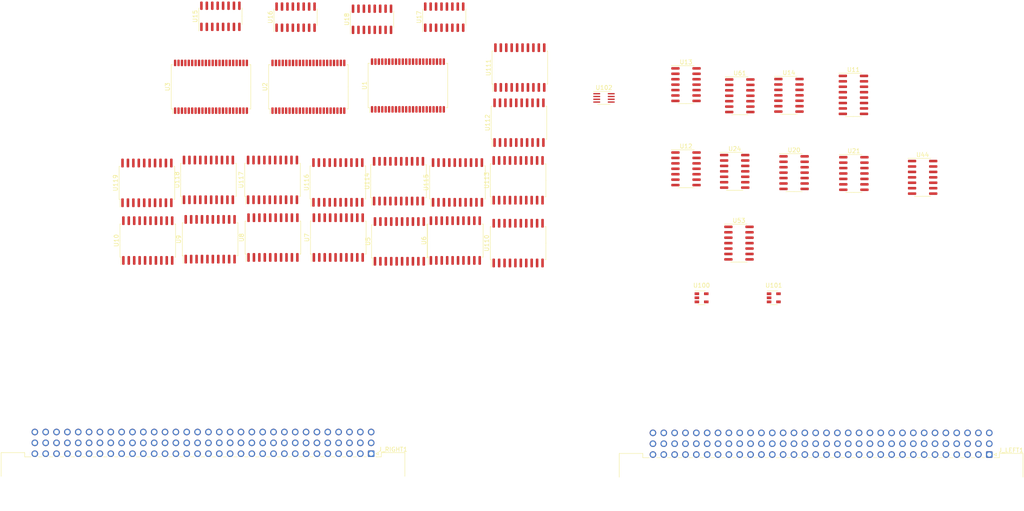
<source format=kicad_pcb>
(kicad_pcb (version 20200909) (generator pcbnew)
  (layers (0 "F.Cu" signal) (31 "B.Cu" signal) (34 "B.Paste" user) (35 "F.Paste" user) (36 "B.SilkS" user) (37 "F.SilkS" user) (38 "B.Mask" user) (39 "F.Mask" user) (44 "Edge.Cuts" user))
  (net 0 "")
  (net 1 "Net-(J_LEFT1-Padc32)")
  (net 2 "Net-(J_LEFT1-Padc23)")
  (net 3 "Net-(J_LEFT1-Padc22)")
  (net 4 "Net-(J_LEFT1-Padc21)")
  (net 5 "Net-(J_LEFT1-Padc20)")
  (net 6 "Net-(J_LEFT1-Padc19)")
  (net 7 "Net-(J_LEFT1-Padc18)")
  (net 8 "Net-(J_LEFT1-Padc17)")
  (net 9 "Net-(J_LEFT1-Padc16)")
  (net 10 "Net-(J_LEFT1-Padc15)")
  (net 11 "Net-(J_LEFT1-Padc14)")
  (net 12 "Net-(J_LEFT1-Padc13)")
  (net 13 "Net-(J_LEFT1-Padc12)")
  (net 14 "Net-(J_LEFT1-Padc11)")
  (net 15 "Net-(J_LEFT1-Padc10)")
  (net 16 "Net-(J_LEFT1-Padc9)")
  (net 17 "Net-(J_LEFT1-Padc8)")
  (net 18 "Net-(J_LEFT1-Padc7)")
  (net 19 "Net-(J_LEFT1-Padc6)")
  (net 20 "Net-(J_LEFT1-Padc5)")
  (net 21 "Net-(J_LEFT1-Padc4)")
  (net 22 "Net-(J_LEFT1-Padc3)")
  (net 23 "Net-(J_LEFT1-Padc2)")
  (net 24 "Net-(J_LEFT1-Padc1)")
  (net 25 "Net-(J_LEFT1-Padb32)")
  (net 26 "Net-(J_LEFT1-Padb31)")
  (net 27 "Net-(J_LEFT1-Padb30)")
  (net 28 "Net-(J_LEFT1-Padb29)")
  (net 29 "Net-(J_LEFT1-Padb28)")
  (net 30 "Net-(J_LEFT1-Padb27)")
  (net 31 "Net-(J_LEFT1-Padb26)")
  (net 32 "Net-(J_LEFT1-Padb25)")
  (net 33 "Net-(J_LEFT1-Padb24)")
  (net 34 "Net-(J_LEFT1-Padb23)")
  (net 35 "Net-(J_LEFT1-Padb22)")
  (net 36 "Net-(J_LEFT1-Padb21)")
  (net 37 "Net-(J_LEFT1-Padb20)")
  (net 38 "Net-(J_LEFT1-Padb19)")
  (net 39 "Net-(J_LEFT1-Padb18)")
  (net 40 "Net-(J_LEFT1-Padb17)")
  (net 41 "Net-(J_LEFT1-Padb16)")
  (net 42 "Net-(J_LEFT1-Padb15)")
  (net 43 "Net-(J_LEFT1-Padb14)")
  (net 44 "Net-(J_LEFT1-Padb13)")
  (net 45 "Net-(J_LEFT1-Padb12)")
  (net 46 "Net-(J_LEFT1-Padb11)")
  (net 47 "Net-(J_LEFT1-Padb10)")
  (net 48 "Net-(J_LEFT1-Padb9)")
  (net 49 "Net-(J_LEFT1-Padb8)")
  (net 50 "Net-(J_LEFT1-Padb7)")
  (net 51 "Net-(J_LEFT1-Padb6)")
  (net 52 "Net-(J_LEFT1-Padb5)")
  (net 53 "Net-(J_LEFT1-Padb4)")
  (net 54 "Net-(J_LEFT1-Padb3)")
  (net 55 "Net-(J_LEFT1-Padb2)")
  (net 56 "Net-(J_LEFT1-Padb1)")
  (net 57 "Net-(J_LEFT1-Pada32)")
  (net 58 "Net-(J_LEFT1-Pada31)")
  (net 59 "Net-(J_LEFT1-Pada30)")
  (net 60 "Net-(J_LEFT1-Pada29)")
  (net 61 "Net-(J_LEFT1-Pada28)")
  (net 62 "Net-(J_LEFT1-Pada27)")
  (net 63 "Net-(J_LEFT1-Pada26)")
  (net 64 "Net-(J_LEFT1-Pada25)")
  (net 65 "Net-(J_LEFT1-Pada24)")
  (net 66 "Net-(J_LEFT1-Pada23)")
  (net 67 "Net-(J_LEFT1-Pada22)")
  (net 68 "Net-(J_LEFT1-Pada21)")
  (net 69 "Net-(J_LEFT1-Pada20)")
  (net 70 "Net-(J_LEFT1-Pada19)")
  (net 71 "Net-(J_LEFT1-Pada18)")
  (net 72 "Net-(J_LEFT1-Pada17)")
  (net 73 "Net-(J_LEFT1-Pada16)")
  (net 74 "Net-(J_LEFT1-Pada15)")
  (net 75 "Net-(J_LEFT1-Pada14)")
  (net 76 "Net-(J_LEFT1-Pada13)")
  (net 77 "Net-(J_LEFT1-Pada12)")
  (net 78 "Net-(J_LEFT1-Pada11)")
  (net 79 "Net-(J_LEFT1-Pada10)")
  (net 80 "Net-(J_LEFT1-Pada9)")
  (net 81 "Net-(J_LEFT1-Pada8)")
  (net 82 "Net-(J_LEFT1-Pada7)")
  (net 83 "Net-(J_LEFT1-Pada6)")
  (net 84 "Net-(J_LEFT1-Pada5)")
  (net 85 "Net-(J_LEFT1-Pada4)")
  (net 86 "Net-(J_LEFT1-Pada3)")
  (net 87 "Net-(J_LEFT1-Pada2)")
  (net 88 "Net-(J_LEFT1-Pada1)")
  (net 89 "Net-(J_RIGHT1-Padc32)")
  (net 90 "Net-(J_RIGHT1-Padc31)")
  (net 91 "Net-(J_RIGHT1-Padc30)")
  (net 92 "Net-(J_RIGHT1-Padc29)")
  (net 93 "Net-(J_RIGHT1-Padc28)")
  (net 94 "Net-(J_RIGHT1-Padc27)")
  (net 95 "Net-(J_RIGHT1-Padc26)")
  (net 96 "Net-(J_RIGHT1-Padc25)")
  (net 97 "Net-(J_RIGHT1-Padc24)")
  (net 98 "Net-(J_RIGHT1-Padc23)")
  (net 99 "Net-(J_RIGHT1-Padc22)")
  (net 100 "Net-(J_RIGHT1-Padc21)")
  (net 101 "Net-(J_RIGHT1-Padc20)")
  (net 102 "Net-(J_RIGHT1-Padc19)")
  (net 103 "Net-(J_RIGHT1-Padc18)")
  (net 104 "Net-(J_RIGHT1-Padc17)")
  (net 105 "Net-(J_RIGHT1-Padc16)")
  (net 106 "Net-(J_RIGHT1-Padc15)")
  (net 107 "Net-(J_RIGHT1-Padc14)")
  (net 108 "Net-(J_RIGHT1-Padc13)")
  (net 109 "Net-(J_RIGHT1-Padc12)")
  (net 110 "Net-(J_RIGHT1-Padc11)")
  (net 111 "Net-(J_RIGHT1-Padc10)")
  (net 112 "Net-(J_RIGHT1-Padc9)")
  (net 113 "Net-(J_RIGHT1-Padc8)")
  (net 114 "Net-(J_RIGHT1-Padc7)")
  (net 115 "Net-(J_RIGHT1-Padc6)")
  (net 116 "Net-(J_RIGHT1-Padc5)")
  (net 117 "Net-(J_RIGHT1-Padc4)")
  (net 118 "Net-(J_RIGHT1-Padc3)")
  (net 119 "Net-(J_RIGHT1-Padc2)")
  (net 120 "Net-(J_RIGHT1-Padc1)")
  (net 121 "Net-(J_RIGHT1-Padb32)")
  (net 122 "Net-(J_RIGHT1-Padb31)")
  (net 123 "Net-(J_RIGHT1-Padb30)")
  (net 124 "Net-(J_RIGHT1-Padb29)")
  (net 125 "Net-(J_RIGHT1-Padb28)")
  (net 126 "Net-(J_RIGHT1-Padb27)")
  (net 127 "Net-(J_RIGHT1-Padb26)")
  (net 128 "Net-(J_RIGHT1-Padb25)")
  (net 129 "Net-(J_RIGHT1-Padb24)")
  (net 130 "Net-(J_RIGHT1-Padb23)")
  (net 131 "Net-(J_RIGHT1-Padb22)")
  (net 132 "Net-(J_RIGHT1-Padb21)")
  (net 133 "Net-(J_RIGHT1-Padb20)")
  (net 134 "Net-(J_RIGHT1-Padb19)")
  (net 135 "Net-(J_RIGHT1-Padb18)")
  (net 136 "Net-(J_RIGHT1-Padb17)")
  (net 137 "Net-(J_RIGHT1-Padb16)")
  (net 138 "Net-(J_RIGHT1-Padb15)")
  (net 139 "Net-(J_RIGHT1-Padb14)")
  (net 140 "Net-(J_RIGHT1-Padb13)")
  (net 141 "Net-(J_RIGHT1-Padb12)")
  (net 142 "Net-(J_RIGHT1-Padb11)")
  (net 143 "Net-(J_RIGHT1-Padb10)")
  (net 144 "Net-(J_RIGHT1-Padb9)")
  (net 145 "Net-(J_RIGHT1-Padb8)")
  (net 146 "Net-(J_RIGHT1-Padb7)")
  (net 147 "Net-(J_RIGHT1-Padb6)")
  (net 148 "Net-(J_RIGHT1-Padb5)")
  (net 149 "Net-(J_RIGHT1-Padb4)")
  (net 150 "Net-(J_RIGHT1-Padb3)")
  (net 151 "Net-(J_RIGHT1-Padb2)")
  (net 152 "Net-(J_RIGHT1-Padb1)")
  (net 153 "Net-(J_RIGHT1-Pada32)")
  (net 154 "Net-(J_RIGHT1-Pada31)")
  (net 155 "Net-(J_RIGHT1-Pada30)")
  (net 156 "Net-(J_RIGHT1-Pada29)")
  (net 157 "Net-(J_RIGHT1-Pada28)")
  (net 158 "Net-(J_RIGHT1-Pada27)")
  (net 159 "Net-(J_RIGHT1-Pada26)")
  (net 160 "Net-(J_RIGHT1-Pada25)")
  (net 161 "Net-(J_RIGHT1-Pada24)")
  (net 162 "Net-(J_RIGHT1-Pada23)")
  (net 163 "Net-(J_RIGHT1-Pada22)")
  (net 164 "Net-(J_RIGHT1-Pada21)")
  (net 165 "Net-(J_RIGHT1-Pada20)")
  (net 166 "Net-(J_RIGHT1-Pada19)")
  (net 167 "Net-(J_RIGHT1-Pada18)")
  (net 168 "Net-(J_RIGHT1-Pada17)")
  (net 169 "Net-(J_RIGHT1-Pada16)")
  (net 170 "Net-(J_RIGHT1-Pada15)")
  (net 171 "Net-(J_RIGHT1-Pada14)")
  (net 172 "Net-(J_RIGHT1-Pada13)")
  (net 173 "Net-(J_RIGHT1-Pada12)")
  (net 174 "Net-(J_RIGHT1-Pada11)")
  (net 175 "Net-(J_RIGHT1-Pada10)")
  (net 176 "Net-(J_RIGHT1-Pada9)")
  (net 177 "Net-(J_RIGHT1-Pada8)")
  (net 178 "Net-(J_RIGHT1-Pada7)")
  (net 179 "Net-(J_RIGHT1-Pada6)")
  (net 180 "Net-(J_RIGHT1-Pada5)")
  (net 181 "Net-(J_RIGHT1-Pada4)")
  (net 182 "Net-(J_RIGHT1-Pada3)")
  (net 183 "Net-(J_RIGHT1-Pada2)")
  (net 184 "Net-(J_RIGHT1-Pada1)")
  (net 185 "Net-(U1-Pad41)")
  (net 186 "Net-(U1-Pad40)")
  (net 187 "Net-(U1-Pad39)")
  (net 188 "Net-(U1-Pad38)")
  (net 189 "Net-(U1-Pad37)")
  (net 190 "Net-(U1-Pad36)")
  (net 191 "Net-(U1-Pad35)")
  (net 192 "Net-(U1-Pad32)")
  (net 193 "Net-(U1-Pad31)")
  (net 194 "Net-(U1-Pad30)")
  (net 195 "Net-(U1-Pad29)")
  (net 196 "Net-(U1-Pad28)")
  (net 197 "Net-(U1-Pad23)")
  (net 198 "Net-(U1-Pad22)")
  (net 199 "Net-(U1-Pad17)")
  (net 200 "Net-(U1-Pad6)")
  (net 201 "/Microcode/MCODE_A2")
  (net 202 "/Microcode/MCODE_A1")
  (net 203 "/Microcode/MCODE_A0")
  (net 204 "/Microcode/SUPERVISOR")
  (net 205 "/Microcode/NEXT0")
  (net 206 "/Microcode/NEXT1")
  (net 207 "/Microcode/NEXT2")
  (net 208 "/Microcode/NEXT3")
  (net 209 "/Microcode/NEXT4")
  (net 210 "/Microcode/NEXT5")
  (net 211 "/Microcode/NEXT6")
  (net 212 "/Microcode/NEXT7")
  (net 213 "/Microcode/MCODE_A7")
  (net 214 "/Microcode/MCODE_A6")
  (net 215 "/Microcode/MCODE_A5")
  (net 216 "/Microcode/MCODE_A4")
  (net 217 "/Microcode/MCODE_A3")
  (net 218 "Net-(U2-Pad41)")
  (net 219 "Net-(U2-Pad40)")
  (net 220 "Net-(U2-Pad39)")
  (net 221 "/Microcode/MISC0")
  (net 222 "/Microcode/MISC1")
  (net 223 "/Microcode/MISC2")
  (net 224 "/Microcode/MISC3")
  (net 225 "/Microcode/XL_PAGING")
  (net 226 "/Microcode/XL_MODE")
  (net 227 "/Microcode/PRIV")
  (net 228 "/Microcode/E_MDR_HI")
  (net 229 "Net-(U2-Pad28)")
  (net 230 "Net-(U2-Pad23)")
  (net 231 "Net-(U2-Pad22)")
  (net 232 "Net-(U2-Pad17)")
  (net 233 "/Microcode/E_MDR_LO")
  (net 234 "/Microcode/XL_MDR_HI")
  (net 235 "/Microcode/XL_MDR_LO")
  (net 236 "/Microcode/XL_MAR")
  (net 237 "/Microcode/LATCH0")
  (net 238 "/Microcode/LATCH1")
  (net 239 "/Microcode/LATCH2")
  (net 240 "/Microcode/LATCH3")
  (net 241 "Net-(U2-Pad6)")
  (net 242 "Net-(U3-Pad41)")
  (net 243 "Net-(U3-Pad40)")
  (net 244 "Net-(U3-Pad39)")
  (net 245 "/Microcode/CODE_PTB")
  (net 246 "/Microcode/RUSER_PTB")
  (net 247 "/Microcode/NEGATE_BR")
  (net 248 "/Microcode/LATCH_SZ")
  (net 249 "/Microcode/USE_CARRY")
  (net 250 "/Microcode/ALUOP0")
  (net 251 "/Microcode/ALUOP1")
  (net 252 "/Microcode/ALUOP_SZ")
  (net 253 "Net-(U3-Pad28)")
  (net 254 "Net-(U3-Pad23)")
  (net 255 "Net-(U3-Pad22)")
  (net 256 "Net-(U3-Pad17)")
  (net 257 "/Microcode/RIMMVAL0")
  (net 258 "/Microcode/RIMMVAL1")
  (net 259 "/Microcode/ER0")
  (net 260 "/Microcode/ER1")
  (net 261 "/Microcode/EL0")
  (net 262 "/Microcode/EL1")
  (net 263 "/Microcode/EL2")
  (net 264 "/Microcode/EL3")
  (net 265 "Net-(U3-Pad6)")
  (net 266 "GND")
  (net 267 "VCC")
  (net 268 "Net-(U20-Pad13)")
  (net 269 "Net-(U20-Pad10)")
  (net 270 "Net-(U20-Pad4)")
  (net 271 "Net-(U20-Pad1)")
  (net 272 "Net-(U21-Pad13)")
  (net 273 "Net-(U21-Pad12)")
  (net 274 "Net-(U21-Pad10)")
  (net 275 "Net-(U21-Pad9)")
  (net 276 "Net-(U21-Pad8)")
  (net 277 "/Microcode/~NEXT_is_0~")
  (net 278 "Net-(U24-Pad8)")
  (net 279 "Net-(U61-Pad10)")
  (net 280 "Net-(U61-Pad9)")
  (net 281 "Net-(U61-Pad8)")
  (net 282 "Net-(U61-Pad6)")
  (net 283 "Net-(U61-Pad5)")
  (net 284 "Net-(U61-Pad4)")
  (net 285 "Net-(U61-Pad3)")
  (net 286 "Net-(U61-Pad2)")
  (net 287 "Net-(U61-Pad1)")
  (net 288 "Net-(U14-Pad13)")
  (net 289 "Net-(U14-Pad12)")
  (net 290 "/Microcode/~FAULT_PENDING~")
  (net 291 "Net-(U14-Pad6)")
  (net 292 "Net-(U14-Pad5)")
  (net 293 "Net-(U14-Pad4)")
  (net 294 "Net-(U14-Pad3)")
  (net 295 "Net-(U11-Pad14)")
  (net 296 "MSWZ")
  (net 297 "IR3")
  (net 298 "IR2")
  (net 299 "IR1")
  (net 300 "Net-(U11-Pad6)")
  (net 301 "Net-(U11-Pad2)")
  (net 302 "Net-(U11-Pad1)")
  (net 303 "Net-(U12-Pad13)")
  (net 304 "Net-(U12-Pad12)")
  (net 305 "Net-(U12-Pad11)")
  (net 306 "Net-(U12-Pad10)")
  (net 307 "Net-(U12-Pad9)")
  (net 308 "Net-(U12-Pad8)")
  (net 309 "MSWS")
  (net 310 "MSWV")
  (net 311 "Net-(U12-Pad3)")
  (net 312 "Net-(U13-Pad13)")
  (net 313 "Net-(U13-Pad12)")
  (net 314 "Net-(U13-Pad11)")
  (net 315 "Net-(U13-Pad3)")
  (net 316 "~DO_BRANCH~")
  (net 317 "MSWC")
  (net 318 "Net-(U44-Pad13)")
  (net 319 "Net-(U44-Pad12)")
  (net 320 "Net-(U44-Pad11)")
  (net 321 "Net-(U44-Pad10)")
  (net 322 "Net-(U44-Pad9)")
  (net 323 "Net-(U44-Pad8)")
  (net 324 "Net-(U44-Pad2)")
  (net 325 "Net-(U44-Pad1)")
  (net 326 "/Microcode/IR0")
  (net 327 "/Microcode/~NEXT_0~")
  (net 328 "Net-(U16-Pad12)")
  (net 329 "/Microcode/IR4")
  (net 330 "/Microcode/IR5")
  (net 331 "/Microcode/IR6")
  (net 332 "/Microcode/IR7")
  (net 333 "FAULT_PENDING")
  (net 334 "/Microcode/µCODE_PAGE6")
  (net 335 "/Microcode/µCODE_PAGE5")
  (net 336 "/Microcode/µCODE_PAGE4")
  (net 337 "/Microcode/µCODE_PAGE3")
  (net 338 "/Microcode/µCODE_PAGE2")
  (net 339 "/Microcode/µCODE_PAGE1")
  (net 340 "/Microcode/µCODE_PAGE0")
  (net 341 "/Microcode/~MSWC~")
  (net 342 "/Microcode/~MSWZ~")
  (net 343 "/Microcode/BRANCH_on_flag")
  (net 344 "/Microcode/µCODE_ADDR_SEL_B")
  (net 345 "/Microcode/ENCODER0")
  (net 346 "/Microcode/ENCODER1")
  (net 347 "/Microcode/ENCODER3")
  (net 348 "NEXT_0")
  (net 349 "Net-(U53-Pad11)")
  (net 350 "Net-(U53-Pad10)")
  (net 351 "Net-(U53-Pad9)")
  (net 352 "Net-(U53-Pad8)")
  (net 353 "Net-(U53-Pad6)")
  (net 354 "Net-(U53-Pad5)")
  (net 355 "Net-(U53-Pad4)")
  (net 356 "Net-(U53-Pad3)")
  (net 357 "Net-(U53-Pad2)")
  (net 358 "Net-(U53-Pad1)")
  (net 359 "Net-(U100-Pad4)")
  (net 360 "/Microcode/µCODE_RW_ADDR0")
  (net 361 "/Microcode/µCODE_RW_ADDR1")
  (net 362 "/Microcode/µCODE_RW_ADDR2")
  (net 363 "/Microcode/µCODE_RW_ADDR3")
  (net 364 "/Microcode/µCODE_RW_ADDR4")
  (net 365 "/Microcode/µCODE_RW_ADDR5")
  (net 366 "/Microcode/µCODE_RW_ADDR6")
  (net 367 "/Microcode/µCODE_RW_ADDR7")
  (net 368 "/Microcode/~RW_µCODE~")
  (net 369 "/Microcode/µCODE_SUP")
  (net 370 "/Microcode/RW_µCODE")
  (net 371 "Net-(U102-Pad3)")
  (net 372 "/Microcode/µCODE_RW_SUP")
  (net 373 "/Microcode/i_DBUS7")
  (net 374 "DBUS0")
  (net 375 "/Microcode/i_DBUS6")
  (net 376 "DBUS1")
  (net 377 "/Microcode/i_DBUS5")
  (net 378 "DBUS2")
  (net 379 "/Microcode/i_DBUS4")
  (net 380 "DBUS3")
  (net 381 "/Microcode/i_DBUS3")
  (net 382 "DBUS4")
  (net 383 "/Microcode/i_DBUS2")
  (net 384 "DBUS5")
  (net 385 "/Microcode/i_DBUS1")
  (net 386 "DBUS6")
  (net 387 "/Microcode/i_DBUS0")
  (net 388 "DBUS7")
  (net 389 "Net-(U111-Pad11)")
  (net 390 "Net-(U111-Pad1)")
  (net 391 "Net-(U112-Pad11)")
  (net 392 "Net-(U112-Pad1)")
  (net 393 "Net-(U113-Pad11)")
  (net 394 "Net-(U113-Pad2)")
  (net 395 "Net-(U113-Pad1)")
  (net 396 "/Microcode/io_NEXT0")
  (net 397 "/Microcode/io_NEXT1")
  (net 398 "/Microcode/io_NEXT2")
  (net 399 "/Microcode/io_NEXT3")
  (net 400 "/Microcode/io_NEXT4")
  (net 401 "/Microcode/io_NEXT5")
  (net 402 "/Microcode/io_NEXT6")
  (net 403 "/Microcode/io_NEXT7")
  (net 404 "/Microcode/io_MISC0")
  (net 405 "/Microcode/io_MISC1")
  (net 406 "/Microcode/io_MISC2")
  (net 407 "/Microcode/io_MISC3")
  (net 408 "/Microcode/io_XL_PAGING")
  (net 409 "/Microcode/io_XL_MODE")
  (net 410 "/Microcode/io_PRIV")
  (net 411 "/Microcode/io_E_MDR_HI")
  (net 412 "/Microcode/io_E_MDR_LO")
  (net 413 "/Microcode/io_XL_MDR_HI")
  (net 414 "/Microcode/io_XL_MDR_LO")
  (net 415 "/Microcode/io_XL_MAR")
  (net 416 "/Microcode/io_LATCH0")
  (net 417 "/Microcode/io_LATCH1")
  (net 418 "/Microcode/io_LATCH2")
  (net 419 "/Microcode/io_LATCH3")
  (net 420 "/Microcode/io_CODE_PTB")
  (net 421 "/Microcode/io_RUSER_PTB")
  (net 422 "/Microcode/io_NEGATE_BR")
  (net 423 "/Microcode/io_LATCH_SZ")
  (net 424 "/Microcode/io_USE_CARRY")
  (net 425 "/Microcode/io_ALUOP0")
  (net 426 "/Microcode/io_ALUOP1")
  (net 427 "/Microcode/io_ALUOP_SZ")
  (net 428 "/Microcode/io_RIMMVAL0")
  (net 429 "/Microcode/io_RIMMVAL1")
  (net 430 "/Microcode/io_ER0")
  (net 431 "/Microcode/io_ER1")
  (net 432 "/Microcode/io_EL0")
  (net 433 "/Microcode/io_EL1")
  (net 434 "/Microcode/io_EL2")
  (net 435 "/Microcode/io_EL3")
  (net 436 "Net-(U5-Pad19)")
  (net 437 "Net-(U5-Pad18)")
  (net 438 "Net-(U5-Pad17)")
  (net 439 "Net-(U5-Pad16)")
  (net 440 "Net-(U5-Pad15)")
  (net 441 "Net-(U5-Pad14)")
  (net 442 "Net-(U5-Pad13)")
  (net 443 "Net-(U5-Pad12)")
  (net 444 "/Microcode/CLKM")
  (net 445 "Net-(U5-Pad9)")
  (net 446 "Net-(U5-Pad8)")
  (net 447 "Net-(U5-Pad7)")
  (net 448 "Net-(U5-Pad6)")
  (net 449 "Net-(U5-Pad5)")
  (net 450 "Net-(U5-Pad4)")
  (net 451 "Net-(U5-Pad3)")
  (net 452 "Net-(U5-Pad2)")
  (net 453 "/Microcode/_RESET")
  (net 454 "Net-(U114-Pad19)")
  (net 455 "Net-(U114-Pad16)")
  (net 456 "Net-(U114-Pad15)")
  (net 457 "Net-(U114-Pad12)")
  (net 458 "Net-(U114-Pad11)")
  (net 459 "Net-(U114-Pad9)")
  (net 460 "Net-(U114-Pad6)")
  (net 461 "Net-(U114-Pad5)")
  (net 462 "Net-(U114-Pad2)")
  (net 463 "Net-(U114-Pad1)")
  (net 464 "Net-(U115-Pad11)")
  (net 465 "Net-(U115-Pad1)")
  (net 466 "Net-(U116-Pad11)")
  (net 467 "Net-(U116-Pad1)")
  (net 468 "Net-(U117-Pad11)")
  (net 469 "Net-(U117-Pad1)")
  (net 470 "Net-(U118-Pad11)")
  (net 471 "Net-(U118-Pad1)")
  (net 472 "Net-(U119-Pad11)")
  (net 473 "Net-(U119-Pad1)")
  (module "Package_SO:SOIC-16_3.9x9.9mm_P1.27mm" (layer "F.Cu") (at 113.9 87.6 90)
    (fp_text reference "U16" (at 0 -5.9 90) (layer "F.SilkS"))
    (fp_text value "74ACT153")
    (pad "1" smd roundrect (at -2.475 -4.445 90) (size 1.95 0.6) (layers "F.Cu" "F.Paste" "F.Mask") (net 327 "/Microcode/~NEXT_0~"))
    (pad "2" smd roundrect (at -2.475 -3.175 90) (size 1.95 0.6) (layers "F.Cu" "F.Paste" "F.Mask") (net 266 "GND"))
    (pad "3" smd roundrect (at -2.475 -1.905 90) (size 1.95 0.6) (layers "F.Cu" "F.Paste" "F.Mask") (net 208 "/Microcode/NEXT3"))
    (pad "4" smd roundrect (at -2.475 -0.635 90) (size 1.95 0.6) (layers "F.Cu" "F.Paste" "F.Mask") (net 347 "/Microcode/ENCODER3"))
    (pad "5" smd roundrect (at -2.475 0.635 90) (size 1.95 0.6) (layers "F.Cu" "F.Paste" "F.Mask") (net 297 "IR3"))
    (pad "6" smd roundrect (at -2.475 1.905 90) (size 1.95 0.6) (layers "F.Cu" "F.Paste" "F.Mask") (net 363 "/Microcode/µCODE_RW_ADDR3"))
    (pad "7" smd roundrect (at -2.475 3.175 90) (size 1.95 0.6) (layers "F.Cu" "F.Paste" "F.Mask") (net 217 "/Microcode/MCODE_A3"))
    (pad "8" smd roundrect (at -2.475 4.445 90) (size 1.95 0.6) (layers "F.Cu" "F.Paste" "F.Mask") (net 266 "GND"))
    (pad "9" smd roundrect (at 2.475 4.445 90) (size 1.95 0.6) (layers "F.Cu" "F.Paste" "F.Mask") (net 201 "/Microcode/MCODE_A2"))
    (pad "10" smd roundrect (at 2.475 3.175 90) (size 1.95 0.6) (layers "F.Cu" "F.Paste" "F.Mask") (net 362 "/Microcode/µCODE_RW_ADDR2"))
    (pad "11" smd roundrect (at 2.475 1.905 90) (size 1.95 0.6) (layers "F.Cu" "F.Paste" "F.Mask") (net 298 "IR2"))
    (pad "12" smd roundrect (at 2.475 0.635 90) (size 1.95 0.6) (layers "F.Cu" "F.Paste" "F.Mask") (net 328 "Net-(U16-Pad12)"))
    (pad "13" smd roundrect (at 2.475 -0.635 90) (size 1.95 0.6) (layers "F.Cu" "F.Paste" "F.Mask") (net 207 "/Microcode/NEXT2"))
    (pad "14" smd roundrect (at 2.475 -1.905 90) (size 1.95 0.6) (layers "F.Cu" "F.Paste" "F.Mask") (net 266 "GND"))
    (pad "15" smd roundrect (at 2.475 -3.175 90) (size 1.95 0.6) (layers "F.Cu" "F.Paste" "F.Mask") (net 344 "/Microcode/µCODE_ADDR_SEL_B"))
    (pad "16" smd roundrect (at 2.475 -4.445 90) (size 1.95 0.6) (layers "F.Cu" "F.Paste" "F.Mask") (net 267 "VCC"))
  )
  (module "Package_SO:SOIC-20W_7.5x12.8mm_P1.27mm" (layer "F.Cu") (at 93.9 139.6 90)
    (fp_text reference "U9" (at 0 -7.35 90) (layer "F.SilkS"))
    (fp_text value "74ACT273")
    (pad "1" smd roundrect (at -4.65 -5.715 90) (size 2.05 0.6) (layers "F.Cu" "F.Paste" "F.Mask") (net 453 "/Microcode/_RESET"))
    (pad "2" smd roundrect (at -4.65 -4.445 90) (size 2.05 0.6) (layers "F.Cu" "F.Paste" "F.Mask") (net 264 "/Microcode/EL3"))
    (pad "3" smd roundrect (at -4.65 -3.175 90) (size 2.05 0.6) (layers "F.Cu" "F.Paste" "F.Mask") (net 435 "/Microcode/io_EL3"))
    (pad "4" smd roundrect (at -4.65 -1.905 90) (size 2.05 0.6) (layers "F.Cu" "F.Paste" "F.Mask") (net 434 "/Microcode/io_EL2"))
    (pad "5" smd roundrect (at -4.65 -0.635 90) (size 2.05 0.6) (layers "F.Cu" "F.Paste" "F.Mask") (net 263 "/Microcode/EL2"))
    (pad "6" smd roundrect (at -4.65 0.635 90) (size 2.05 0.6) (layers "F.Cu" "F.Paste" "F.Mask") (net 262 "/Microcode/EL1"))
    (pad "7" smd roundrect (at -4.65 1.905 90) (size 2.05 0.6) (layers "F.Cu" "F.Paste" "F.Mask") (net 433 "/Microcode/io_EL1"))
    (pad "8" smd roundrect (at -4.65 3.175 90) (size 2.05 0.6) (layers "F.Cu" "F.Paste" "F.Mask") (net 432 "/Microcode/io_EL0"))
    (pad "9" smd roundrect (at -4.65 4.445 90) (size 2.05 0.6) (layers "F.Cu" "F.Paste" "F.Mask") (net 261 "/Microcode/EL0"))
    (pad "10" smd roundrect (at -4.65 5.715 90) (size 2.05 0.6) (layers "F.Cu" "F.Paste" "F.Mask") (net 266 "GND"))
    (pad "11" smd roundrect (at 4.65 5.715 90) (size 2.05 0.6) (layers "F.Cu" "F.Paste" "F.Mask") (net 444 "/Microcode/CLKM"))
    (pad "12" smd roundrect (at 4.65 4.445 90) (size 2.05 0.6) (layers "F.Cu" "F.Paste" "F.Mask") (net 260 "/Microcode/ER1"))
    (pad "13" smd roundrect (at 4.65 3.175 90) (size 2.05 0.6) (layers "F.Cu" "F.Paste" "F.Mask") (net 431 "/Microcode/io_ER1"))
    (pad "14" smd roundrect (at 4.65 1.905 90) (size 2.05 0.6) (layers "F.Cu" "F.Paste" "F.Mask") (net 430 "/Microcode/io_ER0"))
    (pad "15" smd roundrect (at 4.65 0.635 90) (size 2.05 0.6) (layers "F.Cu" "F.Paste" "F.Mask") (net 259 "/Microcode/ER0"))
    (pad "16" smd roundrect (at 4.65 -0.635 90) (size 2.05 0.6) (layers "F.Cu" "F.Paste" "F.Mask") (net 258 "/Microcode/RIMMVAL1"))
    (pad "17" smd roundrect (at 4.65 -1.905 90) (size 2.05 0.6) (layers "F.Cu" "F.Paste" "F.Mask") (net 429 "/Microcode/io_RIMMVAL1"))
    (pad "18" smd roundrect (at 4.65 -3.175 90) (size 2.05 0.6) (layers "F.Cu" "F.Paste" "F.Mask") (net 428 "/Microcode/io_RIMMVAL0"))
    (pad "19" smd roundrect (at 4.65 -4.445 90) (size 2.05 0.6) (layers "F.Cu" "F.Paste" "F.Mask") (net 257 "/Microcode/RIMMVAL0"))
    (pad "20" smd roundrect (at 4.65 -5.715 90) (size 2.05 0.6) (layers "F.Cu" "F.Paste" "F.Mask") (net 267 "VCC"))
  )
  (module "Package_SO:SOIC-20W_7.5x12.8mm_P1.27mm" (layer "F.Cu") (at 79.1 126.4 90)
    (fp_text reference "U119" (at 0 -7.35 90) (layer "F.SilkS"))
    (fp_text value "74ACT374")
    (pad "1" smd roundrect (at -4.65 -5.715 90) (size 2.05 0.6) (layers "F.Cu" "F.Paste" "F.Mask") (net 473 "Net-(U119-Pad1)"))
    (pad "2" smd roundrect (at -4.65 -4.445 90) (size 2.05 0.6) (layers "F.Cu" "F.Paste" "F.Mask") (net 427 "/Microcode/io_ALUOP_SZ"))
    (pad "3" smd roundrect (at -4.65 -3.175 90) (size 2.05 0.6) (layers "F.Cu" "F.Paste" "F.Mask") (net 373 "/Microcode/i_DBUS7"))
    (pad "4" smd roundrect (at -4.65 -1.905 90) (size 2.05 0.6) (layers "F.Cu" "F.Paste" "F.Mask") (net 375 "/Microcode/i_DBUS6"))
    (pad "5" smd roundrect (at -4.65 -0.635 90) (size 2.05 0.6) (layers "F.Cu" "F.Paste" "F.Mask") (net 426 "/Microcode/io_ALUOP1"))
    (pad "6" smd roundrect (at -4.65 0.635 90) (size 2.05 0.6) (layers "F.Cu" "F.Paste" "F.Mask") (net 425 "/Microcode/io_ALUOP0"))
    (pad "7" smd roundrect (at -4.65 1.905 90) (size 2.05 0.6) (layers "F.Cu" "F.Paste" "F.Mask") (net 377 "/Microcode/i_DBUS5"))
    (pad "8" smd roundrect (at -4.65 3.175 90) (size 2.05 0.6) (layers "F.Cu" "F.Paste" "F.Mask") (net 379 "/Microcode/i_DBUS4"))
    (pad "9" smd roundrect (at -4.65 4.445 90) (size 2.05 0.6) (layers "F.Cu" "F.Paste" "F.Mask") (net 424 "/Microcode/io_USE_CARRY"))
    (pad "10" smd roundrect (at -4.65 5.715 90) (size 2.05 0.6) (layers "F.Cu" "F.Paste" "F.Mask") (net 266 "GND"))
    (pad "11" smd roundrect (at 4.65 5.715 90) (size 2.05 0.6) (layers "F.Cu" "F.Paste" "F.Mask") (net 472 "Net-(U119-Pad11)"))
    (pad "12" smd roundrect (at 4.65 4.445 90) (size 2.05 0.6) (layers "F.Cu" "F.Paste" "F.Mask") (net 423 "/Microcode/io_LATCH_SZ"))
    (pad "13" smd roundrect (at 4.65 3.175 90) (size 2.05 0.6) (layers "F.Cu" "F.Paste" "F.Mask") (net 381 "/Microcode/i_DBUS3"))
    (pad "14" smd roundrect (at 4.65 1.905 90) (size 2.05 0.6) (layers "F.Cu" "F.Paste" "F.Mask") (net 383 "/Microcode/i_DBUS2"))
    (pad "15" smd roundrect (at 4.65 0.635 90) (size 2.05 0.6) (layers "F.Cu" "F.Paste" "F.Mask") (net 422 "/Microcode/io_NEGATE_BR"))
    (pad "16" smd roundrect (at 4.65 -0.635 90) (size 2.05 0.6) (layers "F.Cu" "F.Paste" "F.Mask") (net 421 "/Microcode/io_RUSER_PTB"))
    (pad "17" smd roundrect (at 4.65 -1.905 90) (size 2.05 0.6) (layers "F.Cu" "F.Paste" "F.Mask") (net 385 "/Microcode/i_DBUS1"))
    (pad "18" smd roundrect (at 4.65 -3.175 90) (size 2.05 0.6) (layers "F.Cu" "F.Paste" "F.Mask") (net 387 "/Microcode/i_DBUS0"))
    (pad "19" smd roundrect (at 4.65 -4.445 90) (size 2.05 0.6) (layers "F.Cu" "F.Paste" "F.Mask") (net 420 "/Microcode/io_CODE_PTB"))
    (pad "20" smd roundrect (at 4.65 -5.715 90) (size 2.05 0.6) (layers "F.Cu" "F.Paste" "F.Mask") (net 267 "VCC"))
  )
  (module "Package_SO:SOIC-20W_7.5x12.8mm_P1.27mm" (layer "F.Cu") (at 166 125.8 90)
    (fp_text reference "U113" (at 0 -7.35 90) (layer "F.SilkS"))
    (fp_text value "74ACT374")
    (pad "1" smd roundrect (at -4.65 -5.715 90) (size 2.05 0.6) (layers "F.Cu" "F.Paste" "F.Mask") (net 395 "Net-(U113-Pad1)"))
    (pad "2" smd roundrect (at -4.65 -4.445 90) (size 2.05 0.6) (layers "F.Cu" "F.Paste" "F.Mask") (net 394 "Net-(U113-Pad2)"))
    (pad "3" smd roundrect (at -4.65 -3.175 90) (size 2.05 0.6) (layers "F.Cu" "F.Paste" "F.Mask") (net 373 "/Microcode/i_DBUS7"))
    (pad "4" smd roundrect (at -4.65 -1.905 90) (size 2.05 0.6) (layers "F.Cu" "F.Paste" "F.Mask") (net 375 "/Microcode/i_DBUS6"))
    (pad "5" smd roundrect (at -4.65 -0.635 90) (size 2.05 0.6) (layers "F.Cu" "F.Paste" "F.Mask") (net 334 "/Microcode/µCODE_PAGE6"))
    (pad "6" smd roundrect (at -4.65 0.635 90) (size 2.05 0.6) (layers "F.Cu" "F.Paste" "F.Mask") (net 335 "/Microcode/µCODE_PAGE5"))
    (pad "7" smd roundrect (at -4.65 1.905 90) (size 2.05 0.6) (layers "F.Cu" "F.Paste" "F.Mask") (net 377 "/Microcode/i_DBUS5"))
    (pad "8" smd roundrect (at -4.65 3.175 90) (size 2.05 0.6) (layers "F.Cu" "F.Paste" "F.Mask") (net 379 "/Microcode/i_DBUS4"))
    (pad "9" smd roundrect (at -4.65 4.445 90) (size 2.05 0.6) (layers "F.Cu" "F.Paste" "F.Mask") (net 336 "/Microcode/µCODE_PAGE4"))
    (pad "10" smd roundrect (at -4.65 5.715 90) (size 2.05 0.6) (layers "F.Cu" "F.Paste" "F.Mask") (net 266 "GND"))
    (pad "11" smd roundrect (at 4.65 5.715 90) (size 2.05 0.6) (layers "F.Cu" "F.Paste" "F.Mask") (net 393 "Net-(U113-Pad11)"))
    (pad "12" smd roundrect (at 4.65 4.445 90) (size 2.05 0.6) (layers "F.Cu" "F.Paste" "F.Mask") (net 337 "/Microcode/µCODE_PAGE3"))
    (pad "13" smd roundrect (at 4.65 3.175 90) (size 2.05 0.6) (layers "F.Cu" "F.Paste" "F.Mask") (net 381 "/Microcode/i_DBUS3"))
    (pad "14" smd roundrect (at 4.65 1.905 90) (size 2.05 0.6) (layers "F.Cu" "F.Paste" "F.Mask") (net 383 "/Microcode/i_DBUS2"))
    (pad "15" smd roundrect (at 4.65 0.635 90) (size 2.05 0.6) (layers "F.Cu" "F.Paste" "F.Mask") (net 338 "/Microcode/µCODE_PAGE2"))
    (pad "16" smd roundrect (at 4.65 -0.635 90) (size 2.05 0.6) (layers "F.Cu" "F.Paste" "F.Mask") (net 339 "/Microcode/µCODE_PAGE1"))
    (pad "17" smd roundrect (at 4.65 -1.905 90) (size 2.05 0.6) (layers "F.Cu" "F.Paste" "F.Mask") (net 385 "/Microcode/i_DBUS1"))
    (pad "18" smd roundrect (at 4.65 -3.175 90) (size 2.05 0.6) (layers "F.Cu" "F.Paste" "F.Mask") (net 387 "/Microcode/i_DBUS0"))
    (pad "19" smd roundrect (at 4.65 -4.445 90) (size 2.05 0.6) (layers "F.Cu" "F.Paste" "F.Mask") (net 340 "/Microcode/µCODE_PAGE0"))
    (pad "20" smd roundrect (at 4.65 -5.715 90) (size 2.05 0.6) (layers "F.Cu" "F.Paste" "F.Mask") (net 267 "VCC"))
  )
  (module "Package_SO:SOIC-20W_7.5x12.8mm_P1.27mm" (layer "F.Cu") (at 79.3 139.9 90)
    (fp_text reference "U10" (at 0 -7.35 90) (layer "F.SilkS"))
    (fp_text value "74ACT273")
    (pad "1" smd roundrect (at -4.65 -5.715 90) (size 2.05 0.6) (layers "F.Cu" "F.Paste" "F.Mask") (net 453 "/Microcode/_RESET"))
    (pad "2" smd roundrect (at -4.65 -4.445 90) (size 2.05 0.6) (layers "F.Cu" "F.Paste" "F.Mask") (net 252 "/Microcode/ALUOP_SZ"))
    (pad "3" smd roundrect (at -4.65 -3.175 90) (size 2.05 0.6) (layers "F.Cu" "F.Paste" "F.Mask") (net 427 "/Microcode/io_ALUOP_SZ"))
    (pad "4" smd roundrect (at -4.65 -1.905 90) (size 2.05 0.6) (layers "F.Cu" "F.Paste" "F.Mask") (net 426 "/Microcode/io_ALUOP1"))
    (pad "5" smd roundrect (at -4.65 -0.635 90) (size 2.05 0.6) (layers "F.Cu" "F.Paste" "F.Mask") (net 251 "/Microcode/ALUOP1"))
    (pad "6" smd roundrect (at -4.65 0.635 90) (size 2.05 0.6) (layers "F.Cu" "F.Paste" "F.Mask") (net 250 "/Microcode/ALUOP0"))
    (pad "7" smd roundrect (at -4.65 1.905 90) (size 2.05 0.6) (layers "F.Cu" "F.Paste" "F.Mask") (net 425 "/Microcode/io_ALUOP0"))
    (pad "8" smd roundrect (at -4.65 3.175 90) (size 2.05 0.6) (layers "F.Cu" "F.Paste" "F.Mask") (net 424 "/Microcode/io_USE_CARRY"))
    (pad "9" smd roundrect (at -4.65 4.445 90) (size 2.05 0.6) (layers "F.Cu" "F.Paste" "F.Mask") (net 249 "/Microcode/USE_CARRY"))
    (pad "10" smd roundrect (at -4.65 5.715 90) (size 2.05 0.6) (layers "F.Cu" "F.Paste" "F.Mask") (net 266 "GND"))
    (pad "11" smd roundrect (at 4.65 5.715 90) (size 2.05 0.6) (layers "F.Cu" "F.Paste" "F.Mask") (net 444 "/Microcode/CLKM"))
    (pad "12" smd roundrect (at 4.65 4.445 90) (size 2.05 0.6) (layers "F.Cu" "F.Paste" "F.Mask") (net 248 "/Microcode/LATCH_SZ"))
    (pad "13" smd roundrect (at 4.65 3.175 90) (size 2.05 0.6) (layers "F.Cu" "F.Paste" "F.Mask") (net 423 "/Microcode/io_LATCH_SZ"))
    (pad "14" smd roundrect (at 4.65 1.905 90) (size 2.05 0.6) (layers "F.Cu" "F.Paste" "F.Mask") (net 422 "/Microcode/io_NEGATE_BR"))
    (pad "15" smd roundrect (at 4.65 0.635 90) (size 2.05 0.6) (layers "F.Cu" "F.Paste" "F.Mask") (net 247 "/Microcode/NEGATE_BR"))
    (pad "16" smd roundrect (at 4.65 -0.635 90) (size 2.05 0.6) (layers "F.Cu" "F.Paste" "F.Mask") (net 246 "/Microcode/RUSER_PTB"))
    (pad "17" smd roundrect (at 4.65 -1.905 90) (size 2.05 0.6) (layers "F.Cu" "F.Paste" "F.Mask") (net 421 "/Microcode/io_RUSER_PTB"))
    (pad "18" smd roundrect (at 4.65 -3.175 90) (size 2.05 0.6) (layers "F.Cu" "F.Paste" "F.Mask") (net 420 "/Microcode/io_CODE_PTB"))
    (pad "19" smd roundrect (at 4.65 -4.445 90) (size 2.05 0.6) (layers "F.Cu" "F.Paste" "F.Mask") (net 245 "/Microcode/CODE_PTB"))
    (pad "20" smd roundrect (at 4.65 -5.715 90) (size 2.05 0.6) (layers "F.Cu" "F.Paste" "F.Mask") (net 267 "VCC"))
  )
  (module "Package_SO:SOIC-16_3.9x9.9mm_P1.27mm" (layer "F.Cu") (at 96.3 87.4 90)
    (fp_text reference "U15" (at 0 -5.9 90) (layer "F.SilkS"))
    (fp_text value "74ACT153")
    (pad "1" smd roundrect (at -2.475 -4.445 90) (size 1.95 0.6) (layers "F.Cu" "F.Paste" "F.Mask") (net 327 "/Microcode/~NEXT_0~"))
    (pad "2" smd roundrect (at -2.475 -3.175 90) (size 1.95 0.6) (layers "F.Cu" "F.Paste" "F.Mask") (net 266 "GND"))
    (pad "3" smd roundrect (at -2.475 -1.905 90) (size 1.95 0.6) (layers "F.Cu" "F.Paste" "F.Mask") (net 206 "/Microcode/NEXT1"))
    (pad "4" smd roundrect (at -2.475 -0.635 90) (size 1.95 0.6) (layers "F.Cu" "F.Paste" "F.Mask") (net 346 "/Microcode/ENCODER1"))
    (pad "5" smd roundrect (at -2.475 0.635 90) (size 1.95 0.6) (layers "F.Cu" "F.Paste" "F.Mask") (net 299 "IR1"))
    (pad "6" smd roundrect (at -2.475 1.905 90) (size 1.95 0.6) (layers "F.Cu" "F.Paste" "F.Mask") (net 361 "/Microcode/µCODE_RW_ADDR1"))
    (pad "7" smd roundrect (at -2.475 3.175 90) (size 1.95 0.6) (layers "F.Cu" "F.Paste" "F.Mask") (net 202 "/Microcode/MCODE_A1"))
    (pad "8" smd roundrect (at -2.475 4.445 90) (size 1.95 0.6) (layers "F.Cu" "F.Paste" "F.Mask") (net 266 "GND"))
    (pad "9" smd roundrect (at 2.475 4.445 90) (size 1.95 0.6) (layers "F.Cu" "F.Paste" "F.Mask") (net 203 "/Microcode/MCODE_A0"))
    (pad "10" smd roundrect (at 2.475 3.175 90) (size 1.95 0.6) (layers "F.Cu" "F.Paste" "F.Mask") (net 360 "/Microcode/µCODE_RW_ADDR0"))
    (pad "11" smd roundrect (at 2.475 1.905 90) (size 1.95 0.6) (layers "F.Cu" "F.Paste" "F.Mask") (net 326 "/Microcode/IR0"))
    (pad "12" smd roundrect (at 2.475 0.635 90) (size 1.95 0.6) (layers "F.Cu" "F.Paste" "F.Mask") (net 345 "/Microcode/ENCODER0"))
    (pad "13" smd roundrect (at 2.475 -0.635 90) (size 1.95 0.6) (layers "F.Cu" "F.Paste" "F.Mask") (net 205 "/Microcode/NEXT0"))
    (pad "14" smd roundrect (at 2.475 -1.905 90) (size 1.95 0.6) (layers "F.Cu" "F.Paste" "F.Mask") (net 266 "GND"))
    (pad "15" smd roundrect (at 2.475 -3.175 90) (size 1.95 0.6) (layers "F.Cu" "F.Paste" "F.Mask") (net 344 "/Microcode/µCODE_ADDR_SEL_B"))
    (pad "16" smd roundrect (at 2.475 -4.445 90) (size 1.95 0.6) (layers "F.Cu" "F.Paste" "F.Mask") (net 267 "VCC"))
  )
  (module "Package_SO:SOIC-14_3.9x8.7mm_P1.27mm" (layer "F.Cu") (at 216.7 123.7)
    (fp_text reference "U24" (at 0 -5.28) (layer "F.SilkS"))
    (fp_text value "74ACT30")
    (pad "1" smd roundrect (at -2.475 -3.81) (size 1.95 0.6) (layers "F.Cu" "F.Paste" "F.Mask") (net 205 "/Microcode/NEXT0"))
    (pad "2" smd roundrect (at -2.475 -2.54) (size 1.95 0.6) (layers "F.Cu" "F.Paste" "F.Mask") (net 206 "/Microcode/NEXT1"))
    (pad "3" smd roundrect (at -2.475 -1.27) (size 1.95 0.6) (layers "F.Cu" "F.Paste" "F.Mask") (net 207 "/Microcode/NEXT2"))
    (pad "4" smd roundrect (at -2.475 0) (size 1.95 0.6) (layers "F.Cu" "F.Paste" "F.Mask") (net 208 "/Microcode/NEXT3"))
    (pad "5" smd roundrect (at -2.475 1.27) (size 1.95 0.6) (layers "F.Cu" "F.Paste" "F.Mask") (net 209 "/Microcode/NEXT4"))
    (pad "6" smd roundrect (at -2.475 2.54) (size 1.95 0.6) (layers "F.Cu" "F.Paste" "F.Mask") (net 210 "/Microcode/NEXT5"))
    (pad "7" smd roundrect (at -2.475 3.81) (size 1.95 0.6) (layers "F.Cu" "F.Paste" "F.Mask") (net 266 "GND"))
    (pad "8" smd roundrect (at 2.475 3.81) (size 1.95 0.6) (layers "F.Cu" "F.Paste" "F.Mask") (net 278 "Net-(U24-Pad8)"))
    (pad "9" smd roundrect (at 2.475 2.54) (size 1.95 0.6) (layers "F.Cu" "F.Paste" "F.Mask"))
    (pad "10" smd roundrect (at 2.475 1.27) (size 1.95 0.6) (layers "F.Cu" "F.Paste" "F.Mask"))
    (pad "11" smd roundrect (at 2.475 0) (size 1.95 0.6) (layers "F.Cu" "F.Paste" "F.Mask") (net 211 "/Microcode/NEXT6"))
    (pad "12" smd roundrect (at 2.475 -1.27) (size 1.95 0.6) (layers "F.Cu" "F.Paste" "F.Mask") (net 212 "/Microcode/NEXT7"))
    (pad "13" smd roundrect (at 2.475 -2.54) (size 1.95 0.6) (layers "F.Cu" "F.Paste" "F.Mask"))
    (pad "14" smd roundrect (at 2.475 -3.81) (size 1.95 0.6) (layers "F.Cu" "F.Paste" "F.Mask") (net 267 "VCC"))
  )
  (module "Package_SO:SOIC-20W_7.5x12.8mm_P1.27mm" (layer "F.Cu") (at 166.2 112.3 90)
    (fp_text reference "U112" (at 0 -7.35 90) (layer "F.SilkS"))
    (fp_text value "74ACT374")
    (pad "1" smd roundrect (at -4.65 -5.715 90) (size 2.05 0.6) (layers "F.Cu" "F.Paste" "F.Mask") (net 392 "Net-(U112-Pad1)"))
    (pad "2" smd roundrect (at -4.65 -4.445 90) (size 2.05 0.6) (layers "F.Cu" "F.Paste" "F.Mask") (net 372 "/Microcode/µCODE_RW_SUP"))
    (pad "3" smd roundrect (at -4.65 -3.175 90) (size 2.05 0.6) (layers "F.Cu" "F.Paste" "F.Mask") (net 373 "/Microcode/i_DBUS7"))
    (pad "4" smd roundrect (at -4.65 -1.905 90) (size 2.05 0.6) (layers "F.Cu" "F.Paste" "F.Mask") (net 375 "/Microcode/i_DBUS6"))
    (pad "5" smd roundrect (at -4.65 -0.635 90) (size 2.05 0.6) (layers "F.Cu" "F.Paste" "F.Mask") (net 334 "/Microcode/µCODE_PAGE6"))
    (pad "6" smd roundrect (at -4.65 0.635 90) (size 2.05 0.6) (layers "F.Cu" "F.Paste" "F.Mask") (net 335 "/Microcode/µCODE_PAGE5"))
    (pad "7" smd roundrect (at -4.65 1.905 90) (size 2.05 0.6) (layers "F.Cu" "F.Paste" "F.Mask") (net 377 "/Microcode/i_DBUS5"))
    (pad "8" smd roundrect (at -4.65 3.175 90) (size 2.05 0.6) (layers "F.Cu" "F.Paste" "F.Mask") (net 379 "/Microcode/i_DBUS4"))
    (pad "9" smd roundrect (at -4.65 4.445 90) (size 2.05 0.6) (layers "F.Cu" "F.Paste" "F.Mask") (net 336 "/Microcode/µCODE_PAGE4"))
    (pad "10" smd roundrect (at -4.65 5.715 90) (size 2.05 0.6) (layers "F.Cu" "F.Paste" "F.Mask") (net 266 "GND"))
    (pad "11" smd roundrect (at 4.65 5.715 90) (size 2.05 0.6) (layers "F.Cu" "F.Paste" "F.Mask") (net 391 "Net-(U112-Pad11)"))
    (pad "12" smd roundrect (at 4.65 4.445 90) (size 2.05 0.6) (layers "F.Cu" "F.Paste" "F.Mask") (net 337 "/Microcode/µCODE_PAGE3"))
    (pad "13" smd roundrect (at 4.65 3.175 90) (size 2.05 0.6) (layers "F.Cu" "F.Paste" "F.Mask") (net 381 "/Microcode/i_DBUS3"))
    (pad "14" smd roundrect (at 4.65 1.905 90) (size 2.05 0.6) (layers "F.Cu" "F.Paste" "F.Mask") (net 383 "/Microcode/i_DBUS2"))
    (pad "15" smd roundrect (at 4.65 0.635 90) (size 2.05 0.6) (layers "F.Cu" "F.Paste" "F.Mask") (net 338 "/Microcode/µCODE_PAGE2"))
    (pad "16" smd roundrect (at 4.65 -0.635 90) (size 2.05 0.6) (layers "F.Cu" "F.Paste" "F.Mask") (net 339 "/Microcode/µCODE_PAGE1"))
    (pad "17" smd roundrect (at 4.65 -1.905 90) (size 2.05 0.6) (layers "F.Cu" "F.Paste" "F.Mask") (net 385 "/Microcode/i_DBUS1"))
    (pad "18" smd roundrect (at 4.65 -3.175 90) (size 2.05 0.6) (layers "F.Cu" "F.Paste" "F.Mask") (net 387 "/Microcode/i_DBUS0"))
    (pad "19" smd roundrect (at 4.65 -4.445 90) (size 2.05 0.6) (layers "F.Cu" "F.Paste" "F.Mask") (net 340 "/Microcode/µCODE_PAGE0"))
    (pad "20" smd roundrect (at 4.65 -5.715 90) (size 2.05 0.6) (layers "F.Cu" "F.Paste" "F.Mask") (net 267 "VCC"))
  )
  (module "Package_TO_SOT_SMD:SOT-23-5" (layer "F.Cu") (at 225.85 153.3)
    (fp_text reference "U101" (at 0 -2.9) (layer "F.SilkS"))
    (fp_text value "74LVC1G32")
    (pad "1" smd rect (at -1.1 -0.95) (size 1.06 0.65) (layers "F.Cu" "F.Paste" "F.Mask") (net 359 "Net-(U100-Pad4)"))
    (pad "2" smd rect (at -1.1 0) (size 1.06 0.65) (layers "F.Cu" "F.Paste" "F.Mask") (net 290 "/Microcode/~FAULT_PENDING~"))
    (pad "3" smd rect (at -1.1 0.95) (size 1.06 0.65) (layers "F.Cu" "F.Paste" "F.Mask") (net 266 "GND"))
    (pad "4" smd rect (at 1.1 0.95) (size 1.06 0.65) (layers "F.Cu" "F.Paste" "F.Mask") (net 344 "/Microcode/µCODE_ADDR_SEL_B"))
    (pad "5" smd rect (at 1.1 -0.95) (size 1.06 0.65) (layers "F.Cu" "F.Paste" "F.Mask") (net 267 "VCC"))
  )
  (module "Package_SO:SOIC-14_3.9x8.7mm_P1.27mm" (layer "F.Cu") (at 230.6 124)
    (fp_text reference "U20" (at 0 -5.28) (layer "F.SilkS"))
    (fp_text value "74ACT02")
    (pad "1" smd roundrect (at -2.475 -3.81) (size 1.95 0.6) (layers "F.Cu" "F.Paste" "F.Mask") (net 271 "Net-(U20-Pad1)"))
    (pad "2" smd roundrect (at -2.475 -2.54) (size 1.95 0.6) (layers "F.Cu" "F.Paste" "F.Mask") (net 212 "/Microcode/NEXT7"))
    (pad "3" smd roundrect (at -2.475 -1.27) (size 1.95 0.6) (layers "F.Cu" "F.Paste" "F.Mask") (net 211 "/Microcode/NEXT6"))
    (pad "4" smd roundrect (at -2.475 0) (size 1.95 0.6) (layers "F.Cu" "F.Paste" "F.Mask") (net 270 "Net-(U20-Pad4)"))
    (pad "5" smd roundrect (at -2.475 1.27) (size 1.95 0.6) (layers "F.Cu" "F.Paste" "F.Mask") (net 210 "/Microcode/NEXT5"))
    (pad "6" smd roundrect (at -2.475 2.54) (size 1.95 0.6) (layers "F.Cu" "F.Paste" "F.Mask") (net 209 "/Microcode/NEXT4"))
    (pad "7" smd roundrect (at -2.475 3.81) (size 1.95 0.6) (layers "F.Cu" "F.Paste" "F.Mask") (net 266 "GND"))
    (pad "8" smd roundrect (at 2.475 3.81) (size 1.95 0.6) (layers "F.Cu" "F.Paste" "F.Mask") (net 208 "/Microcode/NEXT3"))
    (pad "9" smd roundrect (at 2.475 2.54) (size 1.95 0.6) (layers "F.Cu" "F.Paste" "F.Mask") (net 207 "/Microcode/NEXT2"))
    (pad "10" smd roundrect (at 2.475 1.27) (size 1.95 0.6) (layers "F.Cu" "F.Paste" "F.Mask") (net 269 "Net-(U20-Pad10)"))
    (pad "11" smd roundrect (at 2.475 0) (size 1.95 0.6) (layers "F.Cu" "F.Paste" "F.Mask") (net 206 "/Microcode/NEXT1"))
    (pad "12" smd roundrect (at 2.475 -1.27) (size 1.95 0.6) (layers "F.Cu" "F.Paste" "F.Mask") (net 205 "/Microcode/NEXT0"))
    (pad "13" smd roundrect (at 2.475 -2.54) (size 1.95 0.6) (layers "F.Cu" "F.Paste" "F.Mask") (net 268 "Net-(U20-Pad13)"))
    (pad "14" smd roundrect (at 2.475 -3.81) (size 1.95 0.6) (layers "F.Cu" "F.Paste" "F.Mask") (net 267 "VCC"))
  )
  (module "Package_SO:SOIC-14_3.9x8.7mm_P1.27mm" (layer "F.Cu") (at 217.7 140.5)
    (fp_text reference "U53" (at 0 -5.28) (layer "F.SilkS"))
    (fp_text value "74ACT04")
    (pad "1" smd roundrect (at -2.475 -3.81) (size 1.95 0.6) (layers "F.Cu" "F.Paste" "F.Mask") (net 358 "Net-(U53-Pad1)"))
    (pad "2" smd roundrect (at -2.475 -2.54) (size 1.95 0.6) (layers "F.Cu" "F.Paste" "F.Mask") (net 357 "Net-(U53-Pad2)"))
    (pad "3" smd roundrect (at -2.475 -1.27) (size 1.95 0.6) (layers "F.Cu" "F.Paste" "F.Mask") (net 356 "Net-(U53-Pad3)"))
    (pad "4" smd roundrect (at -2.475 0) (size 1.95 0.6) (layers "F.Cu" "F.Paste" "F.Mask") (net 355 "Net-(U53-Pad4)"))
    (pad "5" smd roundrect (at -2.475 1.27) (size 1.95 0.6) (layers "F.Cu" "F.Paste" "F.Mask") (net 354 "Net-(U53-Pad5)"))
    (pad "6" smd roundrect (at -2.475 2.54) (size 1.95 0.6) (layers "F.Cu" "F.Paste" "F.Mask") (net 353 "Net-(U53-Pad6)"))
    (pad "7" smd roundrect (at -2.475 3.81) (size 1.95 0.6) (layers "F.Cu" "F.Paste" "F.Mask") (net 266 "GND"))
    (pad "8" smd roundrect (at 2.475 3.81) (size 1.95 0.6) (layers "F.Cu" "F.Paste" "F.Mask") (net 352 "Net-(U53-Pad8)"))
    (pad "9" smd roundrect (at 2.475 2.54) (size 1.95 0.6) (layers "F.Cu" "F.Paste" "F.Mask") (net 351 "Net-(U53-Pad9)"))
    (pad "10" smd roundrect (at 2.475 1.27) (size 1.95 0.6) (layers "F.Cu" "F.Paste" "F.Mask") (net 350 "Net-(U53-Pad10)"))
    (pad "11" smd roundrect (at 2.475 0) (size 1.95 0.6) (layers "F.Cu" "F.Paste" "F.Mask") (net 349 "Net-(U53-Pad11)"))
    (pad "12" smd roundrect (at 2.475 -1.27) (size 1.95 0.6) (layers "F.Cu" "F.Paste" "F.Mask") (net 348 "NEXT_0"))
    (pad "13" smd roundrect (at 2.475 -2.54) (size 1.95 0.6) (layers "F.Cu" "F.Paste" "F.Mask") (net 327 "/Microcode/~NEXT_0~"))
    (pad "14" smd roundrect (at 2.475 -3.81) (size 1.95 0.6) (layers "F.Cu" "F.Paste" "F.Mask") (net 267 "VCC"))
  )
  (module "Package_SO:SOIC-20W_7.5x12.8mm_P1.27mm" (layer "F.Cu") (at 108.5 125.7 90)
    (fp_text reference "U117" (at 0 -7.35 90) (layer "F.SilkS"))
    (fp_text value "74ACT374")
    (pad "1" smd roundrect (at -4.65 -5.715 90) (size 2.05 0.6) (layers "F.Cu" "F.Paste" "F.Mask") (net 469 "Net-(U117-Pad1)"))
    (pad "2" smd roundrect (at -4.65 -4.445 90) (size 2.05 0.6) (layers "F.Cu" "F.Paste" "F.Mask") (net 411 "/Microcode/io_E_MDR_HI"))
    (pad "3" smd roundrect (at -4.65 -3.175 90) (size 2.05 0.6) (layers "F.Cu" "F.Paste" "F.Mask") (net 373 "/Microcode/i_DBUS7"))
    (pad "4" smd roundrect (at -4.65 -1.905 90) (size 2.05 0.6) (layers "F.Cu" "F.Paste" "F.Mask") (net 375 "/Microcode/i_DBUS6"))
    (pad "5" smd roundrect (at -4.65 -0.635 90) (size 2.05 0.6) (layers "F.Cu" "F.Paste" "F.Mask") (net 410 "/Microcode/io_PRIV"))
    (pad "6" smd roundrect (at -4.65 0.635 90) (size 2.05 0.6) (layers "F.Cu" "F.Paste" "F.Mask") (net 409 "/Microcode/io_XL_MODE"))
    (pad "7" smd roundrect (at -4.65 1.905 90) (size 2.05 0.6) (layers "F.Cu" "F.Paste" "F.Mask") (net 377 "/Microcode/i_DBUS5"))
    (pad "8" smd roundrect (at -4.65 3.175 90) (size 2.05 0.6) (layers "F.Cu" "F.Paste" "F.Mask") (net 379 "/Microcode/i_DBUS4"))
    (pad "9" smd roundrect (at -4.65 4.445 90) (size 2.05 0.6) (layers "F.Cu" "F.Paste" "F.Mask") (net 408 "/Microcode/io_XL_PAGING"))
    (pad "10" smd roundrect (at -4.65 5.715 90) (size 2.05 0.6) (layers "F.Cu" "F.Paste" "F.Mask") (net 266 "GND"))
    (pad "11" smd roundrect (at 4.65 5.715 90) (size 2.05 0.6) (layers "F.Cu" "F.Paste" "F.Mask") (net 468 "Net-(U117-Pad11)"))
    (pad "12" smd roundrect (at 4.65 4.445 90) (size 2.05 0.6) (layers "F.Cu" "F.Paste" "F.Mask") (net 407 "/Microcode/io_MISC3"))
    (pad "13" smd roundrect (at 4.65 3.175 90) (size 2.05 0.6) (layers "F.Cu" "F.Paste" "F.Mask") (net 381 "/Microcode/i_DBUS3"))
    (pad "14" smd roundrect (at 4.65 1.905 90) (size 2.05 0.6) (layers "F.Cu" "F.Paste" "F.Mask") (net 383 "/Microcode/i_DBUS2"))
    (pad "15" smd roundrect (at 4.65 0.635 90) (size 2.05 0.6) (layers "F.Cu" "F.Paste" "F.Mask") (net 406 "/Microcode/io_MISC2"))
    (pad "16" smd roundrect (at 4.65 -0.635 90) (size 2.05 0.6) (layers "F.Cu" "F.Paste" "F.Mask") (net 405 "/Microcode/io_MISC1"))
    (pad "17" smd roundrect (at 4.65 -1.905 90) (size 2.05 0.6) (layers "F.Cu" "F.Paste" "F.Mask") (net 385 "/Microcode/i_DBUS1"))
    (pad "18" smd roundrect (at 4.65 -3.175 90) (size 2.05 0.6) (layers "F.Cu" "F.Paste" "F.Mask") (net 387 "/Microcode/i_DBUS0"))
    (pad "19" smd roundrect (at 4.65 -4.445 90) (size 2.05 0.6) (layers "F.Cu" "F.Paste" "F.Mask") (net 404 "/Microcode/io_MISC0"))
    (pad "20" smd roundrect (at 4.65 -5.715 90) (size 2.05 0.6) (layers "F.Cu" "F.Paste" "F.Mask") (net 267 "VCC"))
  )
  (module "Connector_DIN:DIN41612_C_3x32_Male_Horizontal_THT" (layer "F.Cu") (at 131.6 189.8 180)
    (fp_text reference "J_RIGHT1" (at -5.08 1) (layer "F.SilkS"))
    (fp_text value "DIN_41612_C-96")
    (pad "" np_thru_hole circle (at 83.82 -2.54 180) (size 2.85 2.85) (drill 2.85) (layers *.Cu *.Mask))
    (pad "" np_thru_hole circle (at -5.08 -2.54 180) (size 2.85 2.85) (drill 2.85) (layers *.Cu *.Mask))
    (pad "a1" thru_hole roundrect (at 0 0 180) (size 1.55 1.55) (drill 1) (layers *.Cu *.Mask) (roundrect_rratio 0.16129) (net 184 "Net-(J_RIGHT1-Pada1)"))
    (pad "a2" thru_hole circle (at 2.54 0 180) (size 1.55 1.55) (drill 1) (layers *.Cu *.Mask) (net 183 "Net-(J_RIGHT1-Pada2)"))
    (pad "a3" thru_hole circle (at 5.08 0 180) (size 1.55 1.55) (drill 1) (layers *.Cu *.Mask) (net 182 "Net-(J_RIGHT1-Pada3)"))
    (pad "a4" thru_hole circle (at 7.62 0 180) (size 1.55 1.55) (drill 1) (layers *.Cu *.Mask) (net 181 "Net-(J_RIGHT1-Pada4)"))
    (pad "a5" thru_hole circle (at 10.16 0 180) (size 1.55 1.55) (drill 1) (layers *.Cu *.Mask) (net 180 "Net-(J_RIGHT1-Pada5)"))
    (pad "a6" thru_hole circle (at 12.7 0 180) (size 1.55 1.55) (drill 1) (layers *.Cu *.Mask) (net 179 "Net-(J_RIGHT1-Pada6)"))
    (pad "a7" thru_hole circle (at 15.24 0 180) (size 1.55 1.55) (drill 1) (layers *.Cu *.Mask) (net 178 "Net-(J_RIGHT1-Pada7)"))
    (pad "a8" thru_hole circle (at 17.78 0 180) (size 1.55 1.55) (drill 1) (layers *.Cu *.Mask) (net 177 "Net-(J_RIGHT1-Pada8)"))
    (pad "a9" thru_hole circle (at 20.32 0 180) (size 1.55 1.55) (drill 1) (layers *.Cu *.Mask) (net 176 "Net-(J_RIGHT1-Pada9)"))
    (pad "a10" thru_hole circle (at 22.86 0 180) (size 1.55 1.55) (drill 1) (layers *.Cu *.Mask) (net 175 "Net-(J_RIGHT1-Pada10)"))
    (pad "a11" thru_hole circle (at 25.4 0 180) (size 1.55 1.55) (drill 1) (layers *.Cu *.Mask) (net 174 "Net-(J_RIGHT1-Pada11)"))
    (pad "a12" thru_hole circle (at 27.94 0 180) (size 1.55 1.55) (drill 1) (layers *.Cu *.Mask) (net 173 "Net-(J_RIGHT1-Pada12)"))
    (pad "a13" thru_hole circle (at 30.48 0 180) (size 1.55 1.55) (drill 1) (layers *.Cu *.Mask) (net 172 "Net-(J_RIGHT1-Pada13)"))
    (pad "a14" thru_hole circle (at 33.02 0 180) (size 1.55 1.55) (drill 1) (layers *.Cu *.Mask) (net 171 "Net-(J_RIGHT1-Pada14)"))
    (pad "a15" thru_hole circle (at 35.56 0 180) (size 1.55 1.55) (drill 1) (layers *.Cu *.Mask) (net 170 "Net-(J_RIGHT1-Pada15)"))
    (pad "a16" thru_hole circle (at 38.1 0 180) (size 1.55 1.55) (drill 1) (layers *.Cu *.Mask) (net 169 "Net-(J_RIGHT1-Pada16)"))
    (pad "a17" thru_hole circle (at 40.64 0 180) (size 1.55 1.55) (drill 1) (layers *.Cu *.Mask) (net 168 "Net-(J_RIGHT1-Pada17)"))
    (pad "a18" thru_hole circle (at 43.18 0 180) (size 1.55 1.55) (drill 1) (layers *.Cu *.Mask) (net 167 "Net-(J_RIGHT1-Pada18)"))
    (pad "a19" thru_hole circle (at 45.72 0 180) (size 1.55 1.55) (drill 1) (layers *.Cu *.Mask) (net 166 "Net-(J_RIGHT1-Pada19)"))
    (pad "a20" thru_hole circle (at 48.26 0 180) (size 1.55 1.55) (drill 1) (layers *.Cu *.Mask) (net 165 "Net-(J_RIGHT1-Pada20)"))
    (pad "a21" thru_hole circle (at 50.8 0 180) (size 1.55 1.55) (drill 1) (layers *.Cu *.Mask) (net 164 "Net-(J_RIGHT1-Pada21)"))
    (pad "a22" thru_hole circle (at 53.34 0 180) (size 1.55 1.55) (drill 1) (layers *.Cu *.Mask) (net 163 "Net-(J_RIGHT1-Pada22)"))
    (pad "a23" thru_hole circle (at 55.88 0 180) (size 1.55 1.55) (drill 1) (layers *.Cu *.Mask) (net 162 "Net-(J_RIGHT1-Pada23)"))
    (pad "a24" thru_hole circle (at 58.42 0 180) (size 1.55 1.55) (drill 1) (layers *.Cu *.Mask) (net 161 "Net-(J_RIGHT1-Pada24)"))
    (pad "a25" thru_hole circle (at 60.96 0 180) (size 1.55 1.55) (drill 1) (layers *.Cu *.Mask) (net 160 "Net-(J_RIGHT1-Pada25)"))
    (pad "a26" thru_hole circle (at 63.5 0 180) (size 1.55 1.55) (drill 1) (layers *.Cu *.Mask) (net 159 "Net-(J_RIGHT1-Pada26)"))
    (pad "a27" thru_hole circle (at 66.04 0 180) (size 1.55 1.55) (drill 1) (layers *.Cu *.Mask) (net 158 "Net-(J_RIGHT1-Pada27)"))
    (pad "a28" thru_hole circle (at 68.58 0 180) (size 1.55 1.55) (drill 1) (layers *.Cu *.Mask) (net 157 "Net-(J_RIGHT1-Pada28)"))
    (pad "a29" thru_hole circle (at 71.12 0 180) (size 1.55 1.55) (drill 1) (layers *.Cu *.Mask) (net 156 "Net-(J_RIGHT1-Pada29)"))
    (pad "a30" thru_hole circle (at 73.66 0 180) (size 1.55 1.55) (drill 1) (layers *.Cu *.Mask) (net 155 "Net-(J_RIGHT1-Pada30)"))
    (pad "a31" thru_hole circle (at 76.2 0 180) (size 1.55 1.55) (drill 1) (layers *.Cu *.Mask) (net 154 "Net-(J_RIGHT1-Pada31)"))
    (pad "a32" thru_hole circle (at 78.74 0 180) (size 1.55 1.55) (drill 1) (layers *.Cu *.Mask) (net 153 "Net-(J_RIGHT1-Pada32)"))
    (pad "b1" thru_hole circle (at 0 2.54 180) (size 1.55 1.55) (drill 1) (layers *.Cu *.Mask) (net 152 "Net-(J_RIGHT1-Padb1)"))
    (pad "b2" thru_hole circle (at 2.54 2.54 180) (size 1.55 1.55) (drill 1) (layers *.Cu *.Mask) (net 151 "Net-(J_RIGHT1-Padb2)"))
    (pad "b3" thru_hole circle (at 5.08 2.54 180) (size 1.55 1.55) (drill 1) (layers *.Cu *.Mask) (net 150 "Net-(J_RIGHT1-Padb3)"))
    (pad "b4" thru_hole circle (at 7.62 2.54 180) (size 1.55 1.55) (drill 1) (layers *.Cu *.Mask) (net 149 "Net-(J_RIGHT1-Padb4)"))
    (pad "b5" thru_hole circle (at 10.16 2.54 180) (size 1.55 1.55) (drill 1) (layers *.Cu *.Mask) (net 148 "Net-(J_RIGHT1-Padb5)"))
    (pad "b6" thru_hole circle (at 12.7 2.54 180) (size 1.55 1.55) (drill 1) (layers *.Cu *.Mask) (net 147 "Net-(J_RIGHT1-Padb6)"))
    (pad "b7" thru_hole circle (at 15.24 2.54 180) (size 1.55 1.55) (drill 1) (layers *.Cu *.Mask) (net 146 "Net-(J_RIGHT1-Padb7)"))
    (pad "b8" thru_hole circle (at 17.78 2.54 180) (size 1.55 1.55) (drill 1) (layers *.Cu *.Mask) (net 145 "Net-(J_RIGHT1-Padb8)"))
    (pad "b9" thru_hole circle (at 20.32 2.54 180) (size 1.55 1.55) (drill 1) (layers *.Cu *.Mask) (net 144 "Net-(J_RIGHT1-Padb9)"))
    (pad "b10" thru_hole circle (at 22.86 2.54 180) (size 1.55 1.55) (drill 1) (layers *.Cu *.Mask) (net 143 "Net-(J_RIGHT1-Padb10)"))
    (pad "b11" thru_hole circle (at 25.4 2.54 180) (size 1.55 1.55) (drill 1) (layers *.Cu *.Mask) (net 142 "Net-(J_RIGHT1-Padb11)"))
    (pad "b12" thru_hole circle (at 27.94 2.54 180) (size 1.55 1.55) (drill 1) (layers *.Cu *.Mask) (net 141 "Net-(J_RIGHT1-Padb12)"))
    (pad "b13" thru_hole circle (at 30.48 2.54 180) (size 1.55 1.55) (drill 1) (layers *.Cu *.Mask) (net 140 "Net-(J_RIGHT1-Padb13)"))
    (pad "b14" thru_hole circle (at 33.02 2.54 180) (size 1.55 1.55) (drill 1) (layers *.Cu *.Mask) (net 139 "Net-(J_RIGHT1-Padb14)"))
    (pad "b15" thru_hole circle (at 35.56 2.54 180) (size 1.55 1.55) (drill 1) (layers *.Cu *.Mask) (net 138 "Net-(J_RIGHT1-Padb15)"))
    (pad "b16" thru_hole circle (at 38.1 2.54 180) (size 1.55 1.55) (drill 1) (layers *.Cu *.Mask) (net 137 "Net-(J_RIGHT1-Padb16)"))
    (pad "b17" thru_hole circle (at 40.64 2.54 180) (size 1.55 1.55) (drill 1) (layers *.Cu *.Mask) (net 136 "Net-(J_RIGHT1-Padb17)"))
    (pad "b18" thru_hole circle (at 43.18 2.54 180) (size 1.55 1.55) (drill 1) (layers *.Cu *.Mask) (net 135 "Net-(J_RIGHT1-Padb18)"))
    (pad "b19" thru_hole circle (at 45.72 2.54 180) (size 1.55 1.55) (drill 1) (layers *.Cu *.Mask) (net 134 "Net-(J_RIGHT1-Padb19)"))
    (pad "b20" thru_hole circle (at 48.26 2.54 180) (size 1.55 1.55) (drill 1) (layers *.Cu *.Mask) (net 133 "Net-(J_RIGHT1-Padb20)"))
    (pad "b21" thru_hole circle (at 50.8 2.54 180) (size 1.55 1.55) (drill 1) (layers *.Cu *.Mask) (net 132 "Net-(J_RIGHT1-Padb21)"))
    (pad "b22" thru_hole circle (at 53.34 2.54 180) (size 1.55 1.55) (drill 1) (layers *.Cu *.Mask) (net 131 "Net-(J_RIGHT1-Padb22)"))
    (pad "b23" thru_hole circle (at 55.88 2.54 180) (size 1.55 1.55) (drill 1) (layers *.Cu *.Mask) (net 130 "Net-(J_RIGHT1-Padb23)"))
    (pad "b24" thru_hole circle (at 58.42 2.54 180) (size 1.55 1.55) (drill 1) (layers *.Cu *.Mask) (net 129 "Net-(J_RIGHT1-Padb24)"))
    (pad "b25" thru_hole circle (at 60.96 2.54 180) (size 1.55 1.55) (drill 1) (layers *.Cu *.Mask) (net 128 "Net-(J_RIGHT1-Padb25)"))
    (pad "b26" thru_hole circle (at 63.5 2.54 180) (size 1.55 1.55) (drill 1) (layers *.Cu *.Mask) (net 127 "Net-(J_RIGHT1-Padb26)"))
    (pad "b27" thru_hole circle (at 66.04 2.54 180) (size 1.55 1.55) (drill 1) (layers *.Cu *.Mask) (net 126 "Net-(J_RIGHT1-Padb27)"))
    (pad "b28" thru_hole circle (at 68.58 2.54 180) (size 1.55 1.55) (drill 1) (layers *.Cu *.Mask) (net 125 "Net-(J_RIGHT1-Padb28)"))
    (pad "b29" thru_hole circle (at 71.12 2.54 180) (size 1.55 1.55) (drill 1) (layers *.Cu *.Mask) (net 124 "Net-(J_RIGHT1-Padb29)"))
    (pad "b30" thru_hole circle (at 73.66 2.54 180) (size 1.55 1.55) (drill 1) (layers *.Cu *.Mask) (net 123 "Net-(J_RIGHT1-Padb30)"))
    (pad "b31" thru_hole circle (at 76.2 2.54 180) (size 1.55 1.55) (drill 1) (layers *.Cu *.Mask) (net 122 "Net-(J_RIGHT1-Padb31)"))
    (pad "b32" thru_hole circle (at 78.74 2.54 180) (size 1.55 1.55) (drill 1) (layers *.Cu *.Mask) (net 121 "Net-(J_RIGHT1-Padb32)"))
    (pad "c1" thru_hole circle (at 0 5.08 180) (size 1.55 1.55) (drill 1) (layers *.Cu *.Mask) (net 120 "Net-(J_RIGHT1-Padc1)"))
    (pad "c2" thru_hole circle (at 2.54 5.08 180) (size 1.55 1.55) (drill 1) (layers *.Cu *.Mask) (net 119 "Net-(J_RIGHT1-Padc2)"))
    (pad "c3" thru_hole circle (at 5.08 5.08 180) (size 1.55 1.55) (drill 1) (layers *.Cu *.Mask) (net 118 "Net-(J_RIGHT1-Padc3)"))
    (pad "c4" thru_hole circle (at 7.62 5.08 180) (size 1.55 1.55) (drill 1) (layers *.Cu *.Mask) (net 117 "Net-(J_RIGHT1-Padc4)"))
    (pad "c5" thru_hole circle (at 10.16 5.08 180) (size 1.55 1.55) (drill 1) (layers *.Cu *.Mask) (net 116 "Net-(J_RIGHT1-Padc5)"))
    (pad "c6" thru_hole circle (at 12.7 5.08 180) (size 1.55 1.55) (drill 1) (layers *.Cu *.Mask) (net 115 "Net-(J_RIGHT1-Padc6)"))
    (pad "c7" thru_hole circle (at 15.24 5.08 180) (size 1.55 1.55) (drill 1) (layers *.Cu *.Mask) (net 114 "Net-(J_RIGHT1-Padc7)"))
    (pad "c8" thru_hole circle (at 17.78 5.08 180) (size 1.55 1.55) (drill 1) (layers *.Cu *.Mask) (net 113 "Net-(J_RIGHT1-Padc8)"))
    (pad "c9" thru_hole circle (at 20.32 5.08 180) (size 1.55 1.55) (drill 1) (layers *.Cu *.Mask) (net 112 "Net-(J_RIGHT1-Padc9)"))
    (pad "c10" thru_hole circle (at 22.86 5.08 180) (size 1.55 1.55) (drill 1) (layers *.Cu *.Mask) (net 111 "Net-(J_RIGHT1-Padc10)"))
    (pad "c11" thru_hole circle (at 25.4 5.08 180) (size 1.55 1.55) (drill 1) (layers *.Cu *.Mask) (net 110 "Net-(J_RIGHT1-Padc11)"))
    (pad "c12" thru_hole circle (at 27.94 5.08 180) (size 1.55 1.55) (drill 1) (layers *.Cu *.Mask) (net 109 "Net-(J_RIGHT1-Padc12)"))
    (pad "c13" thru_hole circle (at 30.48 5.08 180) (size 1.55 1.55) (drill 1) (layers *.Cu *.Mask) (net 108 "Net-(J_RIGHT1-Padc13)"))
    (pad "c14" thru_hole circle (at 33.02 5.08 180) (size 1.55 1.55) (drill 1) (layers *.Cu *.Mask) (net 107 "Net-(J_RIGHT1-Padc14)"))
    (pad "c15" thru_hole circle (at 35.56 5.08 180) (size 1.55 1.55) (drill 1) (layers *.Cu *.Mask) (net 106 "Net-(J_RIGHT1-Padc15)"))
    (pad "c16" thru_hole circle (at 38.1 5.08 180) (size 1.55 1.55) (drill 1) (layers *.Cu *.Mask) (net 105 "Net-(J_RIGHT1-Padc16)"))
    (pad "c17" thru_hole circle (at 40.64 5.08 180) (size 1.55 1.55) (drill 1) (layers *.Cu *.Mask) (net 104 "Net-(J_RIGHT1-Padc17)"))
    (pad "c18" thru_hole circle (at 43.18 5.08 180) (size 1.55 1.55) (drill 1) (layers *.Cu *.Mask) (net 103 "Net-(J_RIGHT1-Padc18)"))
    (pad "c19" thru_hole circle (at 45.72 5.08 180) (size 1.55 1.55) (drill 1) (layers *.Cu *.Mask) (net 102 "Net-(J_RIGHT1-Padc19)"))
    (pad "c20" thru_hole circle (at 48.26 5.08 180) (size 1.55 1.55) (drill 1) (layers *.Cu *.Mask) (net 101 "Net-(J_RIGHT1-Padc20)"))
    (pad "c21" thru_hole circle (at 50.8 5.08 180) (size 1.55 1.55) (drill 1) (layers *.Cu *.Mask) (net 100 "Net-(J_RIGHT1-Padc21)"))
    (pad "c22" thru_hole circle (at 53.34 5.08 180) (size 1.55 1.55) (drill 1) (layers *.Cu *.Mask) (net 99 "Net-(J_RIGHT1-Padc22)"))
    (pad "c23" thru_hole circle (at 55.88 5.08 180) (size 1.55 1.55) (drill 1) (layers *.Cu *.Mask) (net 98 "Net-(J_RIGHT1-Padc23)"))
    (pad "c24" thru_hole circle (at 58.42 5.08 180) (size 1.55 1.55) (drill 1) (layers *.Cu *.Mask) (net 97 "Net-(J_RIGHT1-Padc24)"))
    (pad "c25" thru_hole circle (at 60.96 5.08 180) (size 1.55 1.55) (drill 1) (layers *.Cu *.Mask) (net 96 "Net-(J_RIGHT1-Padc25)"))
    (pad "c26" thru_hole circle (at 63.5 5.08 180) (size 1.55 1.55) (drill 1) (layers *.Cu *.Mask) (net 95 "Net-(J_RIGHT1-Padc26)"))
    (pad "c27" thru_hole circle (at 66.04 5.08 180) (size 1.55 1.55) (drill 1) (layers *.Cu *.Mask) (net 94 "Net-(J_RIGHT1-Padc27)"))
    (pad "c28" thru_hole circle (at 68.58 5.08 180) (size 1.55 1.55) (drill 1) (layers *.Cu *.Mask) (net 93 "Net-(J_RIGHT1-Padc28)"))
    (pad "c29" thru_hole circle (at 71.12 5.08 180) (size 1.55 1.55) (drill 1) (layers *.Cu *.Mask) (net 92 "Net-(J_RIGHT1-Padc29)"))
    (pad "c30" thru_hole circle (at 73.66 5.08 180) (size 1.55 1.55) (drill 1) (layers *.Cu *.Mask) (net 91 "Net-(J_RIGHT1-Padc30)"))
    (pad "c31" thru_hole circle (at 76.2 5.08 180) (size 1.55 1.55) (drill 1) (layers *.Cu *.Mask) (net 90 "Net-(J_RIGHT1-Padc31)"))
    (pad "c32" thru_hole circle (at 78.74 5.08 180) (size 1.55 1.55) (drill 1) (layers *.Cu *.Mask) (net 89 "Net-(J_RIGHT1-Padc32)"))
  )
  (module "Package_SO:SOIC-14_3.9x8.7mm_P1.27mm" (layer "F.Cu") (at 244.6 124.2)
    (fp_text reference "U21" (at 0 -5.28) (layer "F.SilkS"))
    (fp_text value "74ACT20")
    (pad "1" smd roundrect (at -2.475 -3.81) (size 1.95 0.6) (layers "F.Cu" "F.Paste" "F.Mask") (net 271 "Net-(U20-Pad1)"))
    (pad "2" smd roundrect (at -2.475 -2.54) (size 1.95 0.6) (layers "F.Cu" "F.Paste" "F.Mask") (net 270 "Net-(U20-Pad4)"))
    (pad "3" smd roundrect (at -2.475 -1.27) (size 1.95 0.6) (layers "F.Cu" "F.Paste" "F.Mask"))
    (pad "4" smd roundrect (at -2.475 0) (size 1.95 0.6) (layers "F.Cu" "F.Paste" "F.Mask") (net 269 "Net-(U20-Pad10)"))
    (pad "5" smd roundrect (at -2.475 1.27) (size 1.95 0.6) (layers "F.Cu" "F.Paste" "F.Mask") (net 268 "Net-(U20-Pad13)"))
    (pad "6" smd roundrect (at -2.475 2.54) (size 1.95 0.6) (layers "F.Cu" "F.Paste" "F.Mask") (net 277 "/Microcode/~NEXT_is_0~"))
    (pad "7" smd roundrect (at -2.475 3.81) (size 1.95 0.6) (layers "F.Cu" "F.Paste" "F.Mask") (net 266 "GND"))
    (pad "8" smd roundrect (at 2.475 3.81) (size 1.95 0.6) (layers "F.Cu" "F.Paste" "F.Mask") (net 276 "Net-(U21-Pad8)"))
    (pad "9" smd roundrect (at 2.475 2.54) (size 1.95 0.6) (layers "F.Cu" "F.Paste" "F.Mask") (net 275 "Net-(U21-Pad9)"))
    (pad "10" smd roundrect (at 2.475 1.27) (size 1.95 0.6) (layers "F.Cu" "F.Paste" "F.Mask") (net 274 "Net-(U21-Pad10)"))
    (pad "11" smd roundrect (at 2.475 0) (size 1.95 0.6) (layers "F.Cu" "F.Paste" "F.Mask"))
    (pad "12" smd roundrect (at 2.475 -1.27) (size 1.95 0.6) (layers "F.Cu" "F.Paste" "F.Mask") (net 273 "Net-(U21-Pad12)"))
    (pad "13" smd roundrect (at 2.475 -2.54) (size 1.95 0.6) (layers "F.Cu" "F.Paste" "F.Mask") (net 272 "Net-(U21-Pad13)"))
    (pad "14" smd roundrect (at 2.475 -3.81) (size 1.95 0.6) (layers "F.Cu" "F.Paste" "F.Mask") (net 267 "VCC"))
  )
  (module "Package_SO:SOIC-20W_7.5x12.8mm_P1.27mm" (layer "F.Cu") (at 151.3 139.9 90)
    (fp_text reference "U6" (at 0 -7.35 90) (layer "F.SilkS"))
    (fp_text value "74ACT273")
    (pad "1" smd roundrect (at -4.65 -5.715 90) (size 2.05 0.6) (layers "F.Cu" "F.Paste" "F.Mask") (net 453 "/Microcode/_RESET"))
    (pad "2" smd roundrect (at -4.65 -4.445 90) (size 2.05 0.6) (layers "F.Cu" "F.Paste" "F.Mask") (net 212 "/Microcode/NEXT7"))
    (pad "3" smd roundrect (at -4.65 -3.175 90) (size 2.05 0.6) (layers "F.Cu" "F.Paste" "F.Mask") (net 403 "/Microcode/io_NEXT7"))
    (pad "4" smd roundrect (at -4.65 -1.905 90) (size 2.05 0.6) (layers "F.Cu" "F.Paste" "F.Mask") (net 402 "/Microcode/io_NEXT6"))
    (pad "5" smd roundrect (at -4.65 -0.635 90) (size 2.05 0.6) (layers "F.Cu" "F.Paste" "F.Mask") (net 211 "/Microcode/NEXT6"))
    (pad "6" smd roundrect (at -4.65 0.635 90) (size 2.05 0.6) (layers "F.Cu" "F.Paste" "F.Mask") (net 210 "/Microcode/NEXT5"))
    (pad "7" smd roundrect (at -4.65 1.905 90) (size 2.05 0.6) (layers "F.Cu" "F.Paste" "F.Mask") (net 401 "/Microcode/io_NEXT5"))
    (pad "8" smd roundrect (at -4.65 3.175 90) (size 2.05 0.6) (layers "F.Cu" "F.Paste" "F.Mask") (net 400 "/Microcode/io_NEXT4"))
    (pad "9" smd roundrect (at -4.65 4.445 90) (size 2.05 0.6) (layers "F.Cu" "F.Paste" "F.Mask") (net 209 "/Microcode/NEXT4"))
    (pad "10" smd roundrect (at -4.65 5.715 90) (size 2.05 0.6) (layers "F.Cu" "F.Paste" "F.Mask") (net 266 "GND"))
    (pad "11" smd roundrect (at 4.65 5.715 90) (size 2.05 0.6) (layers "F.Cu" "F.Paste" "F.Mask") (net 444 "/Microcode/CLKM"))
    (pad "12" smd roundrect (at 4.65 4.445 90) (size 2.05 0.6) (layers "F.Cu" "F.Paste" "F.Mask") (net 208 "/Microcode/NEXT3"))
    (pad "13" smd roundrect (at 4.65 3.175 90) (size 2.05 0.6) (layers "F.Cu" "F.Paste" "F.Mask") (net 399 "/Microcode/io_NEXT3"))
    (pad "14" smd roundrect (at 4.65 1.905 90) (size 2.05 0.6) (layers "F.Cu" "F.Paste" "F.Mask") (net 398 "/Microcode/io_NEXT2"))
    (pad "15" smd roundrect (at 4.65 0.635 90) (size 2.05 0.6) (layers "F.Cu" "F.Paste" "F.Mask") (net 207 "/Microcode/NEXT2"))
    (pad "16" smd roundrect (at 4.65 -0.635 90) (size 2.05 0.6) (layers "F.Cu" "F.Paste" "F.Mask") (net 206 "/Microcode/NEXT1"))
    (pad "17" smd roundrect (at 4.65 -1.905 90) (size 2.05 0.6) (layers "F.Cu" "F.Paste" "F.Mask") (net 397 "/Microcode/io_NEXT1"))
    (pad "18" smd roundrect (at 4.65 -3.175 90) (size 2.05 0.6) (layers "F.Cu" "F.Paste" "F.Mask") (net 396 "/Microcode/io_NEXT0"))
    (pad "19" smd roundrect (at 4.65 -4.445 90) (size 2.05 0.6) (layers "F.Cu" "F.Paste" "F.Mask") (net 205 "/Microcode/NEXT0"))
    (pad "20" smd roundrect (at 4.65 -5.715 90) (size 2.05 0.6) (layers "F.Cu" "F.Paste" "F.Mask") (net 267 "VCC"))
  )
  (module "Package_SO:SOIC-20W_7.5x12.8mm_P1.27mm" (layer "F.Cu") (at 166 140.5 90)
    (fp_text reference "U110" (at 0 -7.35 90) (layer "F.SilkS"))
    (fp_text value "74ACT244")
    (pad "1" smd roundrect (at -4.65 -5.715 90) (size 2.05 0.6) (layers "F.Cu" "F.Paste" "F.Mask") (net 266 "GND"))
    (pad "2" smd roundrect (at -4.65 -4.445 90) (size 2.05 0.6) (layers "F.Cu" "F.Paste" "F.Mask") (net 388 "DBUS7"))
    (pad "3" smd roundrect (at -4.65 -3.175 90) (size 2.05 0.6) (layers "F.Cu" "F.Paste" "F.Mask") (net 387 "/Microcode/i_DBUS0"))
    (pad "4" smd roundrect (at -4.65 -1.905 90) (size 2.05 0.6) (layers "F.Cu" "F.Paste" "F.Mask") (net 386 "DBUS6"))
    (pad "5" smd roundrect (at -4.65 -0.635 90) (size 2.05 0.6) (layers "F.Cu" "F.Paste" "F.Mask") (net 385 "/Microcode/i_DBUS1"))
    (pad "6" smd roundrect (at -4.65 0.635 90) (size 2.05 0.6) (layers "F.Cu" "F.Paste" "F.Mask") (net 384 "DBUS5"))
    (pad "7" smd roundrect (at -4.65 1.905 90) (size 2.05 0.6) (layers "F.Cu" "F.Paste" "F.Mask") (net 383 "/Microcode/i_DBUS2"))
    (pad "8" smd roundrect (at -4.65 3.175 90) (size 2.05 0.6) (layers "F.Cu" "F.Paste" "F.Mask") (net 382 "DBUS4"))
    (pad "9" smd roundrect (at -4.65 4.445 90) (size 2.05 0.6) (layers "F.Cu" "F.Paste" "F.Mask") (net 381 "/Microcode/i_DBUS3"))
    (pad "10" smd roundrect (at -4.65 5.715 90) (size 2.05 0.6) (layers "F.Cu" "F.Paste" "F.Mask") (net 266 "GND"))
    (pad "11" smd roundrect (at 4.65 5.715 90) (size 2.05 0.6) (layers "F.Cu" "F.Paste" "F.Mask") (net 380 "DBUS3"))
    (pad "12" smd roundrect (at 4.65 4.445 90) (size 2.05 0.6) (layers "F.Cu" "F.Paste" "F.Mask") (net 379 "/Microcode/i_DBUS4"))
    (pad "13" smd roundrect (at 4.65 3.175 90) (size 2.05 0.6) (layers "F.Cu" "F.Paste" "F.Mask") (net 378 "DBUS2"))
    (pad "14" smd roundrect (at 4.65 1.905 90) (size 2.05 0.6) (layers "F.Cu" "F.Paste" "F.Mask") (net 377 "/Microcode/i_DBUS5"))
    (pad "15" smd roundrect (at 4.65 0.635 90) (size 2.05 0.6) (layers "F.Cu" "F.Paste" "F.Mask") (net 376 "DBUS1"))
    (pad "16" smd roundrect (at 4.65 -0.635 90) (size 2.05 0.6) (layers "F.Cu" "F.Paste" "F.Mask") (net 375 "/Microcode/i_DBUS6"))
    (pad "17" smd roundrect (at 4.65 -1.905 90) (size 2.05 0.6) (layers "F.Cu" "F.Paste" "F.Mask") (net 374 "DBUS0"))
    (pad "18" smd roundrect (at 4.65 -3.175 90) (size 2.05 0.6) (layers "F.Cu" "F.Paste" "F.Mask") (net 373 "/Microcode/i_DBUS7"))
    (pad "19" smd roundrect (at 4.65 -4.445 90) (size 2.05 0.6) (layers "F.Cu" "F.Paste" "F.Mask") (net 266 "GND"))
    (pad "20" smd roundrect (at 4.65 -5.715 90) (size 2.05 0.6) (layers "F.Cu" "F.Paste" "F.Mask") (net 267 "VCC"))
  )
  (module "Package_SO:SOIC-20W_7.5x12.8mm_P1.27mm" (layer "F.Cu") (at 93.5 125.7 90)
    (fp_text reference "U118" (at 0 -7.35 90) (layer "F.SilkS"))
    (fp_text value "74ACT374")
    (pad "1" smd roundrect (at -4.65 -5.715 90) (size 2.05 0.6) (layers "F.Cu" "F.Paste" "F.Mask") (net 471 "Net-(U118-Pad1)"))
    (pad "2" smd roundrect (at -4.65 -4.445 90) (size 2.05 0.6) (layers "F.Cu" "F.Paste" "F.Mask") (net 435 "/Microcode/io_EL3"))
    (pad "3" smd roundrect (at -4.65 -3.175 90) (size 2.05 0.6) (layers "F.Cu" "F.Paste" "F.Mask") (net 373 "/Microcode/i_DBUS7"))
    (pad "4" smd roundrect (at -4.65 -1.905 90) (size 2.05 0.6) (layers "F.Cu" "F.Paste" "F.Mask") (net 375 "/Microcode/i_DBUS6"))
    (pad "5" smd roundrect (at -4.65 -0.635 90) (size 2.05 0.6) (layers "F.Cu" "F.Paste" "F.Mask") (net 434 "/Microcode/io_EL2"))
    (pad "6" smd roundrect (at -4.65 0.635 90) (size 2.05 0.6) (layers "F.Cu" "F.Paste" "F.Mask") (net 433 "/Microcode/io_EL1"))
    (pad "7" smd roundrect (at -4.65 1.905 90) (size 2.05 0.6) (layers "F.Cu" "F.Paste" "F.Mask") (net 377 "/Microcode/i_DBUS5"))
    (pad "8" smd roundrect (at -4.65 3.175 90) (size 2.05 0.6) (layers "F.Cu" "F.Paste" "F.Mask") (net 379 "/Microcode/i_DBUS4"))
    (pad "9" smd roundrect (at -4.65 4.445 90) (size 2.05 0.6) (layers "F.Cu" "F.Paste" "F.Mask") (net 432 "/Microcode/io_EL0"))
    (pad "10" smd roundrect (at -4.65 5.715 90) (size 2.05 0.6) (layers "F.Cu" "F.Paste" "F.Mask") (net 266 "GND"))
    (pad "11" smd roundrect (at 4.65 5.715 90) (size 2.05 0.6) (layers "F.Cu" "F.Paste" "F.Mask") (net 470 "Net-(U118-Pad11)"))
    (pad "12" smd roundrect (at 4.65 4.445 90) (size 2.05 0.6) (layers "F.Cu" "F.Paste" "F.Mask") (net 431 "/Microcode/io_ER1"))
    (pad "13" smd roundrect (at 4.65 3.175 90) (size 2.05 0.6) (layers "F.Cu" "F.Paste" "F.Mask") (net 381 "/Microcode/i_DBUS3"))
    (pad "14" smd roundrect (at 4.65 1.905 90) (size 2.05 0.6) (layers "F.Cu" "F.Paste" "F.Mask") (net 383 "/Microcode/i_DBUS2"))
    (pad "15" smd roundrect (at 4.65 0.635 90) (size 2.05 0.6) (layers "F.Cu" "F.Paste" "F.Mask") (net 430 "/Microcode/io_ER0"))
    (pad "16" smd roundrect (at 4.65 -0.635 90) (size 2.05 0.6) (layers "F.Cu" "F.Paste" "F.Mask") (net 429 "/Microcode/io_RIMMVAL1"))
    (pad "17" smd roundrect (at 4.65 -1.905 90) (size 2.05 0.6) (layers "F.Cu" "F.Paste" "F.Mask") (net 385 "/Microcode/i_DBUS1"))
    (pad "18" smd roundrect (at 4.65 -3.175 90) (size 2.05 0.6) (layers "F.Cu" "F.Paste" "F.Mask") (net 387 "/Microcode/i_DBUS0"))
    (pad "19" smd roundrect (at 4.65 -4.445 90) (size 2.05 0.6) (layers "F.Cu" "F.Paste" "F.Mask") (net 428 "/Microcode/io_RIMMVAL0"))
    (pad "20" smd roundrect (at 4.65 -5.715 90) (size 2.05 0.6) (layers "F.Cu" "F.Paste" "F.Mask") (net 267 "VCC"))
  )
  (module "Package_SO:SOIC-14_3.9x8.7mm_P1.27mm" (layer "F.Cu") (at 229.4 105.9)
    (fp_text reference "U14" (at 0 -5.28) (layer "F.SilkS"))
    (fp_text value "74ACT04")
    (pad "1" smd roundrect (at -2.475 -3.81) (size 1.95 0.6) (layers "F.Cu" "F.Paste" "F.Mask") (net 296 "MSWZ"))
    (pad "2" smd roundrect (at -2.475 -2.54) (size 1.95 0.6) (layers "F.Cu" "F.Paste" "F.Mask") (net 342 "/Microcode/~MSWZ~"))
    (pad "3" smd roundrect (at -2.475 -1.27) (size 1.95 0.6) (layers "F.Cu" "F.Paste" "F.Mask") (net 294 "Net-(U14-Pad3)"))
    (pad "4" smd roundrect (at -2.475 0) (size 1.95 0.6) (layers "F.Cu" "F.Paste" "F.Mask") (net 293 "Net-(U14-Pad4)"))
    (pad "5" smd roundrect (at -2.475 1.27) (size 1.95 0.6) (layers "F.Cu" "F.Paste" "F.Mask") (net 292 "Net-(U14-Pad5)"))
    (pad "6" smd roundrect (at -2.475 2.54) (size 1.95 0.6) (layers "F.Cu" "F.Paste" "F.Mask") (net 291 "Net-(U14-Pad6)"))
    (pad "7" smd roundrect (at -2.475 3.81) (size 1.95 0.6) (layers "F.Cu" "F.Paste" "F.Mask") (net 266 "GND"))
    (pad "8" smd roundrect (at 2.475 3.81) (size 1.95 0.6) (layers "F.Cu" "F.Paste" "F.Mask") (net 290 "/Microcode/~FAULT_PENDING~"))
    (pad "9" smd roundrect (at 2.475 2.54) (size 1.95 0.6) (layers "F.Cu" "F.Paste" "F.Mask") (net 333 "FAULT_PENDING"))
    (pad "10" smd roundrect (at 2.475 1.27) (size 1.95 0.6) (layers "F.Cu" "F.Paste" "F.Mask") (net 341 "/Microcode/~MSWC~"))
    (pad "11" smd roundrect (at 2.475 0) (size 1.95 0.6) (layers "F.Cu" "F.Paste" "F.Mask") (net 317 "MSWC"))
    (pad "12" smd roundrect (at 2.475 -1.27) (size 1.95 0.6) (layers "F.Cu" "F.Paste" "F.Mask") (net 289 "Net-(U14-Pad12)"))
    (pad "13" smd roundrect (at 2.475 -2.54) (size 1.95 0.6) (layers "F.Cu" "F.Paste" "F.Mask") (net 288 "Net-(U14-Pad13)"))
    (pad "14" smd roundrect (at 2.475 -3.81) (size 1.95 0.6) (layers "F.Cu" "F.Paste" "F.Mask") (net 267 "VCC"))
  )
  (module "Package_SO:SOIC-14_3.9x8.7mm_P1.27mm" (layer "F.Cu") (at 260.7 125.1)
    (fp_text reference "U44" (at 0 -5.28) (layer "F.SilkS"))
    (fp_text value "74ACT11")
    (pad "1" smd roundrect (at -2.475 -3.81) (size 1.95 0.6) (layers "F.Cu" "F.Paste" "F.Mask") (net 325 "Net-(U44-Pad1)"))
    (pad "2" smd roundrect (at -2.475 -2.54) (size 1.95 0.6) (layers "F.Cu" "F.Paste" "F.Mask") (net 324 "Net-(U44-Pad2)"))
    (pad "3" smd roundrect (at -2.475 -1.27) (size 1.95 0.6) (layers "F.Cu" "F.Paste" "F.Mask") (net 277 "/Microcode/~NEXT_is_0~"))
    (pad "4" smd roundrect (at -2.475 0) (size 1.95 0.6) (layers "F.Cu" "F.Paste" "F.Mask") (net 315 "Net-(U13-Pad3)"))
    (pad "5" smd roundrect (at -2.475 1.27) (size 1.95 0.6) (layers "F.Cu" "F.Paste" "F.Mask") (net 290 "/Microcode/~FAULT_PENDING~"))
    (pad "6" smd roundrect (at -2.475 2.54) (size 1.95 0.6) (layers "F.Cu" "F.Paste" "F.Mask") (net 327 "/Microcode/~NEXT_0~"))
    (pad "7" smd roundrect (at -2.475 3.81) (size 1.95 0.6) (layers "F.Cu" "F.Paste" "F.Mask") (net 266 "GND"))
    (pad "8" smd roundrect (at 2.475 3.81) (size 1.95 0.6) (layers "F.Cu" "F.Paste" "F.Mask") (net 323 "Net-(U44-Pad8)"))
    (pad "9" smd roundrect (at 2.475 2.54) (size 1.95 0.6) (layers "F.Cu" "F.Paste" "F.Mask") (net 322 "Net-(U44-Pad9)"))
    (pad "10" smd roundrect (at 2.475 1.27) (size 1.95 0.6) (layers "F.Cu" "F.Paste" "F.Mask") (net 321 "Net-(U44-Pad10)"))
    (pad "11" smd roundrect (at 2.475 0) (size 1.95 0.6) (layers "F.Cu" "F.Paste" "F.Mask") (net 320 "Net-(U44-Pad11)"))
    (pad "12" smd roundrect (at 2.475 -1.27) (size 1.95 0.6) (layers "F.Cu" "F.Paste" "F.Mask") (net 319 "Net-(U44-Pad12)"))
    (pad "13" smd roundrect (at 2.475 -2.54) (size 1.95 0.6) (layers "F.Cu" "F.Paste" "F.Mask") (net 318 "Net-(U44-Pad13)"))
    (pad "14" smd roundrect (at 2.475 -3.81) (size 1.95 0.6) (layers "F.Cu" "F.Paste" "F.Mask") (net 267 "VCC"))
  )
  (module "Package_SO:SOIC-16_3.9x9.9mm_P1.27mm" (layer "F.Cu") (at 148.7 87.6 90)
    (fp_text reference "U17" (at 0 -5.9 90) (layer "F.SilkS"))
    (fp_text value "74ACT153")
    (pad "1" smd roundrect (at -2.475 -4.445 90) (size 1.95 0.6) (layers "F.Cu" "F.Paste" "F.Mask") (net 327 "/Microcode/~NEXT_0~"))
    (pad "2" smd roundrect (at -2.475 -3.175 90) (size 1.95 0.6) (layers "F.Cu" "F.Paste" "F.Mask") (net 266 "GND"))
    (pad "3" smd roundrect (at -2.475 -1.905 90) (size 1.95 0.6) (layers "F.Cu" "F.Paste" "F.Mask") (net 210 "/Microcode/NEXT5"))
    (pad "4" smd roundrect (at -2.475 -0.635 90) (size 1.95 0.6) (layers "F.Cu" "F.Paste" "F.Mask") (net 266 "GND"))
    (pad "5" smd roundrect (at -2.475 0.635 90) (size 1.95 0.6) (layers "F.Cu" "F.Paste" "F.Mask") (net 330 "/Microcode/IR5"))
    (pad "6" smd roundrect (at -2.475 1.905 90) (size 1.95 0.6) (layers "F.Cu" "F.Paste" "F.Mask") (net 365 "/Microcode/µCODE_RW_ADDR5"))
    (pad "7" smd roundrect (at -2.475 3.175 90) (size 1.95 0.6) (layers "F.Cu" "F.Paste" "F.Mask") (net 215 "/Microcode/MCODE_A5"))
    (pad "8" smd roundrect (at -2.475 4.445 90) (size 1.95 0.6) (layers "F.Cu" "F.Paste" "F.Mask") (net 266 "GND"))
    (pad "9" smd roundrect (at 2.475 4.445 90) (size 1.95 0.6) (layers "F.Cu" "F.Paste" "F.Mask") (net 216 "/Microcode/MCODE_A4"))
    (pad "10" smd roundrect (at 2.475 3.175 90) (size 1.95 0.6) (layers "F.Cu" "F.Paste" "F.Mask") (net 364 "/Microcode/µCODE_RW_ADDR4"))
    (pad "11" smd roundrect (at 2.475 1.905 90) (size 1.95 0.6) (layers "F.Cu" "F.Paste" "F.Mask") (net 329 "/Microcode/IR4"))
    (pad "12" smd roundrect (at 2.475 0.635 90) (size 1.95 0.6) (layers "F.Cu" "F.Paste" "F.Mask") (net 266 "GND"))
    (pad "13" smd roundrect (at 2.475 -0.635 90) (size 1.95 0.6) (layers "F.Cu" "F.Paste" "F.Mask") (net 209 "/Microcode/NEXT4"))
    (pad "14" smd roundrect (at 2.475 -1.905 90) (size 1.95 0.6) (layers "F.Cu" "F.Paste" "F.Mask") (net 266 "GND"))
    (pad "15" smd roundrect (at 2.475 -3.175 90) (size 1.95 0.6) (layers "F.Cu" "F.Paste" "F.Mask") (net 344 "/Microcode/µCODE_ADDR_SEL_B"))
    (pad "16" smd roundrect (at 2.475 -4.445 90) (size 1.95 0.6) (layers "F.Cu" "F.Paste" "F.Mask") (net 267 "VCC"))
  )
  (module "Package_SO:SSOP-8_2.95x2.8mm_P0.65mm" (layer "F.Cu") (at 186.1 106.5)
    (fp_text reference "U102" (at 0 -2.4) (layer "F.SilkS"))
    (fp_text value "74LVC2G157")
    (pad "1" smd rect (at -1.7 -0.975 270) (size 0.3 1.6) (layers "F.Cu" "F.Paste" "F.Mask") (net 204 "/Microcode/SUPERVISOR"))
    (pad "2" smd rect (at -1.7 -0.325 270) (size 0.3 1.6) (layers "F.Cu" "F.Paste" "F.Mask") (net 372 "/Microcode/µCODE_RW_SUP"))
    (pad "3" smd rect (at -1.7 0.325 270) (size 0.3 1.6) (layers "F.Cu" "F.Paste" "F.Mask") (net 371 "Net-(U102-Pad3)"))
    (pad "4" smd rect (at -1.7 0.975 270) (size 0.3 1.6) (layers "F.Cu" "F.Paste" "F.Mask") (net 266 "GND"))
    (pad "5" smd rect (at 1.7 0.975 270) (size 0.3 1.6) (layers "F.Cu" "F.Paste" "F.Mask") (net 369 "/Microcode/µCODE_SUP"))
    (pad "6" smd rect (at 1.7 0.325 270) (size 0.3 1.6) (layers "F.Cu" "F.Paste" "F.Mask") (net 370 "/Microcode/RW_µCODE"))
    (pad "7" smd rect (at 1.7 -0.325 270) (size 0.3 1.6) (layers "F.Cu" "F.Paste" "F.Mask") (net 266 "GND"))
    (pad "8" smd rect (at 1.7 -0.975 270) (size 0.3 1.6) (layers "F.Cu" "F.Paste" "F.Mask") (net 267 "VCC"))
  )
  (module "Package_SO:SOIC-20W_7.5x12.8mm_P1.27mm" (layer "F.Cu") (at 138.2 140.1 90)
    (fp_text reference "U5" (at 0 -7.35 90) (layer "F.SilkS"))
    (fp_text value "74ACT273")
    (pad "1" smd roundrect (at -4.65 -5.715 90) (size 2.05 0.6) (layers "F.Cu" "F.Paste" "F.Mask") (net 453 "/Microcode/_RESET"))
    (pad "2" smd roundrect (at -4.65 -4.445 90) (size 2.05 0.6) (layers "F.Cu" "F.Paste" "F.Mask") (net 452 "Net-(U5-Pad2)"))
    (pad "3" smd roundrect (at -4.65 -3.175 90) (size 2.05 0.6) (layers "F.Cu" "F.Paste" "F.Mask") (net 451 "Net-(U5-Pad3)"))
    (pad "4" smd roundrect (at -4.65 -1.905 90) (size 2.05 0.6) (layers "F.Cu" "F.Paste" "F.Mask") (net 450 "Net-(U5-Pad4)"))
    (pad "5" smd roundrect (at -4.65 -0.635 90) (size 2.05 0.6) (layers "F.Cu" "F.Paste" "F.Mask") (net 449 "Net-(U5-Pad5)"))
    (pad "6" smd roundrect (at -4.65 0.635 90) (size 2.05 0.6) (layers "F.Cu" "F.Paste" "F.Mask") (net 448 "Net-(U5-Pad6)"))
    (pad "7" smd roundrect (at -4.65 1.905 90) (size 2.05 0.6) (layers "F.Cu" "F.Paste" "F.Mask") (net 447 "Net-(U5-Pad7)"))
    (pad "8" smd roundrect (at -4.65 3.175 90) (size 2.05 0.6) (layers "F.Cu" "F.Paste" "F.Mask") (net 446 "Net-(U5-Pad8)"))
    (pad "9" smd roundrect (at -4.65 4.445 90) (size 2.05 0.6) (layers "F.Cu" "F.Paste" "F.Mask") (net 445 "Net-(U5-Pad9)"))
    (pad "10" smd roundrect (at -4.65 5.715 90) (size 2.05 0.6) (layers "F.Cu" "F.Paste" "F.Mask") (net 266 "GND"))
    (pad "11" smd roundrect (at 4.65 5.715 90) (size 2.05 0.6) (layers "F.Cu" "F.Paste" "F.Mask") (net 444 "/Microcode/CLKM"))
    (pad "12" smd roundrect (at 4.65 4.445 90) (size 2.05 0.6) (layers "F.Cu" "F.Paste" "F.Mask") (net 443 "Net-(U5-Pad12)"))
    (pad "13" smd roundrect (at 4.65 3.175 90) (size 2.05 0.6) (layers "F.Cu" "F.Paste" "F.Mask") (net 442 "Net-(U5-Pad13)"))
    (pad "14" smd roundrect (at 4.65 1.905 90) (size 2.05 0.6) (layers "F.Cu" "F.Paste" "F.Mask") (net 441 "Net-(U5-Pad14)"))
    (pad "15" smd roundrect (at 4.65 0.635 90) (size 2.05 0.6) (layers "F.Cu" "F.Paste" "F.Mask") (net 440 "Net-(U5-Pad15)"))
    (pad "16" smd roundrect (at 4.65 -0.635 90) (size 2.05 0.6) (layers "F.Cu" "F.Paste" "F.Mask") (net 439 "Net-(U5-Pad16)"))
    (pad "17" smd roundrect (at 4.65 -1.905 90) (size 2.05 0.6) (layers "F.Cu" "F.Paste" "F.Mask") (net 438 "Net-(U5-Pad17)"))
    (pad "18" smd roundrect (at 4.65 -3.175 90) (size 2.05 0.6) (layers "F.Cu" "F.Paste" "F.Mask") (net 437 "Net-(U5-Pad18)"))
    (pad "19" smd roundrect (at 4.65 -4.445 90) (size 2.05 0.6) (layers "F.Cu" "F.Paste" "F.Mask") (net 436 "Net-(U5-Pad19)"))
    (pad "20" smd roundrect (at 4.65 -5.715 90) (size 2.05 0.6) (layers "F.Cu" "F.Paste" "F.Mask") (net 267 "VCC"))
  )
  (module "Package_SO:SOIC-16_3.9x9.9mm_P1.27mm" (layer "F.Cu") (at 131.8 88.1 90)
    (fp_text reference "U18" (at 0 -5.9 90) (layer "F.SilkS"))
    (fp_text value "74ACT153")
    (pad "1" smd roundrect (at -2.475 -4.445 90) (size 1.95 0.6) (layers "F.Cu" "F.Paste" "F.Mask") (net 327 "/Microcode/~NEXT_0~"))
    (pad "2" smd roundrect (at -2.475 -3.175 90) (size 1.95 0.6) (layers "F.Cu" "F.Paste" "F.Mask") (net 266 "GND"))
    (pad "3" smd roundrect (at -2.475 -1.905 90) (size 1.95 0.6) (layers "F.Cu" "F.Paste" "F.Mask") (net 212 "/Microcode/NEXT7"))
    (pad "4" smd roundrect (at -2.475 -0.635 90) (size 1.95 0.6) (layers "F.Cu" "F.Paste" "F.Mask") (net 266 "GND"))
    (pad "5" smd roundrect (at -2.475 0.635 90) (size 1.95 0.6) (layers "F.Cu" "F.Paste" "F.Mask") (net 332 "/Microcode/IR7"))
    (pad "6" smd roundrect (at -2.475 1.905 90) (size 1.95 0.6) (layers "F.Cu" "F.Paste" "F.Mask") (net 367 "/Microcode/µCODE_RW_ADDR7"))
    (pad "7" smd roundrect (at -2.475 3.175 90) (size 1.95 0.6) (layers "F.Cu" "F.Paste" "F.Mask") (net 213 "/Microcode/MCODE_A7"))
    (pad "8" smd roundrect (at -2.475 4.445 90) (size 1.95 0.6) (layers "F.Cu" "F.Paste" "F.Mask") (net 266 "GND"))
    (pad "9" smd roundrect (at 2.475 4.445 90) (size 1.95 0.6) (layers "F.Cu" "F.Paste" "F.Mask") (net 214 "/Microcode/MCODE_A6"))
    (pad "10" smd roundrect (at 2.475 3.175 90) (size 1.95 0.6) (layers "F.Cu" "F.Paste" "F.Mask") (net 366 "/Microcode/µCODE_RW_ADDR6"))
    (pad "11" smd roundrect (at 2.475 1.905 90) (size 1.95 0.6) (layers "F.Cu" "F.Paste" "F.Mask") (net 331 "/Microcode/IR6"))
    (pad "12" smd roundrect (at 2.475 0.635 90) (size 1.95 0.6) (layers "F.Cu" "F.Paste" "F.Mask") (net 266 "GND"))
    (pad "13" smd roundrect (at 2.475 -0.635 90) (size 1.95 0.6) (layers "F.Cu" "F.Paste" "F.Mask") (net 211 "/Microcode/NEXT6"))
    (pad "14" smd roundrect (at 2.475 -1.905 90) (size 1.95 0.6) (layers "F.Cu" "F.Paste" "F.Mask") (net 266 "GND"))
    (pad "15" smd roundrect (at 2.475 -3.175 90) (size 1.95 0.6) (layers "F.Cu" "F.Paste" "F.Mask") (net 344 "/Microcode/µCODE_ADDR_SEL_B"))
    (pad "16" smd roundrect (at 2.475 -4.445 90) (size 1.95 0.6) (layers "F.Cu" "F.Paste" "F.Mask") (net 267 "VCC"))
  )
  (module "Package_SO:SOIC-20W_7.5x12.8mm_P1.27mm" (layer "F.Cu") (at 151.8 126.3 90)
    (fp_text reference "U115" (at 0 -7.35 90) (layer "F.SilkS"))
    (fp_text value "74ACT374")
    (pad "1" smd roundrect (at -4.65 -5.715 90) (size 2.05 0.6) (layers "F.Cu" "F.Paste" "F.Mask") (net 465 "Net-(U115-Pad1)"))
    (pad "2" smd roundrect (at -4.65 -4.445 90) (size 2.05 0.6) (layers "F.Cu" "F.Paste" "F.Mask") (net 403 "/Microcode/io_NEXT7"))
    (pad "3" smd roundrect (at -4.65 -3.175 90) (size 2.05 0.6) (layers "F.Cu" "F.Paste" "F.Mask") (net 373 "/Microcode/i_DBUS7"))
    (pad "4" smd roundrect (at -4.65 -1.905 90) (size 2.05 0.6) (layers "F.Cu" "F.Paste" "F.Mask") (net 375 "/Microcode/i_DBUS6"))
    (pad "5" smd roundrect (at -4.65 -0.635 90) (size 2.05 0.6) (layers "F.Cu" "F.Paste" "F.Mask") (net 402 "/Microcode/io_NEXT6"))
    (pad "6" smd roundrect (at -4.65 0.635 90) (size 2.05 0.6) (layers "F.Cu" "F.Paste" "F.Mask") (net 401 "/Microcode/io_NEXT5"))
    (pad "7" smd roundrect (at -4.65 1.905 90) (size 2.05 0.6) (layers "F.Cu" "F.Paste" "F.Mask") (net 377 "/Microcode/i_DBUS5"))
    (pad "8" smd roundrect (at -4.65 3.175 90) (size 2.05 0.6) (layers "F.Cu" "F.Paste" "F.Mask") (net 379 "/Microcode/i_DBUS4"))
    (pad "9" smd roundrect (at -4.65 4.445 90) (size 2.05 0.6) (layers "F.Cu" "F.Paste" "F.Mask") (net 400 "/Microcode/io_NEXT4"))
    (pad "10" smd roundrect (at -4.65 5.715 90) (size 2.05 0.6) (layers "F.Cu" "F.Paste" "F.Mask") (net 266 "GND"))
    (pad "11" smd roundrect (at 4.65 5.715 90) (size 2.05 0.6) (layers "F.Cu" "F.Paste" "F.Mask") (net 464 "Net-(U115-Pad11)"))
    (pad "12" smd roundrect (at 4.65 4.445 90) (size 2.05 0.6) (layers "F.Cu" "F.Paste" "F.Mask") (net 399 "/Microcode/io_NEXT3"))
    (pad "13" smd roundrect (at 4.65 3.175 90) (size 2.05 0.6) (layers "F.Cu" "F.Paste" "F.Mask") (net 381 "/Microcode/i_DBUS3"))
    (pad "14" smd roundrect (at 4.65 1.905 90) (size 2.05 0.6) (layers "F.Cu" "F.Paste" "F.Mask") (net 383 "/Microcode/i_DBUS2"))
    (pad "15" smd roundrect (at 4.65 0.635 90) (size 2.05 0.6) (layers "F.Cu" "F.Paste" "F.Mask") (net 398 "/Microcode/io_NEXT2"))
    (pad "16" smd roundrect (at 4.65 -0.635 90) (size 2.05 0.6) (layers "F.Cu" "F.Paste" "F.Mask") (net 397 "/Microcode/io_NEXT1"))
    (pad "17" smd roundrect (at 4.65 -1.905 90) (size 2.05 0.6) (layers "F.Cu" "F.Paste" "F.Mask") (net 385 "/Microcode/i_DBUS1"))
    (pad "18" smd roundrect (at 4.65 -3.175 90) (size 2.05 0.6) (layers "F.Cu" "F.Paste" "F.Mask") (net 387 "/Microcode/i_DBUS0"))
    (pad "19" smd roundrect (at 4.65 -4.445 90) (size 2.05 0.6) (layers "F.Cu" "F.Paste" "F.Mask") (net 396 "/Microcode/io_NEXT0"))
    (pad "20" smd roundrect (at 4.65 -5.715 90) (size 2.05 0.6) (layers "F.Cu" "F.Paste" "F.Mask") (net 267 "VCC"))
  )
  (module "Package_SO:SOIC-14_3.9x8.7mm_P1.27mm" (layer "F.Cu") (at 205.3 103.4)
    (fp_text reference "U13" (at 0 -5.28) (layer "F.SilkS"))
    (fp_text value "74ACT32")
    (pad "1" smd roundrect (at -2.475 -3.81) (size 1.95 0.6) (layers "F.Cu" "F.Paste" "F.Mask") (net 311 "Net-(U12-Pad3)"))
    (pad "2" smd roundrect (at -2.475 -2.54) (size 1.95 0.6) (layers "F.Cu" "F.Paste" "F.Mask") (net 316 "~DO_BRANCH~"))
    (pad "3" smd roundrect (at -2.475 -1.27) (size 1.95 0.6) (layers "F.Cu" "F.Paste" "F.Mask") (net 315 "Net-(U13-Pad3)"))
    (pad "4" smd roundrect (at -2.475 0) (size 1.95 0.6) (layers "F.Cu" "F.Paste" "F.Mask") (net 301 "Net-(U11-Pad2)"))
    (pad "5" smd roundrect (at -2.475 1.27) (size 1.95 0.6) (layers "F.Cu" "F.Paste" "F.Mask") (net 296 "MSWZ"))
    (pad "6" smd roundrect (at -2.475 2.54) (size 1.95 0.6) (layers "F.Cu" "F.Paste" "F.Mask") (net 302 "Net-(U11-Pad1)"))
    (pad "7" smd roundrect (at -2.475 3.81) (size 1.95 0.6) (layers "F.Cu" "F.Paste" "F.Mask") (net 266 "GND"))
    (pad "8" smd roundrect (at 2.475 3.81) (size 1.95 0.6) (layers "F.Cu" "F.Paste" "F.Mask") (net 295 "Net-(U11-Pad14)"))
    (pad "9" smd roundrect (at 2.475 2.54) (size 1.95 0.6) (layers "F.Cu" "F.Paste" "F.Mask") (net 341 "/Microcode/~MSWC~"))
    (pad "10" smd roundrect (at 2.475 1.27) (size 1.95 0.6) (layers "F.Cu" "F.Paste" "F.Mask") (net 296 "MSWZ"))
    (pad "11" smd roundrect (at 2.475 0) (size 1.95 0.6) (layers "F.Cu" "F.Paste" "F.Mask") (net 314 "Net-(U13-Pad11)"))
    (pad "12" smd roundrect (at 2.475 -1.27) (size 1.95 0.6) (layers "F.Cu" "F.Paste" "F.Mask") (net 313 "Net-(U13-Pad12)"))
    (pad "13" smd roundrect (at 2.475 -2.54) (size 1.95 0.6) (layers "F.Cu" "F.Paste" "F.Mask") (net 312 "Net-(U13-Pad13)"))
    (pad "14" smd roundrect (at 2.475 -3.81) (size 1.95 0.6) (layers "F.Cu" "F.Paste" "F.Mask") (net 267 "VCC"))
  )
  (module "Package_SO:SOIC-14_3.9x8.7mm_P1.27mm" (layer "F.Cu") (at 205.3 123.1)
    (fp_text reference "U12" (at 0 -5.28) (layer "F.SilkS"))
    (fp_text value "74ACT86")
    (pad "1" smd roundrect (at -2.475 -3.81) (size 1.95 0.6) (layers "F.Cu" "F.Paste" "F.Mask") (net 343 "/Microcode/BRANCH_on_flag"))
    (pad "2" smd roundrect (at -2.475 -2.54) (size 1.95 0.6) (layers "F.Cu" "F.Paste" "F.Mask") (net 247 "/Microcode/NEGATE_BR"))
    (pad "3" smd roundrect (at -2.475 -1.27) (size 1.95 0.6) (layers "F.Cu" "F.Paste" "F.Mask") (net 311 "Net-(U12-Pad3)"))
    (pad "4" smd roundrect (at -2.475 0) (size 1.95 0.6) (layers "F.Cu" "F.Paste" "F.Mask") (net 310 "MSWV"))
    (pad "5" smd roundrect (at -2.475 1.27) (size 1.95 0.6) (layers "F.Cu" "F.Paste" "F.Mask") (net 309 "MSWS"))
    (pad "6" smd roundrect (at -2.475 2.54) (size 1.95 0.6) (layers "F.Cu" "F.Paste" "F.Mask") (net 301 "Net-(U11-Pad2)"))
    (pad "7" smd roundrect (at -2.475 3.81) (size 1.95 0.6) (layers "F.Cu" "F.Paste" "F.Mask") (net 266 "GND"))
    (pad "8" smd roundrect (at 2.475 3.81) (size 1.95 0.6) (layers "F.Cu" "F.Paste" "F.Mask") (net 308 "Net-(U12-Pad8)"))
    (pad "9" smd roundrect (at 2.475 2.54) (size 1.95 0.6) (layers "F.Cu" "F.Paste" "F.Mask") (net 307 "Net-(U12-Pad9)"))
    (pad "10" smd roundrect (at 2.475 1.27) (size 1.95 0.6) (layers "F.Cu" "F.Paste" "F.Mask") (net 306 "Net-(U12-Pad10)"))
    (pad "11" smd roundrect (at 2.475 0) (size 1.95 0.6) (layers "F.Cu" "F.Paste" "F.Mask") (net 305 "Net-(U12-Pad11)"))
    (pad "12" smd roundrect (at 2.475 -1.27) (size 1.95 0.6) (layers "F.Cu" "F.Paste" "F.Mask") (net 304 "Net-(U12-Pad12)"))
    (pad "13" smd roundrect (at 2.475 -2.54) (size 1.95 0.6) (layers "F.Cu" "F.Paste" "F.Mask") (net 303 "Net-(U12-Pad13)"))
    (pad "14" smd roundrect (at 2.475 -3.81) (size 1.95 0.6) (layers "F.Cu" "F.Paste" "F.Mask") (net 267 "VCC"))
  )
  (module "Package_SO:TSOP-II-44_10.16x18.41mm_P0.8mm" (layer "F.Cu") (at 140.2 103.6 90)
    (fp_text reference "U1" (at 0 -10.16 90) (layer "F.SilkS"))
    (fp_text value "CY7C1021D")
    (pad "1" smd roundrect (at -5.5875 -8.4 90) (size 1.525 0.55) (layers "F.Cu" "F.Paste" "F.Mask") (net 217 "/Microcode/MCODE_A3"))
    (pad "2" smd roundrect (at -5.5875 -7.6 90) (size 1.525 0.55) (layers "F.Cu" "F.Paste" "F.Mask") (net 216 "/Microcode/MCODE_A4"))
    (pad "3" smd roundrect (at -5.5875 -6.8 90) (size 1.525 0.55) (layers "F.Cu" "F.Paste" "F.Mask") (net 215 "/Microcode/MCODE_A5"))
    (pad "4" smd roundrect (at -5.5875 -6 90) (size 1.525 0.55) (layers "F.Cu" "F.Paste" "F.Mask") (net 214 "/Microcode/MCODE_A6"))
    (pad "5" smd roundrect (at -5.5875 -5.2 90) (size 1.525 0.55) (layers "F.Cu" "F.Paste" "F.Mask") (net 213 "/Microcode/MCODE_A7"))
    (pad "6" smd roundrect (at -5.5875 -4.4 90) (size 1.525 0.55) (layers "F.Cu" "F.Paste" "F.Mask") (net 200 "Net-(U1-Pad6)"))
    (pad "7" smd roundrect (at -5.5875 -3.6 90) (size 1.525 0.55) (layers "F.Cu" "F.Paste" "F.Mask") (net 403 "/Microcode/io_NEXT7"))
    (pad "8" smd roundrect (at -5.5875 -2.8 90) (size 1.525 0.55) (layers "F.Cu" "F.Paste" "F.Mask") (net 402 "/Microcode/io_NEXT6"))
    (pad "9" smd roundrect (at -5.5875 -2 90) (size 1.525 0.55) (layers "F.Cu" "F.Paste" "F.Mask") (net 401 "/Microcode/io_NEXT5"))
    (pad "10" smd roundrect (at -5.5875 -1.2 90) (size 1.525 0.55) (layers "F.Cu" "F.Paste" "F.Mask") (net 400 "/Microcode/io_NEXT4"))
    (pad "11" smd roundrect (at -5.5875 -0.4 90) (size 1.525 0.55) (layers "F.Cu" "F.Paste" "F.Mask") (net 267 "VCC"))
    (pad "12" smd roundrect (at -5.5875 0.4 90) (size 1.525 0.55) (layers "F.Cu" "F.Paste" "F.Mask") (net 266 "GND"))
    (pad "13" smd roundrect (at -5.5875 1.2 90) (size 1.525 0.55) (layers "F.Cu" "F.Paste" "F.Mask") (net 399 "/Microcode/io_NEXT3"))
    (pad "14" smd roundrect (at -5.5875 2 90) (size 1.525 0.55) (layers "F.Cu" "F.Paste" "F.Mask") (net 398 "/Microcode/io_NEXT2"))
    (pad "15" smd roundrect (at -5.5875 2.8 90) (size 1.525 0.55) (layers "F.Cu" "F.Paste" "F.Mask") (net 397 "/Microcode/io_NEXT1"))
    (pad "16" smd roundrect (at -5.5875 3.6 90) (size 1.525 0.55) (layers "F.Cu" "F.Paste" "F.Mask") (net 396 "/Microcode/io_NEXT0"))
    (pad "17" smd roundrect (at -5.5875 4.4 90) (size 1.525 0.55) (layers "F.Cu" "F.Paste" "F.Mask") (net 199 "Net-(U1-Pad17)"))
    (pad "18" smd roundrect (at -5.5875 5.2 90) (size 1.525 0.55) (layers "F.Cu" "F.Paste" "F.Mask") (net 340 "/Microcode/µCODE_PAGE0"))
    (pad "19" smd roundrect (at -5.5875 6 90) (size 1.525 0.55) (layers "F.Cu" "F.Paste" "F.Mask") (net 339 "/Microcode/µCODE_PAGE1"))
    (pad "20" smd roundrect (at -5.5875 6.8 90) (size 1.525 0.55) (layers "F.Cu" "F.Paste" "F.Mask") (net 338 "/Microcode/µCODE_PAGE2"))
    (pad "21" smd roundrect (at -5.5875 7.6 90) (size 1.525 0.55) (layers "F.Cu" "F.Paste" "F.Mask") (net 337 "/Microcode/µCODE_PAGE3"))
    (pad "22" smd roundrect (at -5.5875 8.4 90) (size 1.525 0.55) (layers "F.Cu" "F.Paste" "F.Mask") (net 198 "Net-(U1-Pad22)"))
    (pad "23" smd roundrect (at 5.5875 8.4 90) (size 1.525 0.55) (layers "F.Cu" "F.Paste" "F.Mask") (net 197 "Net-(U1-Pad23)"))
    (pad "24" smd roundrect (at 5.5875 7.6 90) (size 1.525 0.55) (layers "F.Cu" "F.Paste" "F.Mask") (net 336 "/Microcode/µCODE_PAGE4"))
    (pad "25" smd roundrect (at 5.5875 6.8 90) (size 1.525 0.55) (layers "F.Cu" "F.Paste" "F.Mask") (net 335 "/Microcode/µCODE_PAGE5"))
    (pad "26" smd roundrect (at 5.5875 6 90) (size 1.525 0.55) (layers "F.Cu" "F.Paste" "F.Mask") (net 334 "/Microcode/µCODE_PAGE6"))
    (pad "27" smd roundrect (at 5.5875 5.2 90) (size 1.525 0.55) (layers "F.Cu" "F.Paste" "F.Mask") (net 369 "/Microcode/µCODE_SUP"))
    (pad "28" smd roundrect (at 5.5875 4.4 90) (size 1.525 0.55) (layers "F.Cu" "F.Paste" "F.Mask") (net 196 "Net-(U1-Pad28)"))
    (pad "29" smd roundrect (at 5.5875 3.6 90) (size 1.525 0.55) (layers "F.Cu" "F.Paste" "F.Mask") (net 195 "Net-(U1-Pad29)"))
    (pad "30" smd roundrect (at 5.5875 2.8 90) (size 1.525 0.55) (layers "F.Cu" "F.Paste" "F.Mask") (net 194 "Net-(U1-Pad30)"))
    (pad "31" smd roundrect (at 5.5875 2 90) (size 1.525 0.55) (layers "F.Cu" "F.Paste" "F.Mask") (net 193 "Net-(U1-Pad31)"))
    (pad "32" smd roundrect (at 5.5875 1.2 90) (size 1.525 0.55) (layers "F.Cu" "F.Paste" "F.Mask") (net 192 "Net-(U1-Pad32)"))
    (pad "33" smd roundrect (at 5.5875 0.4 90) (size 1.525 0.55) (layers "F.Cu" "F.Paste" "F.Mask") (net 267 "VCC"))
    (pad "34" smd roundrect (at 5.5875 -0.4 90) (size 1.525 0.55) (layers "F.Cu" "F.Paste" "F.Mask") (net 266 "GND"))
    (pad "35" smd roundrect (at 5.5875 -1.2 90) (size 1.525 0.55) (layers "F.Cu" "F.Paste" "F.Mask") (net 191 "Net-(U1-Pad35)"))
    (pad "36" smd roundrect (at 5.5875 -2 90) (size 1.525 0.55) (layers "F.Cu" "F.Paste" "F.Mask") (net 190 "Net-(U1-Pad36)"))
    (pad "37" smd roundrect (at 5.5875 -2.8 90) (size 1.525 0.55) (layers "F.Cu" "F.Paste" "F.Mask") (net 189 "Net-(U1-Pad37)"))
    (pad "38" smd roundrect (at 5.5875 -3.6 90) (size 1.525 0.55) (layers "F.Cu" "F.Paste" "F.Mask") (net 188 "Net-(U1-Pad38)"))
    (pad "39" smd roundrect (at 5.5875 -4.4 90) (size 1.525 0.55) (layers "F.Cu" "F.Paste" "F.Mask") (net 187 "Net-(U1-Pad39)"))
    (pad "40" smd roundrect (at 5.5875 -5.2 90) (size 1.525 0.55) (layers "F.Cu" "F.Paste" "F.Mask") (net 186 "Net-(U1-Pad40)"))
    (pad "41" smd roundrect (at 5.5875 -6 90) (size 1.525 0.55) (layers "F.Cu" "F.Paste" "F.Mask") (net 185 "Net-(U1-Pad41)"))
    (pad "42" smd roundrect (at 5.5875 -6.8 90) (size 1.525 0.55) (layers "F.Cu" "F.Paste" "F.Mask") (net 203 "/Microcode/MCODE_A0"))
    (pad "43" smd roundrect (at 5.5875 -7.6 90) (size 1.525 0.55) (layers "F.Cu" "F.Paste" "F.Mask") (net 202 "/Microcode/MCODE_A1"))
    (pad "44" smd roundrect (at 5.5875 -8.4 90) (size 1.525 0.55) (layers "F.Cu" "F.Paste" "F.Mask") (net 201 "/Microcode/MCODE_A2"))
  )
  (module "Package_SO:SOIC-20W_7.5x12.8mm_P1.27mm" (layer "F.Cu") (at 108.6 139.2 90)
    (fp_text reference "U8" (at 0 -7.35 90) (layer "F.SilkS"))
    (fp_text value "74ACT273")
    (pad "1" smd roundrect (at -4.65 -5.715 90) (size 2.05 0.6) (layers "F.Cu" "F.Paste" "F.Mask") (net 453 "/Microcode/_RESET"))
    (pad "2" smd roundrect (at -4.65 -4.445 90) (size 2.05 0.6) (layers "F.Cu" "F.Paste" "F.Mask") (net 228 "/Microcode/E_MDR_HI"))
    (pad "3" smd roundrect (at -4.65 -3.175 90) (size 2.05 0.6) (layers "F.Cu" "F.Paste" "F.Mask") (net 411 "/Microcode/io_E_MDR_HI"))
    (pad "4" smd roundrect (at -4.65 -1.905 90) (size 2.05 0.6) (layers "F.Cu" "F.Paste" "F.Mask") (net 410 "/Microcode/io_PRIV"))
    (pad "5" smd roundrect (at -4.65 -0.635 90) (size 2.05 0.6) (layers "F.Cu" "F.Paste" "F.Mask") (net 227 "/Microcode/PRIV"))
    (pad "6" smd roundrect (at -4.65 0.635 90) (size 2.05 0.6) (layers "F.Cu" "F.Paste" "F.Mask") (net 226 "/Microcode/XL_MODE"))
    (pad "7" smd roundrect (at -4.65 1.905 90) (size 2.05 0.6) (layers "F.Cu" "F.Paste" "F.Mask") (net 409 "/Microcode/io_XL_MODE"))
    (pad "8" smd roundrect (at -4.65 3.175 90) (size 2.05 0.6) (layers "F.Cu" "F.Paste" "F.Mask") (net 408 "/Microcode/io_XL_PAGING"))
    (pad "9" smd roundrect (at -4.65 4.445 90) (size 2.05 0.6) (layers "F.Cu" "F.Paste" "F.Mask") (net 225 "/Microcode/XL_PAGING"))
    (pad "10" smd roundrect (at -4.65 5.715 90) (size 2.05 0.6) (layers "F.Cu" "F.Paste" "F.Mask") (net 266 "GND"))
    (pad "11" smd roundrect (at 4.65 5.715 90) (size 2.05 0.6) (layers "F.Cu" "F.Paste" "F.Mask") (net 444 "/Microcode/CLKM"))
    (pad "12" smd roundrect (at 4.65 4.445 90) (size 2.05 0.6) (layers "F.Cu" "F.Paste" "F.Mask") (net 224 "/Microcode/MISC3"))
    (pad "13" smd roundrect (at 4.65 3.175 90) (size 2.05 0.6) (layers "F.Cu" "F.Paste" "F.Mask") (net 407 "/Microcode/io_MISC3"))
    (pad "14" smd roundrect (at 4.65 1.905 90) (size 2.05 0.6) (layers "F.Cu" "F.Paste" "F.Mask") (net 406 "/Microcode/io_MISC2"))
    (pad "15" smd roundrect (at 4.65 0.635 90) (size 2.05 0.6) (layers "F.Cu" "F.Paste" "F.Mask") (net 223 "/Microcode/MISC2"))
    (pad "16" smd roundrect (at 4.65 -0.635 90) (size 2.05 0.6) (layers "F.Cu" "F.Paste" "F.Mask") (net 222 "/Microcode/MISC1"))
    (pad "17" smd roundrect (at 4.65 -1.905 90) (size 2.05 0.6) (layers "F.Cu" "F.Paste" "F.Mask") (net 405 "/Microcode/io_MISC1"))
    (pad "18" smd roundrect (at 4.65 -3.175 90) (size 2.05 0.6) (layers "F.Cu" "F.Paste" "F.Mask") (net 404 "/Microcode/io_MISC0"))
    (pad "19" smd roundrect (at 4.65 -4.445 90) (size 2.05 0.6) (layers "F.Cu" "F.Paste" "F.Mask") (net 221 "/Microcode/MISC0"))
    (pad "20" smd roundrect (at 4.65 -5.715 90) (size 2.05 0.6) (layers "F.Cu" "F.Paste" "F.Mask") (net 267 "VCC"))
  )
  (module "Package_SO:SOIC-20W_7.5x12.8mm_P1.27mm" (layer "F.Cu") (at 123.8 126.3 90)
    (fp_text reference "U116" (at 0 -7.35 90) (layer "F.SilkS"))
    (fp_text value "74ACT374")
    (pad "1" smd roundrect (at -4.65 -5.715 90) (size 2.05 0.6) (layers "F.Cu" "F.Paste" "F.Mask") (net 467 "Net-(U116-Pad1)"))
    (pad "2" smd roundrect (at -4.65 -4.445 90) (size 2.05 0.6) (layers "F.Cu" "F.Paste" "F.Mask") (net 419 "/Microcode/io_LATCH3"))
    (pad "3" smd roundrect (at -4.65 -3.175 90) (size 2.05 0.6) (layers "F.Cu" "F.Paste" "F.Mask") (net 373 "/Microcode/i_DBUS7"))
    (pad "4" smd roundrect (at -4.65 -1.905 90) (size 2.05 0.6) (layers "F.Cu" "F.Paste" "F.Mask") (net 375 "/Microcode/i_DBUS6"))
    (pad "5" smd roundrect (at -4.65 -0.635 90) (size 2.05 0.6) (layers "F.Cu" "F.Paste" "F.Mask") (net 418 "/Microcode/io_LATCH2"))
    (pad "6" smd roundrect (at -4.65 0.635 90) (size 2.05 0.6) (layers "F.Cu" "F.Paste" "F.Mask") (net 417 "/Microcode/io_LATCH1"))
    (pad "7" smd roundrect (at -4.65 1.905 90) (size 2.05 0.6) (layers "F.Cu" "F.Paste" "F.Mask") (net 377 "/Microcode/i_DBUS5"))
    (pad "8" smd roundrect (at -4.65 3.175 90) (size 2.05 0.6) (layers "F.Cu" "F.Paste" "F.Mask") (net 379 "/Microcode/i_DBUS4"))
    (pad "9" smd roundrect (at -4.65 4.445 90) (size 2.05 0.6) (layers "F.Cu" "F.Paste" "F.Mask") (net 416 "/Microcode/io_LATCH0"))
    (pad "10" smd roundrect (at -4.65 5.715 90) (size 2.05 0.6) (layers "F.Cu" "F.Paste" "F.Mask") (net 266 "GND"))
    (pad "11" smd roundrect (at 4.65 5.715 90) (size 2.05 0.6) (layers "F.Cu" "F.Paste" "F.Mask") (net 466 "Net-(U116-Pad11)"))
    (pad "12" smd roundrect (at 4.65 4.445 90) (size 2.05 0.6) (layers "F.Cu" "F.Paste" "F.Mask") (net 415 "/Microcode/io_XL_MAR"))
    (pad "13" smd roundrect (at 4.65 3.175 90) (size 2.05 0.6) (layers "F.Cu" "F.Paste" "F.Mask") (net 381 "/Microcode/i_DBUS3"))
    (pad "14" smd roundrect (at 4.65 1.905 90) (size 2.05 0.6) (layers "F.Cu" "F.Paste" "F.Mask") (net 383 "/Microcode/i_DBUS2"))
    (pad "15" smd roundrect (at 4.65 0.635 90) (size 2.05 0.6) (layers "F.Cu" "F.Paste" "F.Mask") (net 414 "/Microcode/io_XL_MDR_LO"))
    (pad "16" smd roundrect (at 4.65 -0.635 90) (size 2.05 0.6) (layers "F.Cu" "F.Paste" "F.Mask") (net 413 "/Microcode/io_XL_MDR_HI"))
    (pad "17" smd roundrect (at 4.65 -1.905 90) (size 2.05 0.6) (layers "F.Cu" "F.Paste" "F.Mask") (net 385 "/Microcode/i_DBUS1"))
    (pad "18" smd roundrect (at 4.65 -3.175 90) (size 2.05 0.6) (layers "F.Cu" "F.Paste" "F.Mask") (net 387 "/Microcode/i_DBUS0"))
    (pad "19" smd roundrect (at 4.65 -4.445 90) (size 2.05 0.6) (layers "F.Cu" "F.Paste" "F.Mask") (net 412 "/Microcode/io_E_MDR_LO"))
    (pad "20" smd roundrect (at 4.65 -5.715 90) (size 2.05 0.6) (layers "F.Cu" "F.Paste" "F.Mask") (net 267 "VCC"))
  )
  (module "Package_SO:SOIC-20W_7.5x12.8mm_P1.27mm" (layer "F.Cu") (at 123.9 139.2 90)
    (fp_text reference "U7" (at 0 -7.35 90) (layer "F.SilkS"))
    (fp_text value "74ACT273")
    (pad "1" smd roundrect (at -4.65 -5.715 90) (size 2.05 0.6) (layers "F.Cu" "F.Paste" "F.Mask") (net 453 "/Microcode/_RESET"))
    (pad "2" smd roundrect (at -4.65 -4.445 90) (size 2.05 0.6) (layers "F.Cu" "F.Paste" "F.Mask") (net 240 "/Microcode/LATCH3"))
    (pad "3" smd roundrect (at -4.65 -3.175 90) (size 2.05 0.6) (layers "F.Cu" "F.Paste" "F.Mask") (net 419 "/Microcode/io_LATCH3"))
    (pad "4" smd roundrect (at -4.65 -1.905 90) (size 2.05 0.6) (layers "F.Cu" "F.Paste" "F.Mask") (net 418 "/Microcode/io_LATCH2"))
    (pad "5" smd roundrect (at -4.65 -0.635 90) (size 2.05 0.6) (layers "F.Cu" "F.Paste" "F.Mask") (net 239 "/Microcode/LATCH2"))
    (pad "6" smd roundrect (at -4.65 0.635 90) (size 2.05 0.6) (layers "F.Cu" "F.Paste" "F.Mask") (net 238 "/Microcode/LATCH1"))
    (pad "7" smd roundrect (at -4.65 1.905 90) (size 2.05 0.6) (layers "F.Cu" "F.Paste" "F.Mask") (net 417 "/Microcode/io_LATCH1"))
    (pad "8" smd roundrect (at -4.65 3.175 90) (size 2.05 0.6) (layers "F.Cu" "F.Paste" "F.Mask") (net 416 "/Microcode/io_LATCH0"))
    (pad "9" smd roundrect (at -4.65 4.445 90) (size 2.05 0.6) (layers "F.Cu" "F.Paste" "F.Mask") (net 237 "/Microcode/LATCH0"))
    (pad "10" smd roundrect (at -4.65 5.715 90) (size 2.05 0.6) (layers "F.Cu" "F.Paste" "F.Mask") (net 266 "GND"))
    (pad "11" smd roundrect (at 4.65 5.715 90) (size 2.05 0.6) (layers "F.Cu" "F.Paste" "F.Mask") (net 444 "/Microcode/CLKM"))
    (pad "12" smd roundrect (at 4.65 4.445 90) (size 2.05 0.6) (layers "F.Cu" "F.Paste" "F.Mask") (net 236 "/Microcode/XL_MAR"))
    (pad "13" smd roundrect (at 4.65 3.175 90) (size 2.05 0.6) (layers "F.Cu" "F.Paste" "F.Mask") (net 415 "/Microcode/io_XL_MAR"))
    (pad "14" smd roundrect (at 4.65 1.905 90) (size 2.05 0.6) (layers "F.Cu" "F.Paste" "F.Mask") (net 414 "/Microcode/io_XL_MDR_LO"))
    (pad "15" smd roundrect (at 4.65 0.635 90) (size 2.05 0.6) (layers "F.Cu" "F.Paste" "F.Mask") (net 235 "/Microcode/XL_MDR_LO"))
    (pad "16" smd roundrect (at 4.65 -0.635 90) (size 2.05 0.6) (layers "F.Cu" "F.Paste" "F.Mask") (net 234 "/Microcode/XL_MDR_HI"))
    (pad "17" smd roundrect (at 4.65 -1.905 90) (size 2.05 0.6) (layers "F.Cu" "F.Paste" "F.Mask") (net 413 "/Microcode/io_XL_MDR_HI"))
    (pad "18" smd roundrect (at 4.65 -3.175 90) (size 2.05 0.6) (layers "F.Cu" "F.Paste" "F.Mask") (net 412 "/Microcode/io_E_MDR_LO"))
    (pad "19" smd roundrect (at 4.65 -4.445 90) (size 2.05 0.6) (layers "F.Cu" "F.Paste" "F.Mask") (net 233 "/Microcode/E_MDR_LO"))
    (pad "20" smd roundrect (at 4.65 -5.715 90) (size 2.05 0.6) (layers "F.Cu" "F.Paste" "F.Mask") (net 267 "VCC"))
  )
  (module "Package_SO:SOIC-16_3.9x9.9mm_P1.27mm" (layer "F.Cu") (at 244.5 105.8)
    (fp_text reference "U11" (at 0 -5.9) (layer "F.SilkS"))
    (fp_text value "74ACT151")
    (pad "1" smd roundrect (at -2.475 -4.445) (size 1.95 0.6) (layers "F.Cu" "F.Paste" "F.Mask") (net 302 "Net-(U11-Pad1)"))
    (pad "2" smd roundrect (at -2.475 -3.175) (size 1.95 0.6) (layers "F.Cu" "F.Paste" "F.Mask") (net 301 "Net-(U11-Pad2)"))
    (pad "3" smd roundrect (at -2.475 -1.905) (size 1.95 0.6) (layers "F.Cu" "F.Paste" "F.Mask") (net 296 "MSWZ"))
    (pad "4" smd roundrect (at -2.475 -0.635) (size 1.95 0.6) (layers "F.Cu" "F.Paste" "F.Mask") (net 296 "MSWZ"))
    (pad "5" smd roundrect (at -2.475 0.635) (size 1.95 0.6) (layers "F.Cu" "F.Paste" "F.Mask") (net 343 "/Microcode/BRANCH_on_flag"))
    (pad "6" smd roundrect (at -2.475 1.905) (size 1.95 0.6) (layers "F.Cu" "F.Paste" "F.Mask") (net 300 "Net-(U11-Pad6)"))
    (pad "7" smd roundrect (at -2.475 3.175) (size 1.95 0.6) (layers "F.Cu" "F.Paste" "F.Mask") (net 266 "GND"))
    (pad "8" smd roundrect (at -2.475 4.445) (size 1.95 0.6) (layers "F.Cu" "F.Paste" "F.Mask") (net 266 "GND"))
    (pad "9" smd roundrect (at 2.475 4.445) (size 1.95 0.6) (layers "F.Cu" "F.Paste" "F.Mask") (net 299 "IR1"))
    (pad "10" smd roundrect (at 2.475 3.175) (size 1.95 0.6) (layers "F.Cu" "F.Paste" "F.Mask") (net 298 "IR2"))
    (pad "11" smd roundrect (at 2.475 1.905) (size 1.95 0.6) (layers "F.Cu" "F.Paste" "F.Mask") (net 297 "IR3"))
    (pad "12" smd roundrect (at 2.475 0.635) (size 1.95 0.6) (layers "F.Cu" "F.Paste" "F.Mask") (net 342 "/Microcode/~MSWZ~"))
    (pad "13" smd roundrect (at 2.475 -0.635) (size 1.95 0.6) (layers "F.Cu" "F.Paste" "F.Mask") (net 296 "MSWZ"))
    (pad "14" smd roundrect (at 2.475 -1.905) (size 1.95 0.6) (layers "F.Cu" "F.Paste" "F.Mask") (net 295 "Net-(U11-Pad14)"))
    (pad "15" smd roundrect (at 2.475 -3.175) (size 1.95 0.6) (layers "F.Cu" "F.Paste" "F.Mask") (net 341 "/Microcode/~MSWC~"))
    (pad "16" smd roundrect (at 2.475 -4.445) (size 1.95 0.6) (layers "F.Cu" "F.Paste" "F.Mask") (net 267 "VCC"))
  )
  (module "Package_TO_SOT_SMD:SOT-23-5" (layer "F.Cu") (at 208.95 153.3)
    (fp_text reference "U100" (at 0 -2.9) (layer "F.SilkS"))
    (fp_text value "74LVC1G08")
    (pad "1" smd rect (at -1.1 -0.95) (size 1.06 0.65) (layers "F.Cu" "F.Paste" "F.Mask") (net 348 "NEXT_0"))
    (pad "2" smd rect (at -1.1 0) (size 1.06 0.65) (layers "F.Cu" "F.Paste" "F.Mask") (net 368 "/Microcode/~RW_µCODE~"))
    (pad "3" smd rect (at -1.1 0.95) (size 1.06 0.65) (layers "F.Cu" "F.Paste" "F.Mask") (net 266 "GND"))
    (pad "4" smd rect (at 1.1 0.95) (size 1.06 0.65) (layers "F.Cu" "F.Paste" "F.Mask") (net 359 "Net-(U100-Pad4)"))
    (pad "5" smd rect (at 1.1 -0.95) (size 1.06 0.65) (layers "F.Cu" "F.Paste" "F.Mask") (net 267 "VCC"))
  )
  (module "Package_SO:TSOP-II-44_10.16x18.41mm_P0.8mm" (layer "F.Cu") (at 94.1 103.9 90)
    (fp_text reference "U3" (at 0 -10.16 90) (layer "F.SilkS"))
    (fp_text value "CY7C1021D")
    (pad "1" smd roundrect (at -5.5875 -8.4 90) (size 1.525 0.55) (layers "F.Cu" "F.Paste" "F.Mask") (net 217 "/Microcode/MCODE_A3"))
    (pad "2" smd roundrect (at -5.5875 -7.6 90) (size 1.525 0.55) (layers "F.Cu" "F.Paste" "F.Mask") (net 216 "/Microcode/MCODE_A4"))
    (pad "3" smd roundrect (at -5.5875 -6.8 90) (size 1.525 0.55) (layers "F.Cu" "F.Paste" "F.Mask") (net 215 "/Microcode/MCODE_A5"))
    (pad "4" smd roundrect (at -5.5875 -6 90) (size 1.525 0.55) (layers "F.Cu" "F.Paste" "F.Mask") (net 214 "/Microcode/MCODE_A6"))
    (pad "5" smd roundrect (at -5.5875 -5.2 90) (size 1.525 0.55) (layers "F.Cu" "F.Paste" "F.Mask") (net 213 "/Microcode/MCODE_A7"))
    (pad "6" smd roundrect (at -5.5875 -4.4 90) (size 1.525 0.55) (layers "F.Cu" "F.Paste" "F.Mask") (net 265 "Net-(U3-Pad6)"))
    (pad "7" smd roundrect (at -5.5875 -3.6 90) (size 1.525 0.55) (layers "F.Cu" "F.Paste" "F.Mask") (net 435 "/Microcode/io_EL3"))
    (pad "8" smd roundrect (at -5.5875 -2.8 90) (size 1.525 0.55) (layers "F.Cu" "F.Paste" "F.Mask") (net 434 "/Microcode/io_EL2"))
    (pad "9" smd roundrect (at -5.5875 -2 90) (size 1.525 0.55) (layers "F.Cu" "F.Paste" "F.Mask") (net 433 "/Microcode/io_EL1"))
    (pad "10" smd roundrect (at -5.5875 -1.2 90) (size 1.525 0.55) (layers "F.Cu" "F.Paste" "F.Mask") (net 432 "/Microcode/io_EL0"))
    (pad "11" smd roundrect (at -5.5875 -0.4 90) (size 1.525 0.55) (layers "F.Cu" "F.Paste" "F.Mask") (net 267 "VCC"))
    (pad "12" smd roundrect (at -5.5875 0.4 90) (size 1.525 0.55) (layers "F.Cu" "F.Paste" "F.Mask") (net 266 "GND"))
    (pad "13" smd roundrect (at -5.5875 1.2 90) (size 1.525 0.55) (layers "F.Cu" "F.Paste" "F.Mask") (net 431 "/Microcode/io_ER1"))
    (pad "14" smd roundrect (at -5.5875 2 90) (size 1.525 0.55) (layers "F.Cu" "F.Paste" "F.Mask") (net 430 "/Microcode/io_ER0"))
    (pad "15" smd roundrect (at -5.5875 2.8 90) (size 1.525 0.55) (layers "F.Cu" "F.Paste" "F.Mask") (net 429 "/Microcode/io_RIMMVAL1"))
    (pad "16" smd roundrect (at -5.5875 3.6 90) (size 1.525 0.55) (layers "F.Cu" "F.Paste" "F.Mask") (net 428 "/Microcode/io_RIMMVAL0"))
    (pad "17" smd roundrect (at -5.5875 4.4 90) (size 1.525 0.55) (layers "F.Cu" "F.Paste" "F.Mask") (net 256 "Net-(U3-Pad17)"))
    (pad "18" smd roundrect (at -5.5875 5.2 90) (size 1.525 0.55) (layers "F.Cu" "F.Paste" "F.Mask") (net 340 "/Microcode/µCODE_PAGE0"))
    (pad "19" smd roundrect (at -5.5875 6 90) (size 1.525 0.55) (layers "F.Cu" "F.Paste" "F.Mask") (net 339 "/Microcode/µCODE_PAGE1"))
    (pad "20" smd roundrect (at -5.5875 6.8 90) (size 1.525 0.55) (layers "F.Cu" "F.Paste" "F.Mask") (net 338 "/Microcode/µCODE_PAGE2"))
    (pad "21" smd roundrect (at -5.5875 7.6 90) (size 1.525 0.55) (layers "F.Cu" "F.Paste" "F.Mask") (net 337 "/Microcode/µCODE_PAGE3"))
    (pad "22" smd roundrect (at -5.5875 8.4 90) (size 1.525 0.55) (layers "F.Cu" "F.Paste" "F.Mask") (net 255 "Net-(U3-Pad22)"))
    (pad "23" smd roundrect (at 5.5875 8.4 90) (size 1.525 0.55) (layers "F.Cu" "F.Paste" "F.Mask") (net 254 "Net-(U3-Pad23)"))
    (pad "24" smd roundrect (at 5.5875 7.6 90) (size 1.525 0.55) (layers "F.Cu" "F.Paste" "F.Mask") (net 336 "/Microcode/µCODE_PAGE4"))
    (pad "25" smd roundrect (at 5.5875 6.8 90) (size 1.525 0.55) (layers "F.Cu" "F.Paste" "F.Mask") (net 335 "/Microcode/µCODE_PAGE5"))
    (pad "26" smd roundrect (at 5.5875 6 90) (size 1.525 0.55) (layers "F.Cu" "F.Paste" "F.Mask") (net 334 "/Microcode/µCODE_PAGE6"))
    (pad "27" smd roundrect (at 5.5875 5.2 90) (size 1.525 0.55) (layers "F.Cu" "F.Paste" "F.Mask") (net 369 "/Microcode/µCODE_SUP"))
    (pad "28" smd roundrect (at 5.5875 4.4 90) (size 1.525 0.55) (layers "F.Cu" "F.Paste" "F.Mask") (net 253 "Net-(U3-Pad28)"))
    (pad "29" smd roundrect (at 5.5875 3.6 90) (size 1.525 0.55) (layers "F.Cu" "F.Paste" "F.Mask") (net 427 "/Microcode/io_ALUOP_SZ"))
    (pad "30" smd roundrect (at 5.5875 2.8 90) (size 1.525 0.55) (layers "F.Cu" "F.Paste" "F.Mask") (net 426 "/Microcode/io_ALUOP1"))
    (pad "31" smd roundrect (at 5.5875 2 90) (size 1.525 0.55) (layers "F.Cu" "F.Paste" "F.Mask") (net 425 "/Microcode/io_ALUOP0"))
    (pad "32" smd roundrect (at 5.5875 1.2 90) (size 1.525 0.55) (layers "F.Cu" "F.Paste" "F.Mask") (net 424 "/Microcode/io_USE_CARRY"))
    (pad "33" smd roundrect (at 5.5875 0.4 90) (size 1.525 0.55) (layers "F.Cu" "F.Paste" "F.Mask") (net 267 "VCC"))
    (pad "34" smd roundrect (at 5.5875 -0.4 90) (size 1.525 0.55) (layers "F.Cu" "F.Paste" "F.Mask") (net 266 "GND"))
    (pad "35" smd roundrect (at 5.5875 -1.2 90) (size 1.525 0.55) (layers "F.Cu" "F.Paste" "F.Mask") (net 423 "/Microcode/io_LATCH_SZ"))
    (pad "36" smd roundrect (at 5.5875 -2 90) (size 1.525 0.55) (layers "F.Cu" "F.Paste" "F.Mask") (net 422 "/Microcode/io_NEGATE_BR"))
    (pad "37" smd roundrect (at 5.5875 -2.8 90) (size 1.525 0.55) (layers "F.Cu" "F.Paste" "F.Mask") (net 421 "/Microcode/io_RUSER_PTB"))
    (pad "38" smd roundrect (at 5.5875 -3.6 90) (size 1.525 0.55) (layers "F.Cu" "F.Paste" "F.Mask") (net 420 "/Microcode/io_CODE_PTB"))
    (pad "39" smd roundrect (at 5.5875 -4.4 90) (size 1.525 0.55) (layers "F.Cu" "F.Paste" "F.Mask") (net 244 "Net-(U3-Pad39)"))
    (pad "40" smd roundrect (at 5.5875 -5.2 90) (size 1.525 0.55) (layers "F.Cu" "F.Paste" "F.Mask") (net 243 "Net-(U3-Pad40)"))
    (pad "41" smd roundrect (at 5.5875 -6 90) (size 1.525 0.55) (layers "F.Cu" "F.Paste" "F.Mask") (net 242 "Net-(U3-Pad41)"))
    (pad "42" smd roundrect (at 5.5875 -6.8 90) (size 1.525 0.55) (layers "F.Cu" "F.Paste" "F.Mask") (net 203 "/Microcode/MCODE_A0"))
    (pad "43" smd roundrect (at 5.5875 -7.6 90) (size 1.525 0.55) (layers "F.Cu" "F.Paste" "F.Mask") (net 202 "/Microcode/MCODE_A1"))
    (pad "44" smd roundrect (at 5.5875 -8.4 90) (size 1.525 0.55) (layers "F.Cu" "F.Paste" "F.Mask") (net 201 "/Microcode/MCODE_A2"))
  )
  (module "Package_SO:SOIC-20W_7.5x12.8mm_P1.27mm" (layer "F.Cu") (at 138 126 90)
    (fp_text reference "U114" (at 0 -7.35 90) (layer "F.SilkS"))
    (fp_text value "74ACT374")
    (pad "1" smd roundrect (at -4.65 -5.715 90) (size 2.05 0.6) (layers "F.Cu" "F.Paste" "F.Mask") (net 463 "Net-(U114-Pad1)"))
    (pad "2" smd roundrect (at -4.65 -4.445 90) (size 2.05 0.6) (layers "F.Cu" "F.Paste" "F.Mask") (net 462 "Net-(U114-Pad2)"))
    (pad "3" smd roundrect (at -4.65 -3.175 90) (size 2.05 0.6) (layers "F.Cu" "F.Paste" "F.Mask") (net 373 "/Microcode/i_DBUS7"))
    (pad "4" smd roundrect (at -4.65 -1.905 90) (size 2.05 0.6) (layers "F.Cu" "F.Paste" "F.Mask") (net 375 "/Microcode/i_DBUS6"))
    (pad "5" smd roundrect (at -4.65 -0.635 90) (size 2.05 0.6) (layers "F.Cu" "F.Paste" "F.Mask") (net 461 "Net-(U114-Pad5)"))
    (pad "6" smd roundrect (at -4.65 0.635 90) (size 2.05 0.6) (layers "F.Cu" "F.Paste" "F.Mask") (net 460 "Net-(U114-Pad6)"))
    (pad "7" smd roundrect (at -4.65 1.905 90) (size 2.05 0.6) (layers "F.Cu" "F.Paste" "F.Mask") (net 377 "/Microcode/i_DBUS5"))
    (pad "8" smd roundrect (at -4.65 3.175 90) (size 2.05 0.6) (layers "F.Cu" "F.Paste" "F.Mask") (net 379 "/Microcode/i_DBUS4"))
    (pad "9" smd roundrect (at -4.65 4.445 90) (size 2.05 0.6) (layers "F.Cu" "F.Paste" "F.Mask") (net 459 "Net-(U114-Pad9)"))
    (pad "10" smd roundrect (at -4.65 5.715 90) (size 2.05 0.6) (layers "F.Cu" "F.Paste" "F.Mask") (net 266 "GND"))
    (pad "11" smd roundrect (at 4.65 5.715 90) (size 2.05 0.6) (layers "F.Cu" "F.Paste" "F.Mask") (net 458 "Net-(U114-Pad11)"))
    (pad "12" smd roundrect (at 4.65 4.445 90) (size 2.05 0.6) (layers "F.Cu" "F.Paste" "F.Mask") (net 457 "Net-(U114-Pad12)"))
    (pad "13" smd roundrect (at 4.65 3.175 90) (size 2.05 0.6) (layers "F.Cu" "F.Paste" "F.Mask") (net 381 "/Microcode/i_DBUS3"))
    (pad "14" smd roundrect (at 4.65 1.905 90) (size 2.05 0.6) (layers "F.Cu" "F.Paste" "F.Mask") (net 383 "/Microcode/i_DBUS2"))
    (pad "15" smd roundrect (at 4.65 0.635 90) (size 2.05 0.6) (layers "F.Cu" "F.Paste" "F.Mask") (net 456 "Net-(U114-Pad15)"))
    (pad "16" smd roundrect (at 4.65 -0.635 90) (size 2.05 0.6) (layers "F.Cu" "F.Paste" "F.Mask") (net 455 "Net-(U114-Pad16)"))
    (pad "17" smd roundrect (at 4.65 -1.905 90) (size 2.05 0.6) (layers "F.Cu" "F.Paste" "F.Mask") (net 385 "/Microcode/i_DBUS1"))
    (pad "18" smd roundrect (at 4.65 -3.175 90) (size 2.05 0.6) (layers "F.Cu" "F.Paste" "F.Mask") (net 387 "/Microcode/i_DBUS0"))
    (pad "19" smd roundrect (at 4.65 -4.445 90) (size 2.05 0.6) (layers "F.Cu" "F.Paste" "F.Mask") (net 454 "Net-(U114-Pad19)"))
    (pad "20" smd roundrect (at 4.65 -5.715 90) (size 2.05 0.6) (layers "F.Cu" "F.Paste" "F.Mask") (net 267 "VCC"))
  )
  (module "Package_SO:SOIC-14_3.9x8.7mm_P1.27mm" (layer "F.Cu") (at 217.9 106)
    (fp_text reference "U61" (at 0 -5.28) (layer "F.SilkS"))
    (fp_text value "74ACT32")
    (pad "1" smd roundrect (at -2.475 -3.81) (size 1.95 0.6) (layers "F.Cu" "F.Paste" "F.Mask") (net 287 "Net-(U61-Pad1)"))
    (pad "2" smd roundrect (at -2.475 -2.54) (size 1.95 0.6) (layers "F.Cu" "F.Paste" "F.Mask") (net 286 "Net-(U61-Pad2)"))
    (pad "3" smd roundrect (at -2.475 -1.27) (size 1.95 0.6) (layers "F.Cu" "F.Paste" "F.Mask") (net 285 "Net-(U61-Pad3)"))
    (pad "4" smd roundrect (at -2.475 0) (size 1.95 0.6) (layers "F.Cu" "F.Paste" "F.Mask") (net 284 "Net-(U61-Pad4)"))
    (pad "5" smd roundrect (at -2.475 1.27) (size 1.95 0.6) (layers "F.Cu" "F.Paste" "F.Mask") (net 283 "Net-(U61-Pad5)"))
    (pad "6" smd roundrect (at -2.475 2.54) (size 1.95 0.6) (layers "F.Cu" "F.Paste" "F.Mask") (net 282 "Net-(U61-Pad6)"))
    (pad "7" smd roundrect (at -2.475 3.81) (size 1.95 0.6) (layers "F.Cu" "F.Paste" "F.Mask") (net 266 "GND"))
    (pad "8" smd roundrect (at 2.475 3.81) (size 1.95 0.6) (layers "F.Cu" "F.Paste" "F.Mask") (net 281 "Net-(U61-Pad8)"))
    (pad "9" smd roundrect (at 2.475 2.54) (size 1.95 0.6) (layers "F.Cu" "F.Paste" "F.Mask") (net 280 "Net-(U61-Pad9)"))
    (pad "10" smd roundrect (at 2.475 1.27) (size 1.95 0.6) (layers "F.Cu" "F.Paste" "F.Mask") (net 279 "Net-(U61-Pad10)"))
    (pad "11" smd roundrect (at 2.475 0) (size 1.95 0.6) (layers "F.Cu" "F.Paste" "F.Mask") (net 204 "/Microcode/SUPERVISOR"))
    (pad "12" smd roundrect (at 2.475 -1.27) (size 1.95 0.6) (layers "F.Cu" "F.Paste" "F.Mask") (net 333 "FAULT_PENDING"))
    (pad "13" smd roundrect (at 2.475 -2.54) (size 1.95 0.6) (layers "F.Cu" "F.Paste" "F.Mask") (net 278 "Net-(U24-Pad8)"))
    (pad "14" smd roundrect (at 2.475 -3.81) (size 1.95 0.6) (layers "F.Cu" "F.Paste" "F.Mask") (net 267 "VCC"))
  )
  (module "Connector_DIN:DIN41612_C_3x32_Male_Horizontal_THT" (layer "F.Cu") (at 276.3 190 180)
    (fp_text reference "J_LEFT1" (at -5.08 1) (layer "F.SilkS"))
    (fp_text value "DIN_41612_C-96")
    (pad "" np_thru_hole circle (at -5.08 -2.54 180) (size 2.85 2.85) (drill 2.85) (layers *.Cu *.Mask))
    (pad "" np_thru_hole circle (at 83.82 -2.54 180) (size 2.85 2.85) (drill 2.85) (layers *.Cu *.Mask))
    (pad "a1" thru_hole roundrect (at 0 0 180) (size 1.55 1.55) (drill 1) (layers *.Cu *.Mask) (roundrect_rratio 0.16129) (net 88 "Net-(J_LEFT1-Pada1)"))
    (pad "a2" thru_hole circle (at 2.54 0 180) (size 1.55 1.55) (drill 1) (layers *.Cu *.Mask) (net 87 "Net-(J_LEFT1-Pada2)"))
    (pad "a3" thru_hole circle (at 5.08 0 180) (size 1.55 1.55) (drill 1) (layers *.Cu *.Mask) (net 86 "Net-(J_LEFT1-Pada3)"))
    (pad "a4" thru_hole circle (at 7.62 0 180) (size 1.55 1.55) (drill 1) (layers *.Cu *.Mask) (net 85 "Net-(J_LEFT1-Pada4)"))
    (pad "a5" thru_hole circle (at 10.16 0 180) (size 1.55 1.55) (drill 1) (layers *.Cu *.Mask) (net 84 "Net-(J_LEFT1-Pada5)"))
    (pad "a6" thru_hole circle (at 12.7 0 180) (size 1.55 1.55) (drill 1) (layers *.Cu *.Mask) (net 83 "Net-(J_LEFT1-Pada6)"))
    (pad "a7" thru_hole circle (at 15.24 0 180) (size 1.55 1.55) (drill 1) (layers *.Cu *.Mask) (net 82 "Net-(J_LEFT1-Pada7)"))
    (pad "a8" thru_hole circle (at 17.78 0 180) (size 1.55 1.55) (drill 1) (layers *.Cu *.Mask) (net 81 "Net-(J_LEFT1-Pada8)"))
    (pad "a9" thru_hole circle (at 20.32 0 180) (size 1.55 1.55) (drill 1) (layers *.Cu *.Mask) (net 80 "Net-(J_LEFT1-Pada9)"))
    (pad "a10" thru_hole circle (at 22.86 0 180) (size 1.55 1.55) (drill 1) (layers *.Cu *.Mask) (net 79 "Net-(J_LEFT1-Pada10)"))
    (pad "a11" thru_hole circle (at 25.4 0 180) (size 1.55 1.55) (drill 1) (layers *.Cu *.Mask) (net 78 "Net-(J_LEFT1-Pada11)"))
    (pad "a12" thru_hole circle (at 27.94 0 180) (size 1.55 1.55) (drill 1) (layers *.Cu *.Mask) (net 77 "Net-(J_LEFT1-Pada12)"))
    (pad "a13" thru_hole circle (at 30.48 0 180) (size 1.55 1.55) (drill 1) (layers *.Cu *.Mask) (net 76 "Net-(J_LEFT1-Pada13)"))
    (pad "a14" thru_hole circle (at 33.02 0 180) (size 1.55 1.55) (drill 1) (layers *.Cu *.Mask) (net 75 "Net-(J_LEFT1-Pada14)"))
    (pad "a15" thru_hole circle (at 35.56 0 180) (size 1.55 1.55) (drill 1) (layers *.Cu *.Mask) (net 74 "Net-(J_LEFT1-Pada15)"))
    (pad "a16" thru_hole circle (at 38.1 0 180) (size 1.55 1.55) (drill 1) (layers *.Cu *.Mask) (net 73 "Net-(J_LEFT1-Pada16)"))
    (pad "a17" thru_hole circle (at 40.64 0 180) (size 1.55 1.55) (drill 1) (layers *.Cu *.Mask) (net 72 "Net-(J_LEFT1-Pada17)"))
    (pad "a18" thru_hole circle (at 43.18 0 180) (size 1.55 1.55) (drill 1) (layers *.Cu *.Mask) (net 71 "Net-(J_LEFT1-Pada18)"))
    (pad "a19" thru_hole circle (at 45.72 0 180) (size 1.55 1.55) (drill 1) (layers *.Cu *.Mask) (net 70 "Net-(J_LEFT1-Pada19)"))
    (pad "a20" thru_hole circle (at 48.26 0 180) (size 1.55 1.55) (drill 1) (layers *.Cu *.Mask) (net 69 "Net-(J_LEFT1-Pada20)"))
    (pad "a21" thru_hole circle (at 50.8 0 180) (size 1.55 1.55) (drill 1) (layers *.Cu *.Mask) (net 68 "Net-(J_LEFT1-Pada21)"))
    (pad "a22" thru_hole circle (at 53.34 0 180) (size 1.55 1.55) (drill 1) (layers *.Cu *.Mask) (net 67 "Net-(J_LEFT1-Pada22)"))
    (pad "a23" thru_hole circle (at 55.88 0 180) (size 1.55 1.55) (drill 1) (layers *.Cu *.Mask) (net 66 "Net-(J_LEFT1-Pada23)"))
    (pad "a24" thru_hole circle (at 58.42 0 180) (size 1.55 1.55) (drill 1) (layers *.Cu *.Mask) (net 65 "Net-(J_LEFT1-Pada24)"))
    (pad "a25" thru_hole circle (at 60.96 0 180) (size 1.55 1.55) (drill 1) (layers *.Cu *.Mask) (net 64 "Net-(J_LEFT1-Pada25)"))
    (pad "a26" thru_hole circle (at 63.5 0 180) (size 1.55 1.55) (drill 1) (layers *.Cu *.Mask) (net 63 "Net-(J_LEFT1-Pada26)"))
    (pad "a27" thru_hole circle (at 66.04 0 180) (size 1.55 1.55) (drill 1) (layers *.Cu *.Mask) (net 62 "Net-(J_LEFT1-Pada27)"))
    (pad "a28" thru_hole circle (at 68.58 0 180) (size 1.55 1.55) (drill 1) (layers *.Cu *.Mask) (net 61 "Net-(J_LEFT1-Pada28)"))
    (pad "a29" thru_hole circle (at 71.12 0 180) (size 1.55 1.55) (drill 1) (layers *.Cu *.Mask) (net 60 "Net-(J_LEFT1-Pada29)"))
    (pad "a30" thru_hole circle (at 73.66 0 180) (size 1.55 1.55) (drill 1) (layers *.Cu *.Mask) (net 59 "Net-(J_LEFT1-Pada30)"))
    (pad "a31" thru_hole circle (at 76.2 0 180) (size 1.55 1.55) (drill 1) (layers *.Cu *.Mask) (net 58 "Net-(J_LEFT1-Pada31)"))
    (pad "a32" thru_hole circle (at 78.74 0 180) (size 1.55 1.55) (drill 1) (layers *.Cu *.Mask) (net 57 "Net-(J_LEFT1-Pada32)"))
    (pad "b1" thru_hole circle (at 0 2.54 180) (size 1.55 1.55) (drill 1) (layers *.Cu *.Mask) (net 56 "Net-(J_LEFT1-Padb1)"))
    (pad "b2" thru_hole circle (at 2.54 2.54 180) (size 1.55 1.55) (drill 1) (layers *.Cu *.Mask) (net 55 "Net-(J_LEFT1-Padb2)"))
    (pad "b3" thru_hole circle (at 5.08 2.54 180) (size 1.55 1.55) (drill 1) (layers *.Cu *.Mask) (net 54 "Net-(J_LEFT1-Padb3)"))
    (pad "b4" thru_hole circle (at 7.62 2.54 180) (size 1.55 1.55) (drill 1) (layers *.Cu *.Mask) (net 53 "Net-(J_LEFT1-Padb4)"))
    (pad "b5" thru_hole circle (at 10.16 2.54 180) (size 1.55 1.55) (drill 1) (layers *.Cu *.Mask) (net 52 "Net-(J_LEFT1-Padb5)"))
    (pad "b6" thru_hole circle (at 12.7 2.54 180) (size 1.55 1.55) (drill 1) (layers *.Cu *.Mask) (net 51 "Net-(J_LEFT1-Padb6)"))
    (pad "b7" thru_hole circle (at 15.24 2.54 180) (size 1.55 1.55) (drill 1) (layers *.Cu *.Mask) (net 50 "Net-(J_LEFT1-Padb7)"))
    (pad "b8" thru_hole circle (at 17.78 2.54 180) (size 1.55 1.55) (drill 1) (layers *.Cu *.Mask) (net 49 "Net-(J_LEFT1-Padb8)"))
    (pad "b9" thru_hole circle (at 20.32 2.54 180) (size 1.55 1.55) (drill 1) (layers *.Cu *.Mask) (net 48 "Net-(J_LEFT1-Padb9)"))
    (pad "b10" thru_hole circle (at 22.86 2.54 180) (size 1.55 1.55) (drill 1) (layers *.Cu *.Mask) (net 47 "Net-(J_LEFT1-Padb10)"))
    (pad "b11" thru_hole circle (at 25.4 2.54 180) (size 1.55 1.55) (drill 1) (layers *.Cu *.Mask) (net 46 "Net-(J_LEFT1-Padb11)"))
    (pad "b12" thru_hole circle (at 27.94 2.54 180) (size 1.55 1.55) (drill 1) (layers *.Cu *.Mask) (net 45 "Net-(J_LEFT1-Padb12)"))
    (pad "b13" thru_hole circle (at 30.48 2.54 180) (size 1.55 1.55) (drill 1) (layers *.Cu *.Mask) (net 44 "Net-(J_LEFT1-Padb13)"))
    (pad "b14" thru_hole circle (at 33.02 2.54 180) (size 1.55 1.55) (drill 1) (layers *.Cu *.Mask) (net 43 "Net-(J_LEFT1-Padb14)"))
    (pad "b15" thru_hole circle (at 35.56 2.54 180) (size 1.55 1.55) (drill 1) (layers *.Cu *.Mask) (net 42 "Net-(J_LEFT1-Padb15)"))
    (pad "b16" thru_hole circle (at 38.1 2.54 180) (size 1.55 1.55) (drill 1) (layers *.Cu *.Mask) (net 41 "Net-(J_LEFT1-Padb16)"))
    (pad "b17" thru_hole circle (at 40.64 2.54 180) (size 1.55 1.55) (drill 1) (layers *.Cu *.Mask) (net 40 "Net-(J_LEFT1-Padb17)"))
    (pad "b18" thru_hole circle (at 43.18 2.54 180) (size 1.55 1.55) (drill 1) (layers *.Cu *.Mask) (net 39 "Net-(J_LEFT1-Padb18)"))
    (pad "b19" thru_hole circle (at 45.72 2.54 180) (size 1.55 1.55) (drill 1) (layers *.Cu *.Mask) (net 38 "Net-(J_LEFT1-Padb19)"))
    (pad "b20" thru_hole circle (at 48.26 2.54 180) (size 1.55 1.55) (drill 1) (layers *.Cu *.Mask) (net 37 "Net-(J_LEFT1-Padb20)"))
    (pad "b21" thru_hole circle (at 50.8 2.54 180) (size 1.55 1.55) (drill 1) (layers *.Cu *.Mask) (net 36 "Net-(J_LEFT1-Padb21)"))
    (pad "b22" thru_hole circle (at 53.34 2.54 180) (size 1.55 1.55) (drill 1) (layers *.Cu *.Mask) (net 35 "Net-(J_LEFT1-Padb22)"))
    (pad "b23" thru_hole circle (at 55.88 2.54 180) (size 1.55 1.55) (drill 1) (layers *.Cu *.Mask) (net 34 "Net-(J_LEFT1-Padb23)"))
    (pad "b24" thru_hole circle (at 58.42 2.54 180) (size 1.55 1.55) (drill 1) (layers *.Cu *.Mask) (net 33 "Net-(J_LEFT1-Padb24)"))
    (pad "b25" thru_hole circle (at 60.96 2.54 180) (size 1.55 1.55) (drill 1) (layers *.Cu *.Mask) (net 32 "Net-(J_LEFT1-Padb25)"))
    (pad "b26" thru_hole circle (at 63.5 2.54 180) (size 1.55 1.55) (drill 1) (layers *.Cu *.Mask) (net 31 "Net-(J_LEFT1-Padb26)"))
    (pad "b27" thru_hole circle (at 66.04 2.54 180) (size 1.55 1.55) (drill 1) (layers *.Cu *.Mask) (net 30 "Net-(J_LEFT1-Padb27)"))
    (pad "b28" thru_hole circle (at 68.58 2.54 180) (size 1.55 1.55) (drill 1) (layers *.Cu *.Mask) (net 29 "Net-(J_LEFT1-Padb28)"))
    (pad "b29" thru_hole circle (at 71.12 2.54 180) (size 1.55 1.55) (drill 1) (layers *.Cu *.Mask) (net 28 "Net-(J_LEFT1-Padb29)"))
    (pad "b30" thru_hole circle (at 73.66 2.54 180) (size 1.55 1.55) (drill 1) (layers *.Cu *.Mask) (net 27 "Net-(J_LEFT1-Padb30)"))
    (pad "b31" thru_hole circle (at 76.2 2.54 180) (size 1.55 1.55) (drill 1) (layers *.Cu *.Mask) (net 26 "Net-(J_LEFT1-Padb31)"))
    (pad "b32" thru_hole circle (at 78.74 2.54 180) (size 1.55 1.55) (drill 1) (layers *.Cu *.Mask) (net 25 "Net-(J_LEFT1-Padb32)"))
    (pad "c1" thru_hole circle (at 0 5.08 180) (size 1.55 1.55) (drill 1) (layers *.Cu *.Mask) (net 24 "Net-(J_LEFT1-Padc1)"))
    (pad "c2" thru_hole circle (at 2.54 5.08 180) (size 1.55 1.55) (drill 1) (layers *.Cu *.Mask) (net 23 "Net-(J_LEFT1-Padc2)"))
    (pad "c3" thru_hole circle (at 5.08 5.08 180) (size 1.55 1.55) (drill 1) (layers *.Cu *.Mask) (net 22 "Net-(J_LEFT1-Padc3)"))
    (pad "c4" thru_hole circle (at 7.62 5.08 180) (size 1.55 1.55) (drill 1) (layers *.Cu *.Mask) (net 21 "Net-(J_LEFT1-Padc4)"))
    (pad "c5" thru_hole circle (at 10.16 5.08 180) (size 1.55 1.55) (drill 1) (layers *.Cu *.Mask) (net 20 "Net-(J_LEFT1-Padc5)"))
    (pad "c6" thru_hole circle (at 12.7 5.08 180) (size 1.55 1.55) (drill 1) (layers *.Cu *.Mask) (net 19 "Net-(J_LEFT1-Padc6)"))
    (pad "c7" thru_hole circle (at 15.24 5.08 180) (size 1.55 1.55) (drill 1) (layers *.Cu *.Mask) (net 18 "Net-(J_LEFT1-Padc7)"))
    (pad "c8" thru_hole circle (at 17.78 5.08 180) (size 1.55 1.55) (drill 1) (layers *.Cu *.Mask) (net 17 "Net-(J_LEFT1-Padc8)"))
    (pad "c9" thru_hole circle (at 20.32 5.08 180) (size 1.55 1.55) (drill 1) (layers *.Cu *.Mask) (net 16 "Net-(J_LEFT1-Padc9)"))
    (pad "c10" thru_hole circle (at 22.86 5.08 180) (size 1.55 1.55) (drill 1) (layers *.Cu *.Mask) (net 15 "Net-(J_LEFT1-Padc10)"))
    (pad "c11" thru_hole circle (at 25.4 5.08 180) (size 1.55 1.55) (drill 1) (layers *.Cu *.Mask) (net 14 "Net-(J_LEFT1-Padc11)"))
    (pad "c12" thru_hole circle (at 27.94 5.08 180) (size 1.55 1.55) (drill 1) (layers *.Cu *.Mask) (net 13 "Net-(J_LEFT1-Padc12)"))
    (pad "c13" thru_hole circle (at 30.48 5.08 180) (size 1.55 1.55) (drill 1) (layers *.Cu *.Mask) (net 12 "Net-(J_LEFT1-Padc13)"))
    (pad "c14" thru_hole circle (at 33.02 5.08 180) (size 1.55 1.55) (drill 1) (layers *.Cu *.Mask) (net 11 "Net-(J_LEFT1-Padc14)"))
    (pad "c15" thru_hole circle (at 35.56 5.08 180) (size 1.55 1.55) (drill 1) (layers *.Cu *.Mask) (net 10 "Net-(J_LEFT1-Padc15)"))
    (pad "c16" thru_hole circle (at 38.1 5.08 180) (size 1.55 1.55) (drill 1) (layers *.Cu *.Mask) (net 9 "Net-(J_LEFT1-Padc16)"))
    (pad "c17" thru_hole circle (at 40.64 5.08 180) (size 1.55 1.55) (drill 1) (layers *.Cu *.Mask) (net 8 "Net-(J_LEFT1-Padc17)"))
    (pad "c18" thru_hole circle (at 43.18 5.08 180) (size 1.55 1.55) (drill 1) (layers *.Cu *.Mask) (net 7 "Net-(J_LEFT1-Padc18)"))
    (pad "c19" thru_hole circle (at 45.72 5.08 180) (size 1.55 1.55) (drill 1) (layers *.Cu *.Mask) (net 6 "Net-(J_LEFT1-Padc19)"))
    (pad "c20" thru_hole circle (at 48.26 5.08 180) (size 1.55 1.55) (drill 1) (layers *.Cu *.Mask) (net 5 "Net-(J_LEFT1-Padc20)"))
    (pad "c21" thru_hole circle (at 50.8 5.08 180) (size 1.55 1.55) (drill 1) (layers *.Cu *.Mask) (net 4 "Net-(J_LEFT1-Padc21)"))
    (pad "c22" thru_hole circle (at 53.34 5.08 180) (size 1.55 1.55) (drill 1) (layers *.Cu *.Mask) (net 3 "Net-(J_LEFT1-Padc22)"))
    (pad "c23" thru_hole circle (at 55.88 5.08 180) (size 1.55 1.55) (drill 1) (layers *.Cu *.Mask) (net 2 "Net-(J_LEFT1-Padc23)"))
    (pad "c24" thru_hole circle (at 58.42 5.08 180) (size 1.55 1.55) (drill 1) (layers *.Cu *.Mask) (net 374 "DBUS0"))
    (pad "c25" thru_hole circle (at 60.96 5.08 180) (size 1.55 1.55) (drill 1) (layers *.Cu *.Mask) (net 376 "DBUS1"))
    (pad "c26" thru_hole circle (at 63.5 5.08 180) (size 1.55 1.55) (drill 1) (layers *.Cu *.Mask) (net 378 "DBUS2"))
    (pad "c27" thru_hole circle (at 66.04 5.08 180) (size 1.55 1.55) (drill 1) (layers *.Cu *.Mask) (net 380 "DBUS3"))
    (pad "c28" thru_hole circle (at 68.58 5.08 180) (size 1.55 1.55) (drill 1) (layers *.Cu *.Mask) (net 382 "DBUS4"))
    (pad "c29" thru_hole circle (at 71.12 5.08 180) (size 1.55 1.55) (drill 1) (layers *.Cu *.Mask) (net 384 "DBUS5"))
    (pad "c30" thru_hole circle (at 73.66 5.08 180) (size 1.55 1.55) (drill 1) (layers *.Cu *.Mask) (net 386 "DBUS6"))
    (pad "c31" thru_hole circle (at 76.2 5.08 180) (size 1.55 1.55) (drill 1) (layers *.Cu *.Mask) (net 388 "DBUS7"))
    (pad "c32" thru_hole circle (at 78.74 5.08 180) (size 1.55 1.55) (drill 1) (layers *.Cu *.Mask) (net 1 "Net-(J_LEFT1-Padc32)"))
  )
  (module "Package_SO:TSOP-II-44_10.16x18.41mm_P0.8mm" (layer "F.Cu") (at 116.9 103.9 90)
    (fp_text reference "U2" (at 0 -10.16 90) (layer "F.SilkS"))
    (fp_text value "CY7C1021D")
    (pad "1" smd roundrect (at -5.5875 -8.4 90) (size 1.525 0.55) (layers "F.Cu" "F.Paste" "F.Mask") (net 217 "/Microcode/MCODE_A3"))
    (pad "2" smd roundrect (at -5.5875 -7.6 90) (size 1.525 0.55) (layers "F.Cu" "F.Paste" "F.Mask") (net 216 "/Microcode/MCODE_A4"))
    (pad "3" smd roundrect (at -5.5875 -6.8 90) (size 1.525 0.55) (layers "F.Cu" "F.Paste" "F.Mask") (net 215 "/Microcode/MCODE_A5"))
    (pad "4" smd roundrect (at -5.5875 -6 90) (size 1.525 0.55) (layers "F.Cu" "F.Paste" "F.Mask") (net 214 "/Microcode/MCODE_A6"))
    (pad "5" smd roundrect (at -5.5875 -5.2 90) (size 1.525 0.55) (layers "F.Cu" "F.Paste" "F.Mask") (net 213 "/Microcode/MCODE_A7"))
    (pad "6" smd roundrect (at -5.5875 -4.4 90) (size 1.525 0.55) (layers "F.Cu" "F.Paste" "F.Mask") (net 241 "Net-(U2-Pad6)"))
    (pad "7" smd roundrect (at -5.5875 -3.6 90) (size 1.525 0.55) (layers "F.Cu" "F.Paste" "F.Mask") (net 419 "/Microcode/io_LATCH3"))
    (pad "8" smd roundrect (at -5.5875 -2.8 90) (size 1.525 0.55) (layers "F.Cu" "F.Paste" "F.Mask") (net 418 "/Microcode/io_LATCH2"))
    (pad "9" smd roundrect (at -5.5875 -2 90) (size 1.525 0.55) (layers "F.Cu" "F.Paste" "F.Mask") (net 417 "/Microcode/io_LATCH1"))
    (pad "10" smd roundrect (at -5.5875 -1.2 90) (size 1.525 0.55) (layers "F.Cu" "F.Paste" "F.Mask") (net 416 "/Microcode/io_LATCH0"))
    (pad "11" smd roundrect (at -5.5875 -0.4 90) (size 1.525 0.55) (layers "F.Cu" "F.Paste" "F.Mask") (net 267 "VCC"))
    (pad "12" smd roundrect (at -5.5875 0.4 90) (size 1.525 0.55) (layers "F.Cu" "F.Paste" "F.Mask") (net 266 "GND"))
    (pad "13" smd roundrect (at -5.5875 1.2 90) (size 1.525 0.55) (layers "F.Cu" "F.Paste" "F.Mask") (net 415 "/Microcode/io_XL_MAR"))
    (pad "14" smd roundrect (at -5.5875 2 90) (size 1.525 0.55) (layers "F.Cu" "F.Paste" "F.Mask") (net 414 "/Microcode/io_XL_MDR_LO"))
    (pad "15" smd roundrect (at -5.5875 2.8 90) (size 1.525 0.55) (layers "F.Cu" "F.Paste" "F.Mask") (net 413 "/Microcode/io_XL_MDR_HI"))
    (pad "16" smd roundrect (at -5.5875 3.6 90) (size 1.525 0.55) (layers "F.Cu" "F.Paste" "F.Mask") (net 412 "/Microcode/io_E_MDR_LO"))
    (pad "17" smd roundrect (at -5.5875 4.4 90) (size 1.525 0.55) (layers "F.Cu" "F.Paste" "F.Mask") (net 232 "Net-(U2-Pad17)"))
    (pad "18" smd roundrect (at -5.5875 5.2 90) (size 1.525 0.55) (layers "F.Cu" "F.Paste" "F.Mask") (net 340 "/Microcode/µCODE_PAGE0"))
    (pad "19" smd roundrect (at -5.5875 6 90) (size 1.525 0.55) (layers "F.Cu" "F.Paste" "F.Mask") (net 339 "/Microcode/µCODE_PAGE1"))
    (pad "20" smd roundrect (at -5.5875 6.8 90) (size 1.525 0.55) (layers "F.Cu" "F.Paste" "F.Mask") (net 338 "/Microcode/µCODE_PAGE2"))
    (pad "21" smd roundrect (at -5.5875 7.6 90) (size 1.525 0.55) (layers "F.Cu" "F.Paste" "F.Mask") (net 337 "/Microcode/µCODE_PAGE3"))
    (pad "22" smd roundrect (at -5.5875 8.4 90) (size 1.525 0.55) (layers "F.Cu" "F.Paste" "F.Mask") (net 231 "Net-(U2-Pad22)"))
    (pad "23" smd roundrect (at 5.5875 8.4 90) (size 1.525 0.55) (layers "F.Cu" "F.Paste" "F.Mask") (net 230 "Net-(U2-Pad23)"))
    (pad "24" smd roundrect (at 5.5875 7.6 90) (size 1.525 0.55) (layers "F.Cu" "F.Paste" "F.Mask") (net 336 "/Microcode/µCODE_PAGE4"))
    (pad "25" smd roundrect (at 5.5875 6.8 90) (size 1.525 0.55) (layers "F.Cu" "F.Paste" "F.Mask") (net 335 "/Microcode/µCODE_PAGE5"))
    (pad "26" smd roundrect (at 5.5875 6 90) (size 1.525 0.55) (layers "F.Cu" "F.Paste" "F.Mask") (net 334 "/Microcode/µCODE_PAGE6"))
    (pad "27" smd roundrect (at 5.5875 5.2 90) (size 1.525 0.55) (layers "F.Cu" "F.Paste" "F.Mask") (net 369 "/Microcode/µCODE_SUP"))
    (pad "28" smd roundrect (at 5.5875 4.4 90) (size 1.525 0.55) (layers "F.Cu" "F.Paste" "F.Mask") (net 229 "Net-(U2-Pad28)"))
    (pad "29" smd roundrect (at 5.5875 3.6 90) (size 1.525 0.55) (layers "F.Cu" "F.Paste" "F.Mask") (net 411 "/Microcode/io_E_MDR_HI"))
    (pad "30" smd roundrect (at 5.5875 2.8 90) (size 1.525 0.55) (layers "F.Cu" "F.Paste" "F.Mask") (net 410 "/Microcode/io_PRIV"))
    (pad "31" smd roundrect (at 5.5875 2 90) (size 1.525 0.55) (layers "F.Cu" "F.Paste" "F.Mask") (net 409 "/Microcode/io_XL_MODE"))
    (pad "32" smd roundrect (at 5.5875 1.2 90) (size 1.525 0.55) (layers "F.Cu" "F.Paste" "F.Mask") (net 408 "/Microcode/io_XL_PAGING"))
    (pad "33" smd roundrect (at 5.5875 0.4 90) (size 1.525 0.55) (layers "F.Cu" "F.Paste" "F.Mask") (net 267 "VCC"))
    (pad "34" smd roundrect (at 5.5875 -0.4 90) (size 1.525 0.55) (layers "F.Cu" "F.Paste" "F.Mask") (net 266 "GND"))
    (pad "35" smd roundrect (at 5.5875 -1.2 90) (size 1.525 0.55) (layers "F.Cu" "F.Paste" "F.Mask") (net 407 "/Microcode/io_MISC3"))
    (pad "36" smd roundrect (at 5.5875 -2 90) (size 1.525 0.55) (layers "F.Cu" "F.Paste" "F.Mask") (net 406 "/Microcode/io_MISC2"))
    (pad "37" smd roundrect (at 5.5875 -2.8 90) (size 1.525 0.55) (layers "F.Cu" "F.Paste" "F.Mask") (net 405 "/Microcode/io_MISC1"))
    (pad "38" smd roundrect (at 5.5875 -3.6 90) (size 1.525 0.55) (layers "F.Cu" "F.Paste" "F.Mask") (net 404 "/Microcode/io_MISC0"))
    (pad "39" smd roundrect (at 5.5875 -4.4 90) (size 1.525 0.55) (layers "F.Cu" "F.Paste" "F.Mask") (net 220 "Net-(U2-Pad39)"))
    (pad "40" smd roundrect (at 5.5875 -5.2 90) (size 1.525 0.55) (layers "F.Cu" "F.Paste" "F.Mask") (net 219 "Net-(U2-Pad40)"))
    (pad "41" smd roundrect (at 5.5875 -6 90) (size 1.525 0.55) (layers "F.Cu" "F.Paste" "F.Mask") (net 218 "Net-(U2-Pad41)"))
    (pad "42" smd roundrect (at 5.5875 -6.8 90) (size 1.525 0.55) (layers "F.Cu" "F.Paste" "F.Mask") (net 203 "/Microcode/MCODE_A0"))
    (pad "43" smd roundrect (at 5.5875 -7.6 90) (size 1.525 0.55) (layers "F.Cu" "F.Paste" "F.Mask") (net 202 "/Microcode/MCODE_A1"))
    (pad "44" smd roundrect (at 5.5875 -8.4 90) (size 1.525 0.55) (layers "F.Cu" "F.Paste" "F.Mask") (net 201 "/Microcode/MCODE_A2"))
  )
  (module "Package_SO:SOIC-20W_7.5x12.8mm_P1.27mm" (layer "F.Cu") (at 166.4 99.4 90)
    (fp_text reference "U111" (at 0 -7.35 90) (layer "F.SilkS"))
    (fp_text value "74ACT374")
    (pad "1" smd roundrect (at -4.65 -5.715 90) (size 2.05 0.6) (layers "F.Cu" "F.Paste" "F.Mask") (net 390 "Net-(U111-Pad1)"))
    (pad "2" smd roundrect (at -4.65 -4.445 90) (size 2.05 0.6) (layers "F.Cu" "F.Paste" "F.Mask") (net 367 "/Microcode/µCODE_RW_ADDR7"))
    (pad "3" smd roundrect (at -4.65 -3.175 90) (size 2.05 0.6) (layers "F.Cu" "F.Paste" "F.Mask") (net 373 "/Microcode/i_DBUS7"))
    (pad "4" smd roundrect (at -4.65 -1.905 90) (size 2.05 0.6) (layers "F.Cu" "F.Paste" "F.Mask") (net 375 "/Microcode/i_DBUS6"))
    (pad "5" smd roundrect (at -4.65 -0.635 90) (size 2.05 0.6) (layers "F.Cu" "F.Paste" "F.Mask") (net 366 "/Microcode/µCODE_RW_ADDR6"))
    (pad "6" smd roundrect (at -4.65 0.635 90) (size 2.05 0.6) (layers "F.Cu" "F.Paste" "F.Mask") (net 365 "/Microcode/µCODE_RW_ADDR5"))
    (pad "7" smd roundrect (at -4.65 1.905 90) (size 2.05 0.6) (layers "F.Cu" "F.Paste" "F.Mask") (net 377 "/Microcode/i_DBUS5"))
    (pad "8" smd roundrect (at -4.65 3.175 90) (size 2.05 0.6) (layers "F.Cu" "F.Paste" "F.Mask") (net 379 "/Microcode/i_DBUS4"))
    (pad "9" smd roundrect (at -4.65 4.445 90) (size 2.05 0.6) (layers "F.Cu" "F.Paste" "F.Mask") (net 364 "/Microcode/µCODE_RW_ADDR4"))
    (pad "10" smd roundrect (at -4.65 5.715 90) (size 2.05 0.6) (layers "F.Cu" "F.Paste" "F.Mask") (net 266 "GND"))
    (pad "11" smd roundrect (at 4.65 5.715 90) (size 2.05 0.6) (layers "F.Cu" "F.Paste" "F.Mask") (net 389 "Net-(U111-Pad11)"))
    (pad "12" smd roundrect (at 4.65 4.445 90) (size 2.05 0.6) (layers "F.Cu" "F.Paste" "F.Mask") (net 363 "/Microcode/µCODE_RW_ADDR3"))
    (pad "13" smd roundrect (at 4.65 3.175 90) (size 2.05 0.6) (layers "F.Cu" "F.Paste" "F.Mask") (net 381 "/Microcode/i_DBUS3"))
    (pad "14" smd roundrect (at 4.65 1.905 90) (size 2.05 0.6) (layers "F.Cu" "F.Paste" "F.Mask") (net 383 "/Microcode/i_DBUS2"))
    (pad "15" smd roundrect (at 4.65 0.635 90) (size 2.05 0.6) (layers "F.Cu" "F.Paste" "F.Mask") (net 362 "/Microcode/µCODE_RW_ADDR2"))
    (pad "16" smd roundrect (at 4.65 -0.635 90) (size 2.05 0.6) (layers "F.Cu" "F.Paste" "F.Mask") (net 361 "/Microcode/µCODE_RW_ADDR1"))
    (pad "17" smd roundrect (at 4.65 -1.905 90) (size 2.05 0.6) (layers "F.Cu" "F.Paste" "F.Mask") (net 385 "/Microcode/i_DBUS1"))
    (pad "18" smd roundrect (at 4.65 -3.175 90) (size 2.05 0.6) (layers "F.Cu" "F.Paste" "F.Mask") (net 387 "/Microcode/i_DBUS0"))
    (pad "19" smd roundrect (at 4.65 -4.445 90) (size 2.05 0.6) (layers "F.Cu" "F.Paste" "F.Mask") (net 360 "/Microcode/µCODE_RW_ADDR0"))
    (pad "20" smd roundrect (at 4.65 -5.715 90) (size 2.05 0.6) (layers "F.Cu" "F.Paste" "F.Mask") (net 267 "VCC"))
  )
)
</source>
